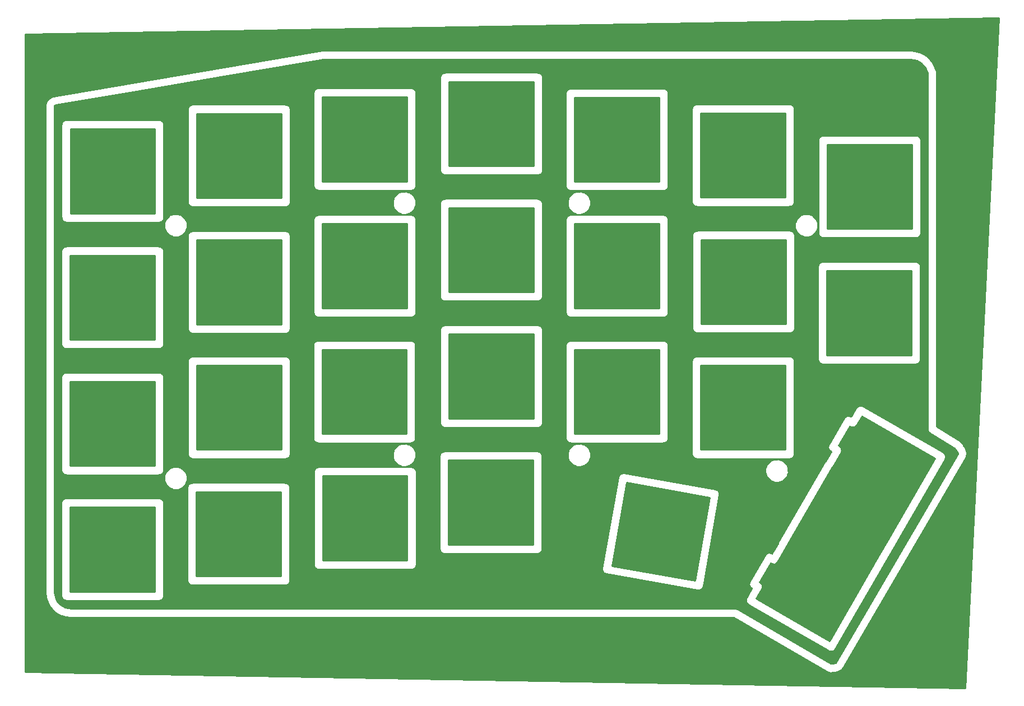
<source format=gbr>
G04 #@! TF.FileFunction,Copper,L2,Bot,Signal*
%FSLAX46Y46*%
G04 Gerber Fmt 4.6, Leading zero omitted, Abs format (unit mm)*
G04 Created by KiCad (PCBNEW 4.0.7) date 04/12/18 01:26:13*
%MOMM*%
%LPD*%
G01*
G04 APERTURE LIST*
%ADD10C,0.100000*%
%ADD11C,0.254000*%
G04 APERTURE END LIST*
D10*
D11*
G36*
X213239300Y-142110824D02*
X71247000Y-139575247D01*
X71247000Y-53981600D01*
X74320000Y-53981600D01*
X74320000Y-127632000D01*
X74325902Y-127661670D01*
X74322610Y-127691741D01*
X74369710Y-128229741D01*
X74394794Y-128315783D01*
X74408438Y-128404359D01*
X74777638Y-129418359D01*
X74839292Y-129519935D01*
X74896416Y-129624139D01*
X75588216Y-130449139D01*
X75681089Y-130523727D01*
X75770643Y-130602252D01*
X76702643Y-131140252D01*
X76815304Y-131178486D01*
X76926183Y-131221599D01*
X77992683Y-131409599D01*
X78052711Y-131408286D01*
X78111600Y-131420000D01*
X178270671Y-131420000D01*
X192385854Y-139653692D01*
X192449154Y-139675495D01*
X192506929Y-139709315D01*
X192532930Y-139718316D01*
X192600496Y-139727623D01*
X192638557Y-139740733D01*
X192674724Y-139738525D01*
X192775396Y-139755753D01*
X193445397Y-139737753D01*
X193561747Y-139711342D01*
X193679113Y-139689918D01*
X194303113Y-139442918D01*
X194402977Y-139378448D01*
X194505576Y-139318431D01*
X194629576Y-139208431D01*
X194694732Y-139122510D01*
X194766280Y-139041850D01*
X213350280Y-107269850D01*
X213353737Y-107259854D01*
X213356715Y-107256386D01*
X213389619Y-107156079D01*
X213437623Y-107017251D01*
X213437243Y-107010902D01*
X213440023Y-107002427D01*
X213480023Y-106672427D01*
X213470601Y-106548246D01*
X213464548Y-106423863D01*
X213354548Y-105983863D01*
X213306262Y-105881651D01*
X213264334Y-105776683D01*
X213004334Y-105376683D01*
X212976356Y-105347987D01*
X212957284Y-105312740D01*
X212617284Y-104902740D01*
X212512469Y-104817614D01*
X212446063Y-104755130D01*
X208890000Y-102532475D01*
X208890000Y-49002379D01*
X208894991Y-48976624D01*
X208841558Y-48714746D01*
X208421558Y-47714746D01*
X208356168Y-47617921D01*
X208313768Y-47540623D01*
X207621768Y-46715824D01*
X207528979Y-46641343D01*
X207439505Y-46562875D01*
X206507505Y-46024775D01*
X206394786Y-45986511D01*
X206283863Y-45943392D01*
X205216863Y-45755391D01*
X205156861Y-45756708D01*
X205098000Y-45745000D01*
X116211000Y-45745000D01*
X116154394Y-45756260D01*
X116096702Y-45754603D01*
X75512701Y-52622703D01*
X75353419Y-52683385D01*
X75295843Y-52702034D01*
X75277369Y-52712357D01*
X75262939Y-52717855D01*
X75256279Y-52724143D01*
X74955842Y-52892034D01*
X74911149Y-52930135D01*
X74845237Y-52966304D01*
X74696537Y-53091105D01*
X74622059Y-53183922D01*
X74543592Y-53273439D01*
X74446592Y-53441539D01*
X74408421Y-53554075D01*
X74365330Y-53664818D01*
X74330430Y-53862518D01*
X74331730Y-53922630D01*
X74320000Y-53981600D01*
X71247000Y-53981600D01*
X71247000Y-43304829D01*
X218306375Y-40769323D01*
X213239300Y-142110824D01*
X213239300Y-142110824D01*
G37*
X213239300Y-142110824D02*
X71247000Y-139575247D01*
X71247000Y-53981600D01*
X74320000Y-53981600D01*
X74320000Y-127632000D01*
X74325902Y-127661670D01*
X74322610Y-127691741D01*
X74369710Y-128229741D01*
X74394794Y-128315783D01*
X74408438Y-128404359D01*
X74777638Y-129418359D01*
X74839292Y-129519935D01*
X74896416Y-129624139D01*
X75588216Y-130449139D01*
X75681089Y-130523727D01*
X75770643Y-130602252D01*
X76702643Y-131140252D01*
X76815304Y-131178486D01*
X76926183Y-131221599D01*
X77992683Y-131409599D01*
X78052711Y-131408286D01*
X78111600Y-131420000D01*
X178270671Y-131420000D01*
X192385854Y-139653692D01*
X192449154Y-139675495D01*
X192506929Y-139709315D01*
X192532930Y-139718316D01*
X192600496Y-139727623D01*
X192638557Y-139740733D01*
X192674724Y-139738525D01*
X192775396Y-139755753D01*
X193445397Y-139737753D01*
X193561747Y-139711342D01*
X193679113Y-139689918D01*
X194303113Y-139442918D01*
X194402977Y-139378448D01*
X194505576Y-139318431D01*
X194629576Y-139208431D01*
X194694732Y-139122510D01*
X194766280Y-139041850D01*
X213350280Y-107269850D01*
X213353737Y-107259854D01*
X213356715Y-107256386D01*
X213389619Y-107156079D01*
X213437623Y-107017251D01*
X213437243Y-107010902D01*
X213440023Y-107002427D01*
X213480023Y-106672427D01*
X213470601Y-106548246D01*
X213464548Y-106423863D01*
X213354548Y-105983863D01*
X213306262Y-105881651D01*
X213264334Y-105776683D01*
X213004334Y-105376683D01*
X212976356Y-105347987D01*
X212957284Y-105312740D01*
X212617284Y-104902740D01*
X212512469Y-104817614D01*
X212446063Y-104755130D01*
X208890000Y-102532475D01*
X208890000Y-49002379D01*
X208894991Y-48976624D01*
X208841558Y-48714746D01*
X208421558Y-47714746D01*
X208356168Y-47617921D01*
X208313768Y-47540623D01*
X207621768Y-46715824D01*
X207528979Y-46641343D01*
X207439505Y-46562875D01*
X206507505Y-46024775D01*
X206394786Y-45986511D01*
X206283863Y-45943392D01*
X205216863Y-45755391D01*
X205156861Y-45756708D01*
X205098000Y-45745000D01*
X116211000Y-45745000D01*
X116154394Y-45756260D01*
X116096702Y-45754603D01*
X75512701Y-52622703D01*
X75353419Y-52683385D01*
X75295843Y-52702034D01*
X75277369Y-52712357D01*
X75262939Y-52717855D01*
X75256279Y-52724143D01*
X74955842Y-52892034D01*
X74911149Y-52930135D01*
X74845237Y-52966304D01*
X74696537Y-53091105D01*
X74622059Y-53183922D01*
X74543592Y-53273439D01*
X74446592Y-53441539D01*
X74408421Y-53554075D01*
X74365330Y-53664818D01*
X74330430Y-53862518D01*
X74331730Y-53922630D01*
X74320000Y-53981600D01*
X71247000Y-53981600D01*
X71247000Y-43304829D01*
X218306375Y-40769323D01*
X213239300Y-142110824D01*
G36*
X205927138Y-47271642D02*
X206649878Y-47688923D01*
X207200351Y-48345036D01*
X207520000Y-49106106D01*
X207520000Y-102870000D01*
X207524288Y-102891555D01*
X207524000Y-102893000D01*
X207524000Y-102894000D01*
X207528802Y-102918141D01*
X207525724Y-102942559D01*
X207530074Y-102958445D01*
X207529320Y-102982613D01*
X207531320Y-102994614D01*
X207533134Y-102999410D01*
X207533049Y-103004537D01*
X207535049Y-103015536D01*
X207561489Y-103082470D01*
X207576143Y-103156138D01*
X207586999Y-103172385D01*
X207588143Y-103178138D01*
X207591691Y-103183448D01*
X207596317Y-103200341D01*
X207602317Y-103212341D01*
X207618637Y-103233370D01*
X207627617Y-103258430D01*
X207633617Y-103268430D01*
X207673666Y-103312576D01*
X207682285Y-103331716D01*
X207705112Y-103353194D01*
X207736632Y-103400368D01*
X207738632Y-103402368D01*
X207745234Y-103406779D01*
X207747632Y-103410368D01*
X207755632Y-103418368D01*
X207762703Y-103423092D01*
X207767911Y-103429975D01*
X207776911Y-103437976D01*
X207799377Y-103451148D01*
X207813199Y-103466384D01*
X207837716Y-103477966D01*
X207876937Y-103514870D01*
X211633891Y-105863088D01*
X211877334Y-106156652D01*
X212053235Y-106427270D01*
X212104739Y-106633285D01*
X212096706Y-106699559D01*
X193656712Y-138225361D01*
X193287515Y-138371500D01*
X192923523Y-138381279D01*
X178818146Y-130153308D01*
X178750179Y-130129897D01*
X178710138Y-130103143D01*
X178689826Y-130099103D01*
X178670616Y-130088152D01*
X178664616Y-130086152D01*
X178657196Y-130085217D01*
X178656073Y-130084896D01*
X178649184Y-130081356D01*
X178642184Y-130079356D01*
X178599095Y-130075817D01*
X178561821Y-130062461D01*
X178553091Y-130062886D01*
X178538874Y-130057885D01*
X178531874Y-130056885D01*
X178489262Y-130059208D01*
X178448000Y-130051000D01*
X178442000Y-130051000D01*
X178441014Y-130051196D01*
X178435000Y-130050000D01*
X78171513Y-130050000D01*
X77282957Y-129893368D01*
X76560286Y-129476203D01*
X76023691Y-128836291D01*
X75726623Y-128020401D01*
X75690000Y-127602072D01*
X75690000Y-114115000D01*
X76678700Y-114115000D01*
X76678700Y-128085000D01*
X76679946Y-128091265D01*
X76679800Y-128092000D01*
X76679800Y-128099000D01*
X76688893Y-128144711D01*
X76687004Y-128191338D01*
X76688104Y-128198338D01*
X76695380Y-128218134D01*
X76695402Y-128239340D01*
X76696602Y-128245340D01*
X76716421Y-128293046D01*
X76721229Y-128321106D01*
X76723153Y-128336898D01*
X76724276Y-128338887D01*
X76725184Y-128344186D01*
X76727484Y-128350186D01*
X76730816Y-128355472D01*
X76730943Y-128356110D01*
X76731984Y-128362186D01*
X76734284Y-128368186D01*
X76748996Y-128391527D01*
X76751269Y-128402391D01*
X76759786Y-128414869D01*
X76768092Y-128441114D01*
X76771392Y-128447115D01*
X76776393Y-128453063D01*
X76777992Y-128458114D01*
X76781292Y-128464115D01*
X76793543Y-128478683D01*
X76799142Y-128492161D01*
X76825842Y-128518805D01*
X76854543Y-128569647D01*
X76858843Y-128574647D01*
X76862768Y-128577719D01*
X76867243Y-128585647D01*
X76871543Y-128590647D01*
X76888822Y-128604174D01*
X76890186Y-128606495D01*
X76891019Y-128607124D01*
X76901951Y-128623140D01*
X76907051Y-128628140D01*
X76934096Y-128645826D01*
X76953310Y-128668675D01*
X76963741Y-128674091D01*
X76973959Y-128685995D01*
X76979060Y-128689995D01*
X77028858Y-128715213D01*
X77059815Y-128743446D01*
X77069182Y-128746830D01*
X77076195Y-128752429D01*
X77081995Y-128755429D01*
X77085960Y-128756573D01*
X77093295Y-128762429D01*
X77099095Y-128765429D01*
X77101458Y-128766111D01*
X77103441Y-128767609D01*
X77109641Y-128770609D01*
X77145034Y-128779809D01*
X77164562Y-128792857D01*
X77189368Y-128797791D01*
X77213133Y-128810890D01*
X77219433Y-128812890D01*
X77266552Y-128818144D01*
X77311183Y-128834270D01*
X77317783Y-128835270D01*
X77324316Y-128834969D01*
X77330683Y-128837270D01*
X77337283Y-128838270D01*
X77349513Y-128837707D01*
X77355887Y-128839547D01*
X77383638Y-128836434D01*
X77426700Y-128845000D01*
X77433300Y-128845000D01*
X77434086Y-128844844D01*
X77439900Y-128846000D01*
X91409900Y-128846000D01*
X91415714Y-128844844D01*
X91416500Y-128845000D01*
X91423100Y-128845000D01*
X91466003Y-128836466D01*
X91477112Y-128838084D01*
X91478235Y-128837800D01*
X91493813Y-128839547D01*
X91500201Y-128837703D01*
X91512517Y-128838270D01*
X91519116Y-128837270D01*
X91526193Y-128834713D01*
X91533559Y-128835035D01*
X91540059Y-128834035D01*
X91583940Y-128818067D01*
X91630367Y-128812890D01*
X91636667Y-128810890D01*
X91660432Y-128797791D01*
X91685238Y-128792857D01*
X91703288Y-128780796D01*
X91736205Y-128772459D01*
X91742505Y-128769459D01*
X91746207Y-128766698D01*
X91750605Y-128765429D01*
X91753367Y-128764000D01*
X180101000Y-128764000D01*
X180101000Y-128771000D01*
X180102293Y-128777500D01*
X180101000Y-128784000D01*
X180101000Y-128790000D01*
X180103796Y-128804056D01*
X180102724Y-128812559D01*
X180108982Y-128835409D01*
X180106885Y-128873874D01*
X180107885Y-128880874D01*
X180112782Y-128894797D01*
X180112320Y-128909613D01*
X180113320Y-128915614D01*
X180117034Y-128925436D01*
X180117023Y-128935934D01*
X180125590Y-128956677D01*
X180127356Y-128978184D01*
X180129356Y-128985184D01*
X180136502Y-128999091D01*
X180137065Y-129005647D01*
X180141781Y-129014742D01*
X180143152Y-129025616D01*
X180145152Y-129031616D01*
X180151156Y-129042148D01*
X180153143Y-129052138D01*
X180174923Y-129084734D01*
X180186317Y-129126341D01*
X180189317Y-129132341D01*
X180193530Y-129137770D01*
X180195475Y-129144358D01*
X180203625Y-129154443D01*
X180207849Y-129165613D01*
X180215038Y-129173265D01*
X180219046Y-129182970D01*
X180223045Y-129188970D01*
X180241959Y-129207923D01*
X180260105Y-129242916D01*
X180264105Y-129247916D01*
X180269954Y-129252840D01*
X180273105Y-129258916D01*
X180277105Y-129263916D01*
X180287673Y-129272812D01*
X180294514Y-129284813D01*
X180327550Y-129310453D01*
X180353187Y-129343485D01*
X180359154Y-129346886D01*
X180363474Y-129352232D01*
X180369473Y-129357231D01*
X180381622Y-129363843D01*
X180390084Y-129373895D01*
X180395084Y-129377895D01*
X180440460Y-129401425D01*
X180449285Y-129408854D01*
X180480492Y-129436223D01*
X192578492Y-136421223D01*
X192583399Y-136422889D01*
X192583997Y-136423425D01*
X192599407Y-136428846D01*
X192614659Y-136440683D01*
X192626659Y-136446683D01*
X192664819Y-136457133D01*
X192683862Y-136469857D01*
X192704174Y-136473897D01*
X192723384Y-136484848D01*
X192729384Y-136486848D01*
X192768612Y-136491793D01*
X192788996Y-136501568D01*
X192809287Y-136502674D01*
X192836126Y-136512115D01*
X192842223Y-136512986D01*
X192846387Y-136513680D01*
X192868760Y-136512982D01*
X192884441Y-136517276D01*
X192890617Y-136516497D01*
X192893807Y-136517522D01*
X192914814Y-136515797D01*
X192946000Y-136522000D01*
X192953000Y-136522000D01*
X192959500Y-136520707D01*
X192966000Y-136522000D01*
X192972000Y-136522000D01*
X192986056Y-136519204D01*
X192994559Y-136520276D01*
X193014354Y-136514855D01*
X193033559Y-136517276D01*
X193040799Y-136515293D01*
X193055874Y-136516115D01*
X193062874Y-136515115D01*
X193076797Y-136510218D01*
X193091613Y-136510680D01*
X193097614Y-136509680D01*
X193108687Y-136505493D01*
X193113531Y-136505342D01*
X193129423Y-136498170D01*
X193160184Y-136495644D01*
X193167184Y-136493644D01*
X193181091Y-136486498D01*
X193187647Y-136485935D01*
X193209015Y-136474854D01*
X193234138Y-136469857D01*
X193253181Y-136457133D01*
X193291341Y-136446683D01*
X193303341Y-136440683D01*
X193308774Y-136436467D01*
X193314341Y-136433683D01*
X193325256Y-136425212D01*
X193338422Y-136421038D01*
X193343623Y-136416660D01*
X193347613Y-136415151D01*
X193366550Y-136397361D01*
X193379540Y-136386425D01*
X193424916Y-136362895D01*
X193429916Y-136358895D01*
X193438377Y-136348843D01*
X193450526Y-136342232D01*
X193456526Y-136337232D01*
X193460845Y-136331888D01*
X193466813Y-136328486D01*
X193492453Y-136295450D01*
X193525485Y-136269813D01*
X193532325Y-136257813D01*
X193542895Y-136248916D01*
X193546895Y-136243916D01*
X193550046Y-136237840D01*
X193555895Y-136232916D01*
X193559895Y-136227916D01*
X193583875Y-136181673D01*
X193618223Y-136142508D01*
X200603223Y-124044508D01*
X200604889Y-124039601D01*
X200605425Y-124039003D01*
X200627988Y-123974860D01*
X200651857Y-123939138D01*
X200653844Y-123929148D01*
X200659848Y-123918616D01*
X200661848Y-123912616D01*
X200662532Y-123907187D01*
X200666848Y-123899616D01*
X200668848Y-123893616D01*
X200671931Y-123869162D01*
X203030285Y-119784357D01*
X203031813Y-119783486D01*
X203053345Y-119755743D01*
X203070368Y-119744368D01*
X203075368Y-119739368D01*
X203087936Y-119720559D01*
X203108895Y-119702916D01*
X203112895Y-119697916D01*
X203125313Y-119673968D01*
X203143158Y-119656161D01*
X203152495Y-119633685D01*
X203184223Y-119597508D01*
X210169223Y-107499508D01*
X210177982Y-107473706D01*
X210190683Y-107457341D01*
X210193683Y-107451341D01*
X210196710Y-107440287D01*
X210197683Y-107438341D01*
X210204184Y-107414601D01*
X210217857Y-107394138D01*
X210219844Y-107384148D01*
X210225848Y-107373616D01*
X210227848Y-107367616D01*
X210233306Y-107324322D01*
X210234848Y-107321616D01*
X210235176Y-107319017D01*
X210249568Y-107289004D01*
X210250857Y-107265349D01*
X210259115Y-107241874D01*
X210259143Y-107241678D01*
X210260680Y-107237613D01*
X210261680Y-107231613D01*
X210260924Y-107207405D01*
X210268276Y-107180559D01*
X210265198Y-107156141D01*
X210270000Y-107132000D01*
X210270000Y-107125000D01*
X210268707Y-107118500D01*
X210270000Y-107112000D01*
X210270000Y-107105000D01*
X210265198Y-107080859D01*
X210268276Y-107056441D01*
X210263246Y-107038072D01*
X210264115Y-107022126D01*
X210263115Y-107015126D01*
X210257299Y-106998592D01*
X210257680Y-106986387D01*
X210256680Y-106980387D01*
X210253583Y-106972197D01*
X210253342Y-106964469D01*
X210236802Y-106927817D01*
X210236222Y-106926281D01*
X210234848Y-106915384D01*
X210233144Y-106912394D01*
X210227848Y-106870384D01*
X210225848Y-106864384D01*
X210220150Y-106854388D01*
X210217857Y-106842862D01*
X210211840Y-106833856D01*
X210208857Y-106818862D01*
X210199298Y-106804556D01*
X210197683Y-106798659D01*
X210196105Y-106795503D01*
X210193683Y-106786659D01*
X210190683Y-106780659D01*
X210184521Y-106772719D01*
X210183683Y-106769659D01*
X210180683Y-106763659D01*
X210169077Y-106748705D01*
X210162151Y-106730388D01*
X210129889Y-106696047D01*
X210114190Y-106668508D01*
X210097895Y-106637084D01*
X210093895Y-106632084D01*
X210083325Y-106623187D01*
X210076485Y-106611187D01*
X210063208Y-106600883D01*
X210060368Y-106596632D01*
X210058409Y-106594673D01*
X210052368Y-106585632D01*
X210047368Y-106580632D01*
X210029229Y-106568512D01*
X210016813Y-106552514D01*
X209997012Y-106541227D01*
X209980916Y-106522105D01*
X209975916Y-106518105D01*
X209930540Y-106494575D01*
X209921570Y-106487024D01*
X209890486Y-106459765D01*
X197791487Y-99474765D01*
X197771781Y-99468076D01*
X197755341Y-99455317D01*
X197743341Y-99449317D01*
X197706875Y-99439331D01*
X197687138Y-99426143D01*
X197666826Y-99422103D01*
X197647616Y-99411152D01*
X197641616Y-99409152D01*
X197594184Y-99403173D01*
X197588506Y-99401026D01*
X197565531Y-99390658D01*
X197560687Y-99390507D01*
X197549614Y-99386320D01*
X197543613Y-99385320D01*
X197528797Y-99385782D01*
X197514874Y-99380885D01*
X197507874Y-99379885D01*
X197492799Y-99380707D01*
X197485559Y-99378724D01*
X197466354Y-99381145D01*
X197446559Y-99375724D01*
X197438668Y-99376719D01*
X197425000Y-99374000D01*
X197418000Y-99374000D01*
X197411500Y-99375293D01*
X197405000Y-99374000D01*
X197398000Y-99374000D01*
X197384332Y-99376719D01*
X197376441Y-99375724D01*
X197356331Y-99381231D01*
X197336441Y-99378724D01*
X197320760Y-99383018D01*
X197298387Y-99382320D01*
X197294223Y-99383014D01*
X197288126Y-99383885D01*
X197261287Y-99393326D01*
X197240996Y-99394432D01*
X197220612Y-99404207D01*
X197181384Y-99409152D01*
X197175384Y-99411152D01*
X197156174Y-99422103D01*
X197135862Y-99426143D01*
X197116819Y-99438867D01*
X197078659Y-99449317D01*
X197066659Y-99455317D01*
X197061226Y-99459533D01*
X197055659Y-99462317D01*
X197047784Y-99468429D01*
X197035997Y-99472575D01*
X197034296Y-99474100D01*
X197031578Y-99474962D01*
X196990460Y-99509575D01*
X196945084Y-99533105D01*
X196940084Y-99537105D01*
X196923986Y-99556229D01*
X196904187Y-99567515D01*
X196891772Y-99583511D01*
X196873632Y-99595632D01*
X196868632Y-99600632D01*
X196862591Y-99609673D01*
X196860632Y-99611632D01*
X196857793Y-99615881D01*
X196844514Y-99626187D01*
X196837673Y-99638188D01*
X196827105Y-99647084D01*
X196823105Y-99652084D01*
X196797627Y-99701215D01*
X196751768Y-99753509D01*
X196004550Y-101047773D01*
X195947994Y-101015058D01*
X195907942Y-101001425D01*
X195892341Y-100989317D01*
X195886341Y-100986317D01*
X195862601Y-100979816D01*
X195842138Y-100966143D01*
X195815569Y-100960858D01*
X195793184Y-100949356D01*
X195786184Y-100947356D01*
X195759361Y-100945153D01*
X195737004Y-100934432D01*
X195715602Y-100933265D01*
X195693821Y-100925461D01*
X195691792Y-100925560D01*
X195689874Y-100924885D01*
X195689679Y-100924857D01*
X195685614Y-100923320D01*
X195679613Y-100922320D01*
X195655405Y-100923076D01*
X195628559Y-100915724D01*
X195604141Y-100918802D01*
X195580000Y-100914000D01*
X195573000Y-100914000D01*
X195566500Y-100915293D01*
X195560000Y-100914000D01*
X195553000Y-100914000D01*
X195528859Y-100918802D01*
X195504441Y-100915724D01*
X195486072Y-100920754D01*
X195470126Y-100919885D01*
X195463126Y-100920885D01*
X195446592Y-100926701D01*
X195434387Y-100926320D01*
X195428387Y-100927320D01*
X195420197Y-100930417D01*
X195412470Y-100930658D01*
X195375822Y-100947196D01*
X195374281Y-100947778D01*
X195363384Y-100949152D01*
X195361638Y-100950147D01*
X195325235Y-100954009D01*
X195322175Y-100955674D01*
X195318384Y-100956152D01*
X195312384Y-100958152D01*
X195302388Y-100963850D01*
X195290862Y-100966143D01*
X195270399Y-100979816D01*
X195264587Y-100981408D01*
X195255862Y-100983143D01*
X195254204Y-100984251D01*
X195246659Y-100986317D01*
X195243503Y-100987895D01*
X195234659Y-100990317D01*
X195228659Y-100993317D01*
X195204729Y-101011889D01*
X195178388Y-101021849D01*
X195176725Y-101023412D01*
X195170570Y-101025617D01*
X195165570Y-101028617D01*
X195131729Y-101059317D01*
X195090473Y-101081769D01*
X195085575Y-101085850D01*
X195085084Y-101086105D01*
X195080084Y-101090105D01*
X195071187Y-101100675D01*
X195059187Y-101107515D01*
X195047835Y-101122142D01*
X195033632Y-101131632D01*
X195028632Y-101136632D01*
X195002388Y-101175908D01*
X194970105Y-101203084D01*
X194966105Y-101208084D01*
X194942575Y-101253460D01*
X194934936Y-101262534D01*
X194907753Y-101293534D01*
X192621753Y-105253535D01*
X192615070Y-105273227D01*
X192602317Y-105289659D01*
X192596317Y-105301659D01*
X192585867Y-105339819D01*
X192573143Y-105358862D01*
X192566437Y-105392573D01*
X192549356Y-105425816D01*
X192547356Y-105432816D01*
X192546664Y-105441237D01*
X192545356Y-105445816D01*
X192543495Y-105468477D01*
X192533320Y-105495386D01*
X192532320Y-105501387D01*
X192533272Y-105531879D01*
X192525724Y-105559441D01*
X192526392Y-105564743D01*
X192520724Y-105585441D01*
X192523575Y-105608056D01*
X192521000Y-105621000D01*
X192521000Y-105627000D01*
X192522293Y-105633500D01*
X192521000Y-105640000D01*
X192521000Y-105647000D01*
X192526544Y-105674869D01*
X192523478Y-105712193D01*
X192530711Y-105734716D01*
X192529885Y-105749874D01*
X192530885Y-105756874D01*
X192548730Y-105807604D01*
X192554152Y-105850616D01*
X192554733Y-105852359D01*
X192556152Y-105863616D01*
X192558152Y-105869616D01*
X192569103Y-105888826D01*
X192573143Y-105909138D01*
X192585867Y-105928181D01*
X192596317Y-105966341D01*
X192602317Y-105978341D01*
X192606533Y-105983774D01*
X192609317Y-105989341D01*
X192615429Y-105997216D01*
X192619575Y-106009003D01*
X192621100Y-106010704D01*
X192621962Y-106013422D01*
X192656575Y-106054540D01*
X192680105Y-106099916D01*
X192684105Y-106104916D01*
X192716388Y-106132092D01*
X192742632Y-106171368D01*
X192747632Y-106176368D01*
X192761835Y-106185858D01*
X192773187Y-106200485D01*
X192785187Y-106207325D01*
X192794084Y-106217895D01*
X192799084Y-106221895D01*
X192799575Y-106222150D01*
X192804473Y-106226231D01*
X192845729Y-106248683D01*
X192879570Y-106279383D01*
X192884570Y-106282383D01*
X192890696Y-106284578D01*
X192900690Y-106293337D01*
X192957181Y-106325928D01*
X192111805Y-107790263D01*
X192099998Y-107804290D01*
X192079514Y-107820187D01*
X192077397Y-107823901D01*
X192045105Y-107851084D01*
X192041105Y-107856084D01*
X192038874Y-107860386D01*
X192032105Y-107866084D01*
X192028105Y-107871084D01*
X192017865Y-107890831D01*
X192010842Y-107897839D01*
X192010576Y-107898479D01*
X192001045Y-107908030D01*
X191997046Y-107914030D01*
X191988172Y-107935517D01*
X191969777Y-107956492D01*
X184984777Y-120054492D01*
X184983111Y-120059399D01*
X184982575Y-120059997D01*
X184960012Y-120124140D01*
X184936143Y-120159862D01*
X184932103Y-120180174D01*
X184921152Y-120199384D01*
X184919152Y-120205384D01*
X184918626Y-120209558D01*
X184914065Y-120218353D01*
X184912459Y-120237049D01*
X184056161Y-121719675D01*
X184009149Y-121692570D01*
X184004454Y-121690979D01*
X184004003Y-121690575D01*
X183970339Y-121678733D01*
X183954341Y-121666317D01*
X183948341Y-121663317D01*
X183946007Y-121662678D01*
X183936835Y-121656386D01*
X183929835Y-121653386D01*
X183914662Y-121650175D01*
X183904138Y-121643143D01*
X183838528Y-121630092D01*
X183831616Y-121626152D01*
X183829017Y-121625824D01*
X183799004Y-121611432D01*
X183777602Y-121610265D01*
X183755821Y-121602461D01*
X183753792Y-121602560D01*
X183751874Y-121601885D01*
X183751679Y-121601857D01*
X183747614Y-121600320D01*
X183741613Y-121599320D01*
X183717405Y-121600076D01*
X183690559Y-121592724D01*
X183666141Y-121595802D01*
X183642000Y-121591000D01*
X183635000Y-121591000D01*
X183628500Y-121592293D01*
X183622000Y-121591000D01*
X183615000Y-121591000D01*
X183590859Y-121595802D01*
X183566441Y-121592724D01*
X183548072Y-121597754D01*
X183532126Y-121596885D01*
X183525126Y-121597885D01*
X183508592Y-121603701D01*
X183496387Y-121603320D01*
X183490387Y-121604320D01*
X183482197Y-121607417D01*
X183474470Y-121607658D01*
X183460360Y-121614025D01*
X183458066Y-121614023D01*
X183430153Y-121625551D01*
X183425384Y-121626152D01*
X183418472Y-121630092D01*
X183352862Y-121643143D01*
X183332399Y-121656816D01*
X183326587Y-121658408D01*
X183317862Y-121660143D01*
X183316204Y-121661251D01*
X183308659Y-121663317D01*
X183305503Y-121664895D01*
X183296659Y-121667317D01*
X183284659Y-121673317D01*
X183262567Y-121690463D01*
X183240388Y-121698849D01*
X183238725Y-121700412D01*
X183232570Y-121702617D01*
X183227570Y-121705617D01*
X183220289Y-121712222D01*
X183211030Y-121716046D01*
X183205030Y-121720046D01*
X183181555Y-121743472D01*
X183162199Y-121752616D01*
X183147497Y-121768823D01*
X183145967Y-121769577D01*
X183134485Y-121782671D01*
X183095632Y-121808632D01*
X183085632Y-121818632D01*
X183060597Y-121856100D01*
X183032105Y-121880084D01*
X183028105Y-121885084D01*
X183009530Y-121920903D01*
X182982617Y-121950570D01*
X182979617Y-121955570D01*
X182977366Y-121961852D01*
X182969753Y-121970534D01*
X180683753Y-125930535D01*
X180677070Y-125950227D01*
X180664317Y-125966659D01*
X180658317Y-125978659D01*
X180647867Y-126016819D01*
X180635143Y-126035862D01*
X180628437Y-126069573D01*
X180611356Y-126102816D01*
X180609356Y-126109816D01*
X180608664Y-126118237D01*
X180607356Y-126122816D01*
X180605495Y-126145477D01*
X180595320Y-126172386D01*
X180594320Y-126178387D01*
X180595085Y-126202893D01*
X180585478Y-126232807D01*
X180587998Y-126263486D01*
X180584724Y-126275441D01*
X180585796Y-126283944D01*
X180583000Y-126298000D01*
X180583000Y-126304000D01*
X180584392Y-126311000D01*
X180583000Y-126318000D01*
X180583000Y-126324000D01*
X180588544Y-126351869D01*
X180585478Y-126389193D01*
X180592711Y-126411716D01*
X180591885Y-126426874D01*
X180592885Y-126433874D01*
X180604766Y-126467649D01*
X180607356Y-126499184D01*
X180609356Y-126506184D01*
X180615260Y-126517674D01*
X180618152Y-126540616D01*
X180620152Y-126546616D01*
X180631103Y-126565826D01*
X180635143Y-126586138D01*
X180647867Y-126605181D01*
X180658317Y-126643341D01*
X180664317Y-126655341D01*
X180668533Y-126660774D01*
X180671317Y-126666341D01*
X180677429Y-126674216D01*
X180681575Y-126686003D01*
X180683100Y-126687704D01*
X180683962Y-126690422D01*
X180718575Y-126731540D01*
X180727977Y-126749671D01*
X180729842Y-126754161D01*
X180730802Y-126755119D01*
X180742105Y-126776916D01*
X180746105Y-126781916D01*
X180778388Y-126809092D01*
X180804632Y-126848368D01*
X180809632Y-126853368D01*
X180823835Y-126862858D01*
X180835187Y-126877485D01*
X180847187Y-126884325D01*
X180856084Y-126894895D01*
X180861084Y-126898895D01*
X180862488Y-126899623D01*
X180866084Y-126903895D01*
X180871084Y-126907895D01*
X180897760Y-126921728D01*
X180919030Y-126942954D01*
X180925030Y-126946954D01*
X180945507Y-126955411D01*
X180962155Y-126970028D01*
X181009490Y-126997393D01*
X180201762Y-128396518D01*
X180200102Y-128401410D01*
X180199575Y-128401997D01*
X180177012Y-128466140D01*
X180153143Y-128501862D01*
X180151156Y-128511852D01*
X180145152Y-128522384D01*
X180143152Y-128528384D01*
X180142468Y-128533813D01*
X180138152Y-128541384D01*
X180136152Y-128547384D01*
X180131731Y-128582451D01*
X180122605Y-128604550D01*
X180121432Y-128606996D01*
X180121407Y-128607450D01*
X180117023Y-128618066D01*
X180117042Y-128636622D01*
X180110885Y-128654126D01*
X180110015Y-128660218D01*
X180109320Y-128664387D01*
X180110329Y-128696703D01*
X180105478Y-128711807D01*
X180107203Y-128732814D01*
X180101000Y-128764000D01*
X91753367Y-128764000D01*
X91756405Y-128762429D01*
X91763684Y-128756619D01*
X91767805Y-128755429D01*
X91773605Y-128752429D01*
X91774177Y-128751973D01*
X91774877Y-128751769D01*
X91782149Y-128745939D01*
X91791220Y-128742638D01*
X91821414Y-128714974D01*
X91870741Y-128689995D01*
X91875841Y-128685994D01*
X91886058Y-128674092D01*
X91896490Y-128668675D01*
X91913626Y-128648297D01*
X91937879Y-128632771D01*
X91943080Y-128627771D01*
X91954527Y-128611346D01*
X91956761Y-128609680D01*
X91960694Y-128603078D01*
X91961581Y-128602370D01*
X91972999Y-128594293D01*
X91974315Y-128592205D01*
X91982485Y-128585683D01*
X91982838Y-128585044D01*
X91983408Y-128584587D01*
X91987608Y-128579587D01*
X91989842Y-128575520D01*
X91990957Y-128574647D01*
X91995257Y-128569647D01*
X92026778Y-128513810D01*
X92056712Y-128482962D01*
X92060332Y-128473837D01*
X92068508Y-128464114D01*
X92071808Y-128458114D01*
X92073407Y-128453061D01*
X92078408Y-128447114D01*
X92081708Y-128441114D01*
X92088815Y-128418655D01*
X92095897Y-128408494D01*
X92098987Y-128394410D01*
X92115516Y-128368186D01*
X92117816Y-128362186D01*
X92118997Y-128355293D01*
X92122216Y-128350186D01*
X92124516Y-128344186D01*
X92125380Y-128339142D01*
X92126647Y-128336898D01*
X92128817Y-128319087D01*
X92134210Y-128287610D01*
X92155270Y-128234525D01*
X92156370Y-128228525D01*
X92156208Y-128217762D01*
X92160051Y-128207740D01*
X92161251Y-128200740D01*
X92160982Y-128190616D01*
X92162349Y-128186296D01*
X92160209Y-128161533D01*
X92159885Y-128149348D01*
X92169900Y-128099000D01*
X92169900Y-128092000D01*
X92169804Y-128091516D01*
X92171100Y-128085000D01*
X92171100Y-114115000D01*
X92169900Y-114108967D01*
X92169900Y-114102000D01*
X92159317Y-114048794D01*
X92162349Y-114013704D01*
X92158779Y-114002423D01*
X92159296Y-113989662D01*
X92158196Y-113982662D01*
X92157799Y-113981582D01*
X92157798Y-113980661D01*
X92156598Y-113974660D01*
X92144948Y-113946617D01*
X92135499Y-113920909D01*
X92129238Y-113884373D01*
X92126647Y-113863102D01*
X92125134Y-113860422D01*
X92124516Y-113856814D01*
X92122216Y-113850814D01*
X92119232Y-113846081D01*
X92117816Y-113837814D01*
X92115516Y-113831814D01*
X92093969Y-113797629D01*
X92081708Y-113758886D01*
X92078408Y-113752886D01*
X92073407Y-113746939D01*
X92071808Y-113741886D01*
X92068508Y-113735886D01*
X92066707Y-113733744D01*
X92065991Y-113731797D01*
X92063639Y-113729246D01*
X92061936Y-113724210D01*
X92023329Y-113680080D01*
X91995257Y-113630353D01*
X91990957Y-113625353D01*
X91988878Y-113623726D01*
X91987608Y-113621413D01*
X91983408Y-113616413D01*
X91982838Y-113615956D01*
X91982485Y-113615317D01*
X91975584Y-113609808D01*
X91972999Y-113605707D01*
X91950576Y-113589844D01*
X91948658Y-113588314D01*
X91932649Y-113564860D01*
X91927549Y-113559860D01*
X91911855Y-113549597D01*
X91896490Y-113531325D01*
X91892738Y-113529377D01*
X91889340Y-113525126D01*
X91886299Y-113523450D01*
X91885951Y-113523052D01*
X91880752Y-113519053D01*
X91857063Y-113507336D01*
X91825990Y-113490209D01*
X91825907Y-113490142D01*
X91791220Y-113458362D01*
X91782149Y-113455061D01*
X91774877Y-113449231D01*
X91774177Y-113449027D01*
X91773605Y-113448571D01*
X91767805Y-113445571D01*
X91763684Y-113444381D01*
X91756405Y-113438571D01*
X91750605Y-113435571D01*
X91731176Y-113429963D01*
X91723905Y-113424541D01*
X91717605Y-113421541D01*
X91715041Y-113420892D01*
X91703859Y-113413579D01*
X91691334Y-113411216D01*
X91685238Y-113407143D01*
X91669663Y-113404045D01*
X91655267Y-113396110D01*
X91648967Y-113394110D01*
X91599495Y-113388594D01*
X91540059Y-113366965D01*
X91533559Y-113365965D01*
X91528662Y-113366179D01*
X91519116Y-113362730D01*
X91512517Y-113361730D01*
X91497213Y-113362434D01*
X91493813Y-113361453D01*
X91484498Y-113362498D01*
X91458512Y-113355916D01*
X91440727Y-113358506D01*
X91423100Y-113355000D01*
X91416500Y-113355000D01*
X91415714Y-113355156D01*
X91409900Y-113354000D01*
X77439900Y-113354000D01*
X77434086Y-113355156D01*
X77433300Y-113355000D01*
X77426700Y-113355000D01*
X77409073Y-113358506D01*
X77391288Y-113355916D01*
X77365271Y-113362506D01*
X77355887Y-113361453D01*
X77352501Y-113362430D01*
X77337283Y-113361730D01*
X77330683Y-113362730D01*
X77321861Y-113365918D01*
X77317783Y-113365730D01*
X77311183Y-113366730D01*
X77249327Y-113389080D01*
X77197703Y-113395079D01*
X77191503Y-113397080D01*
X77178376Y-113404395D01*
X77164562Y-113407143D01*
X77158466Y-113411216D01*
X77145940Y-113413579D01*
X77134759Y-113420891D01*
X77132196Y-113421540D01*
X77125895Y-113424541D01*
X77118687Y-113429916D01*
X77099095Y-113435571D01*
X77093295Y-113438571D01*
X77085960Y-113444427D01*
X77081995Y-113445571D01*
X77076195Y-113448571D01*
X77069182Y-113454170D01*
X77059815Y-113457554D01*
X77023830Y-113490373D01*
X77023238Y-113490846D01*
X76982135Y-113513751D01*
X76963860Y-113523005D01*
X76959764Y-113526217D01*
X76958032Y-113527182D01*
X76955758Y-113530054D01*
X76953310Y-113531325D01*
X76937945Y-113549597D01*
X76922251Y-113559860D01*
X76917151Y-113564860D01*
X76902799Y-113585885D01*
X76883831Y-113600734D01*
X76876801Y-113605707D01*
X76876142Y-113606753D01*
X76871543Y-113610353D01*
X76867243Y-113615353D01*
X76863779Y-113621489D01*
X76858843Y-113625353D01*
X76854543Y-113630353D01*
X76824762Y-113683109D01*
X76800274Y-113711636D01*
X76788834Y-113723701D01*
X76787959Y-113725983D01*
X76784674Y-113729810D01*
X76783572Y-113733174D01*
X76781292Y-113735885D01*
X76777992Y-113741886D01*
X76776393Y-113746937D01*
X76771392Y-113752885D01*
X76768092Y-113758886D01*
X76755831Y-113797629D01*
X76734284Y-113831814D01*
X76731984Y-113837814D01*
X76730605Y-113845863D01*
X76727484Y-113850814D01*
X76725184Y-113856814D01*
X76724522Y-113860677D01*
X76723153Y-113863102D01*
X76720808Y-113882354D01*
X76714993Y-113916288D01*
X76693149Y-113973260D01*
X76691949Y-113980260D01*
X76692021Y-113982976D01*
X76691030Y-113985475D01*
X76689930Y-113991475D01*
X76690137Y-114005218D01*
X76687451Y-114013704D01*
X76690453Y-114048443D01*
X76679800Y-114102000D01*
X76679800Y-114109000D01*
X76679847Y-114109235D01*
X76678700Y-114115000D01*
X75690000Y-114115000D01*
X75690000Y-110061593D01*
X92214677Y-110061593D01*
X92224975Y-110377507D01*
X92224699Y-110693599D01*
X92236184Y-110721395D01*
X92237164Y-110751453D01*
X92457901Y-111284359D01*
X92470954Y-111289581D01*
X92488281Y-111331515D01*
X92975918Y-111820004D01*
X93020149Y-111838370D01*
X93025641Y-111852099D01*
X93321448Y-111963481D01*
X93613373Y-112084699D01*
X93643448Y-112084725D01*
X93671593Y-112095323D01*
X93987507Y-112085025D01*
X94303599Y-112085301D01*
X94331395Y-112073816D01*
X94361453Y-112072836D01*
X94894359Y-111852099D01*
X94899581Y-111839046D01*
X94941515Y-111821719D01*
X94970284Y-111793000D01*
X95730800Y-111793000D01*
X95730800Y-125763000D01*
X95732096Y-125769516D01*
X95732000Y-125770000D01*
X95732000Y-125777000D01*
X95742015Y-125827348D01*
X95740939Y-125867838D01*
X95740563Y-125872941D01*
X95740785Y-125873613D01*
X95740649Y-125878740D01*
X95741849Y-125885740D01*
X95745692Y-125895762D01*
X95745530Y-125906525D01*
X95746630Y-125912525D01*
X95757094Y-125938903D01*
X95757317Y-125949168D01*
X95769694Y-125977308D01*
X95777384Y-126022186D01*
X95779684Y-126028186D01*
X95783016Y-126033472D01*
X95783143Y-126034110D01*
X95784184Y-126040186D01*
X95786484Y-126046186D01*
X95801196Y-126069527D01*
X95803469Y-126080391D01*
X95814435Y-126096456D01*
X95824435Y-126126714D01*
X95827835Y-126132713D01*
X95839212Y-126145899D01*
X95845188Y-126160962D01*
X95854840Y-126170909D01*
X95863855Y-126192182D01*
X95864845Y-126193638D01*
X95864926Y-126193822D01*
X95866473Y-126196032D01*
X95867255Y-126197182D01*
X95867329Y-126197255D01*
X95869126Y-126199822D01*
X95899494Y-126228901D01*
X95899577Y-126228983D01*
X95916378Y-126259937D01*
X95918166Y-126261386D01*
X95919443Y-126263647D01*
X95923743Y-126268647D01*
X95941414Y-126282480D01*
X95954151Y-126301140D01*
X95959251Y-126306140D01*
X95998338Y-126331701D01*
X96026059Y-126363995D01*
X96031160Y-126367995D01*
X96051165Y-126378125D01*
X96057776Y-126384630D01*
X96082714Y-126394723D01*
X96112015Y-126421446D01*
X96118783Y-126423892D01*
X96124064Y-126428169D01*
X96129763Y-126431169D01*
X96132326Y-126431929D01*
X96134202Y-126433397D01*
X96138016Y-126434459D01*
X96145495Y-126440429D01*
X96151295Y-126443429D01*
X96155693Y-126444698D01*
X96159395Y-126447459D01*
X96165696Y-126450460D01*
X96198614Y-126458798D01*
X96216662Y-126470857D01*
X96240021Y-126475504D01*
X96262303Y-126487920D01*
X96268503Y-126489921D01*
X96281734Y-126491459D01*
X96284051Y-126492709D01*
X96290551Y-126494709D01*
X96324377Y-126498176D01*
X96363383Y-126512270D01*
X96369983Y-126513270D01*
X96390067Y-126512346D01*
X96408087Y-126517547D01*
X96423665Y-126515800D01*
X96424788Y-126516084D01*
X96435897Y-126514466D01*
X96478800Y-126523000D01*
X96481945Y-126523000D01*
X96492000Y-126525000D01*
X110462000Y-126525000D01*
X110472055Y-126523000D01*
X110475000Y-126523000D01*
X110513416Y-126515359D01*
X110536559Y-126518276D01*
X110564121Y-126510728D01*
X110594613Y-126511680D01*
X110600614Y-126510680D01*
X110627523Y-126500505D01*
X110650184Y-126498644D01*
X110654763Y-126497336D01*
X110663184Y-126496644D01*
X110670184Y-126494644D01*
X110684091Y-126487498D01*
X110690647Y-126486935D01*
X110712015Y-126475854D01*
X110737138Y-126470857D01*
X110756181Y-126458133D01*
X110794341Y-126447683D01*
X110806341Y-126441683D01*
X110811774Y-126437467D01*
X110817341Y-126434683D01*
X110828256Y-126426212D01*
X110841422Y-126422038D01*
X110846623Y-126417660D01*
X110850613Y-126416151D01*
X110869550Y-126398361D01*
X110882540Y-126387425D01*
X110900671Y-126378023D01*
X110905161Y-126376158D01*
X110906119Y-126375198D01*
X110927916Y-126363895D01*
X110932916Y-126359895D01*
X110960092Y-126327612D01*
X110999368Y-126301368D01*
X111004368Y-126296368D01*
X111013858Y-126282165D01*
X111028485Y-126270813D01*
X111035325Y-126258813D01*
X111045895Y-126249916D01*
X111049895Y-126244916D01*
X111050623Y-126243512D01*
X111054895Y-126239916D01*
X111058895Y-126234916D01*
X111072728Y-126208240D01*
X111093954Y-126186970D01*
X111097954Y-126180970D01*
X111101210Y-126173086D01*
X111103954Y-126168970D01*
X111107963Y-126159264D01*
X111115151Y-126151612D01*
X111133480Y-126103138D01*
X111152857Y-126074138D01*
X111155564Y-126060529D01*
X111169857Y-126039138D01*
X111172150Y-126027612D01*
X111177848Y-126017616D01*
X111179848Y-126011616D01*
X111180371Y-126007471D01*
X111184848Y-125999616D01*
X111186848Y-125993616D01*
X111191450Y-125957109D01*
X111205977Y-125921934D01*
X111205966Y-125911435D01*
X111209680Y-125901613D01*
X111210680Y-125895613D01*
X111210218Y-125880797D01*
X111215115Y-125866874D01*
X111216115Y-125859874D01*
X111213835Y-125818047D01*
X111222000Y-125777000D01*
X111222000Y-125770000D01*
X111221804Y-125769014D01*
X111223000Y-125763000D01*
X111223000Y-111793000D01*
X111221903Y-111787486D01*
X111222000Y-111787000D01*
X111222000Y-111780000D01*
X111212121Y-111730336D01*
X111213680Y-111680387D01*
X111212986Y-111676223D01*
X111212115Y-111670126D01*
X111205958Y-111652622D01*
X111205977Y-111634066D01*
X111191269Y-111598451D01*
X111186848Y-111563384D01*
X111184848Y-111557384D01*
X111180532Y-111549813D01*
X111179848Y-111544384D01*
X111177848Y-111538384D01*
X111171844Y-111527852D01*
X111169857Y-111517862D01*
X111145988Y-111482140D01*
X111123425Y-111417997D01*
X111120353Y-111414570D01*
X111120038Y-111413578D01*
X111109987Y-111401638D01*
X111103954Y-111387030D01*
X111099954Y-111381030D01*
X111097468Y-111378539D01*
X111093954Y-111370030D01*
X111089954Y-111364030D01*
X111073508Y-111347549D01*
X111062895Y-111327084D01*
X111058895Y-111322084D01*
X111052126Y-111316386D01*
X111049895Y-111312084D01*
X111046251Y-111307529D01*
X111045486Y-111306187D01*
X111037072Y-111299657D01*
X111035325Y-111298187D01*
X111028485Y-111286187D01*
X111000743Y-111264657D01*
X110989368Y-111247632D01*
X110984368Y-111242632D01*
X110965559Y-111230064D01*
X110955334Y-111217918D01*
X110948813Y-111209515D01*
X110947475Y-111208752D01*
X110942916Y-111205105D01*
X110922550Y-111194544D01*
X110918541Y-111192259D01*
X110901161Y-111174842D01*
X110876750Y-111164701D01*
X110869550Y-111158639D01*
X110850613Y-111140849D01*
X110846623Y-111139340D01*
X110841422Y-111134962D01*
X110828256Y-111130788D01*
X110817341Y-111122317D01*
X110811341Y-111119317D01*
X110808281Y-111118479D01*
X110800341Y-111112317D01*
X110794341Y-111109317D01*
X110778255Y-111104912D01*
X110762138Y-111094143D01*
X110753288Y-111092383D01*
X110751835Y-111091386D01*
X110744835Y-111088386D01*
X110740674Y-111087505D01*
X110737138Y-111085143D01*
X110727148Y-111083156D01*
X110716616Y-111077152D01*
X110710616Y-111075152D01*
X110659986Y-111068770D01*
X110600614Y-111046320D01*
X110594613Y-111045320D01*
X110582408Y-111045701D01*
X110565874Y-111039885D01*
X110558874Y-111038885D01*
X110540754Y-111039873D01*
X110536559Y-111038724D01*
X110520015Y-111040810D01*
X110483352Y-111033051D01*
X110479171Y-111033830D01*
X110475000Y-111033000D01*
X110469000Y-111033000D01*
X110468014Y-111033196D01*
X110462000Y-111032000D01*
X96492000Y-111032000D01*
X96486236Y-111033146D01*
X96485500Y-111033000D01*
X96478800Y-111033000D01*
X96459054Y-111036928D01*
X96439118Y-111034151D01*
X96415515Y-111040286D01*
X96408087Y-111039453D01*
X96403882Y-111040667D01*
X96387840Y-111039965D01*
X96381341Y-111040965D01*
X96373321Y-111043884D01*
X96369983Y-111043730D01*
X96363383Y-111044730D01*
X96303081Y-111066518D01*
X96252933Y-111072110D01*
X96246633Y-111074110D01*
X96232237Y-111082045D01*
X96216662Y-111085143D01*
X96210566Y-111089216D01*
X96198040Y-111091579D01*
X96184748Y-111100272D01*
X96180441Y-111101391D01*
X96174241Y-111104391D01*
X96168764Y-111108529D01*
X96151295Y-111113571D01*
X96145495Y-111116571D01*
X96138016Y-111122541D01*
X96134202Y-111123603D01*
X96132326Y-111125071D01*
X96129763Y-111125831D01*
X96124064Y-111128831D01*
X96118783Y-111133108D01*
X96112015Y-111135554D01*
X96082238Y-111162711D01*
X96074475Y-111169000D01*
X96020357Y-111198829D01*
X96016060Y-111201005D01*
X96015234Y-111201653D01*
X96012561Y-111203126D01*
X96011227Y-111204795D01*
X96010959Y-111205005D01*
X95993513Y-111225329D01*
X95974351Y-111237860D01*
X95969251Y-111242860D01*
X95954785Y-111264053D01*
X95936031Y-111278734D01*
X95929001Y-111283707D01*
X95928342Y-111284753D01*
X95923743Y-111288353D01*
X95919443Y-111293353D01*
X95918166Y-111295614D01*
X95916378Y-111297063D01*
X95912666Y-111303902D01*
X95905792Y-111309413D01*
X95901592Y-111314413D01*
X95874585Y-111363579D01*
X95837735Y-111406287D01*
X95834335Y-111412286D01*
X95832477Y-111417907D01*
X95827835Y-111423287D01*
X95824435Y-111429286D01*
X95810318Y-111472001D01*
X95786484Y-111509814D01*
X95784184Y-111515814D01*
X95782805Y-111523863D01*
X95779684Y-111528814D01*
X95777384Y-111534814D01*
X95775960Y-111543125D01*
X95772913Y-111548672D01*
X95769149Y-111582872D01*
X95766401Y-111598909D01*
X95756952Y-111624618D01*
X95745302Y-111652660D01*
X95744102Y-111658660D01*
X95744101Y-111659582D01*
X95743704Y-111660662D01*
X95742604Y-111667662D01*
X95742937Y-111675877D01*
X95740563Y-111683059D01*
X95743459Y-111722391D01*
X95732000Y-111780000D01*
X95732000Y-111786967D01*
X95730800Y-111793000D01*
X94970284Y-111793000D01*
X95430004Y-111334082D01*
X95448370Y-111289851D01*
X95462099Y-111284359D01*
X95573481Y-110988552D01*
X95694699Y-110696627D01*
X95694725Y-110666552D01*
X95705323Y-110638407D01*
X95695025Y-110322493D01*
X95695301Y-110006401D01*
X95683816Y-109978605D01*
X95682836Y-109948547D01*
X95462099Y-109415641D01*
X95452998Y-109412000D01*
X114823000Y-109412000D01*
X114823000Y-123382000D01*
X114824097Y-123387514D01*
X114824000Y-123388000D01*
X114824000Y-123395000D01*
X114828802Y-123419141D01*
X114825724Y-123443559D01*
X114833076Y-123470405D01*
X114832320Y-123494613D01*
X114833320Y-123500614D01*
X114834857Y-123504679D01*
X114834885Y-123504874D01*
X114858911Y-123573176D01*
X114866152Y-123630616D01*
X114868152Y-123636616D01*
X114874156Y-123647148D01*
X114876143Y-123657138D01*
X114881877Y-123665720D01*
X114885143Y-123682138D01*
X114895166Y-123697138D01*
X114896317Y-123701341D01*
X114897290Y-123703287D01*
X114900317Y-123714341D01*
X114903317Y-123720341D01*
X114909479Y-123728281D01*
X114910317Y-123731341D01*
X114913317Y-123737341D01*
X114919429Y-123745216D01*
X114923575Y-123757003D01*
X114925100Y-123758704D01*
X114925962Y-123761422D01*
X114967271Y-123810496D01*
X114985544Y-123842550D01*
X114996105Y-123862916D01*
X114999752Y-123867475D01*
X115000515Y-123868813D01*
X115008918Y-123875334D01*
X115010673Y-123876812D01*
X115017514Y-123888813D01*
X115029405Y-123898041D01*
X115033632Y-123904368D01*
X115038632Y-123909368D01*
X115049422Y-123916578D01*
X115056632Y-123927368D01*
X115061632Y-123932368D01*
X115067960Y-123936596D01*
X115077187Y-123948485D01*
X115089187Y-123955325D01*
X115098084Y-123965895D01*
X115103084Y-123969895D01*
X115111339Y-123974176D01*
X115120089Y-123984492D01*
X115167582Y-124008896D01*
X115189578Y-124027412D01*
X115200570Y-124037383D01*
X115203543Y-124039167D01*
X115204578Y-124040038D01*
X115205462Y-124040318D01*
X115205570Y-124040383D01*
X115219021Y-124045203D01*
X115228659Y-124052683D01*
X115234659Y-124055683D01*
X115254192Y-124061032D01*
X115283862Y-124080857D01*
X115300280Y-124084123D01*
X115308862Y-124089857D01*
X115329174Y-124093897D01*
X115348384Y-124104848D01*
X115354384Y-124106848D01*
X115361804Y-124107783D01*
X115362927Y-124108104D01*
X115369816Y-124111644D01*
X115376816Y-124113644D01*
X115419905Y-124117183D01*
X115457179Y-124130539D01*
X115459434Y-124130429D01*
X115465387Y-124132680D01*
X115471387Y-124133680D01*
X115521336Y-124132121D01*
X115571000Y-124142000D01*
X115578000Y-124142000D01*
X115578486Y-124141903D01*
X115584000Y-124143000D01*
X129554000Y-124143000D01*
X129560014Y-124141804D01*
X129561000Y-124142000D01*
X129568000Y-124142000D01*
X129609047Y-124133835D01*
X129650874Y-124136115D01*
X129657874Y-124135115D01*
X129672212Y-124130071D01*
X129681821Y-124130539D01*
X129719095Y-124117183D01*
X129762184Y-124113644D01*
X129769184Y-124111644D01*
X129776073Y-124108104D01*
X129777196Y-124107783D01*
X129784616Y-124106848D01*
X129790616Y-124104848D01*
X129809826Y-124093897D01*
X129830138Y-124089857D01*
X129838720Y-124084123D01*
X129855138Y-124080857D01*
X129865400Y-124074000D01*
X158390000Y-124074000D01*
X158390000Y-124080000D01*
X158391392Y-124087000D01*
X158390000Y-124094000D01*
X158390000Y-124100000D01*
X158390830Y-124104171D01*
X158390051Y-124108352D01*
X158397810Y-124145015D01*
X158395724Y-124161559D01*
X158396873Y-124165754D01*
X158395885Y-124183874D01*
X158396885Y-124190874D01*
X158402701Y-124207408D01*
X158402320Y-124219613D01*
X158403320Y-124225614D01*
X158409631Y-124242304D01*
X158410432Y-124257004D01*
X158426454Y-124290415D01*
X158432152Y-124335616D01*
X158434152Y-124341616D01*
X158440156Y-124352148D01*
X158442143Y-124362138D01*
X158444505Y-124365674D01*
X158445386Y-124369835D01*
X158448386Y-124376835D01*
X158449383Y-124378288D01*
X158451143Y-124387138D01*
X158461912Y-124403255D01*
X158466317Y-124419341D01*
X158469317Y-124425341D01*
X158475479Y-124433281D01*
X158476317Y-124436341D01*
X158479317Y-124442341D01*
X158487788Y-124453256D01*
X158491962Y-124466422D01*
X158496340Y-124471623D01*
X158497849Y-124475613D01*
X158515639Y-124494550D01*
X158521701Y-124501750D01*
X158531842Y-124526161D01*
X158549259Y-124543541D01*
X158551544Y-124547550D01*
X158562105Y-124567916D01*
X158565752Y-124572475D01*
X158566515Y-124573813D01*
X158574918Y-124580334D01*
X158587064Y-124590559D01*
X158599632Y-124609368D01*
X158604632Y-124614368D01*
X158621657Y-124625743D01*
X158643187Y-124653485D01*
X158655187Y-124660325D01*
X158664084Y-124670895D01*
X158669084Y-124674895D01*
X158673386Y-124677126D01*
X158679084Y-124683895D01*
X158684084Y-124687895D01*
X158685245Y-124688497D01*
X158686089Y-124689492D01*
X158705520Y-124699476D01*
X158721030Y-124714954D01*
X158727030Y-124718954D01*
X158751690Y-124729138D01*
X158770578Y-124745038D01*
X158771570Y-124745353D01*
X158774997Y-124748425D01*
X158855244Y-124776653D01*
X158865294Y-124781864D01*
X158914384Y-124809848D01*
X158920384Y-124811848D01*
X158924558Y-124812374D01*
X158933353Y-124816935D01*
X158972401Y-124820289D01*
X158974066Y-124820977D01*
X158977881Y-124820973D01*
X159018047Y-124836593D01*
X172776047Y-127262593D01*
X172785941Y-127262377D01*
X172789387Y-127263680D01*
X172795387Y-127264680D01*
X172827703Y-127263671D01*
X172842807Y-127268522D01*
X172863814Y-127266797D01*
X172895000Y-127273000D01*
X172902000Y-127273000D01*
X172908500Y-127271707D01*
X172915000Y-127273000D01*
X172921000Y-127273000D01*
X172962262Y-127264792D01*
X173004874Y-127267115D01*
X173011874Y-127266115D01*
X173025797Y-127261218D01*
X173040613Y-127261680D01*
X173046614Y-127260680D01*
X173056436Y-127256966D01*
X173066934Y-127256977D01*
X173087677Y-127248410D01*
X173109184Y-127246644D01*
X173116184Y-127244644D01*
X173130091Y-127237498D01*
X173136647Y-127236935D01*
X173145742Y-127232219D01*
X173156616Y-127230848D01*
X173162616Y-127228848D01*
X173173148Y-127222844D01*
X173183138Y-127220857D01*
X173220919Y-127195613D01*
X173225298Y-127193117D01*
X173264312Y-127178365D01*
X173287422Y-127171038D01*
X173290467Y-127168475D01*
X173296613Y-127166151D01*
X173304265Y-127158962D01*
X173313970Y-127154954D01*
X173319970Y-127150955D01*
X173322463Y-127148467D01*
X173330970Y-127144954D01*
X173336970Y-127140955D01*
X173344015Y-127133924D01*
X173346970Y-127131955D01*
X173355495Y-127123447D01*
X173373916Y-127113895D01*
X173378916Y-127109895D01*
X173385953Y-127101536D01*
X173394813Y-127096485D01*
X173401812Y-127087467D01*
X173415813Y-127079486D01*
X173452807Y-127031820D01*
X173483072Y-127006343D01*
X173491486Y-126999813D01*
X173492251Y-126998471D01*
X173495895Y-126993916D01*
X173498126Y-126989614D01*
X173504895Y-126983916D01*
X173508895Y-126978916D01*
X173518083Y-126961199D01*
X173536158Y-126943161D01*
X173542118Y-126928814D01*
X173545954Y-126924970D01*
X173549954Y-126918970D01*
X173557037Y-126901819D01*
X173569425Y-126888003D01*
X173573571Y-126876216D01*
X173579683Y-126868341D01*
X173582683Y-126862341D01*
X173594547Y-126819017D01*
X173623848Y-126767616D01*
X173625848Y-126761616D01*
X173626532Y-126756187D01*
X173630848Y-126748616D01*
X173632848Y-126742616D01*
X173637269Y-126707549D01*
X173651977Y-126671934D01*
X173651964Y-126659428D01*
X173657593Y-126644953D01*
X176083593Y-112886953D01*
X176083222Y-112869942D01*
X176087115Y-112858874D01*
X176088115Y-112851874D01*
X176086018Y-112813410D01*
X176092276Y-112790559D01*
X176091204Y-112782056D01*
X176094000Y-112768000D01*
X176094000Y-112762000D01*
X176092707Y-112755500D01*
X176094000Y-112749000D01*
X176094000Y-112742000D01*
X176084121Y-112692336D01*
X176085680Y-112642387D01*
X176084986Y-112638223D01*
X176084115Y-112632126D01*
X176077958Y-112614622D01*
X176077977Y-112596066D01*
X176073593Y-112585450D01*
X176073568Y-112584996D01*
X176072395Y-112582550D01*
X176063269Y-112560451D01*
X176058848Y-112525384D01*
X176056848Y-112519384D01*
X176052532Y-112511813D01*
X176051848Y-112506384D01*
X176049848Y-112500384D01*
X176043844Y-112489852D01*
X176041857Y-112479862D01*
X176017988Y-112444140D01*
X175995425Y-112379997D01*
X175992353Y-112376570D01*
X175992038Y-112375578D01*
X175981987Y-112363638D01*
X175975954Y-112349030D01*
X175971954Y-112343030D01*
X175969468Y-112340539D01*
X175965954Y-112332030D01*
X175961954Y-112326030D01*
X175952425Y-112316481D01*
X175952158Y-112315839D01*
X175945135Y-112308831D01*
X175934895Y-112289084D01*
X175930895Y-112284084D01*
X175924126Y-112278386D01*
X175921895Y-112274084D01*
X175918251Y-112269529D01*
X175917486Y-112268187D01*
X175909072Y-112261657D01*
X175885602Y-112241900D01*
X175883485Y-112238187D01*
X175863004Y-112222292D01*
X175827334Y-112179918D01*
X175820813Y-112171515D01*
X175819475Y-112170752D01*
X175814916Y-112167105D01*
X175810614Y-112164874D01*
X175804916Y-112158105D01*
X175799916Y-112154105D01*
X175780169Y-112143865D01*
X175773161Y-112136842D01*
X175772521Y-112136576D01*
X175762970Y-112127045D01*
X175756970Y-112123046D01*
X175732310Y-112112862D01*
X175713422Y-112096962D01*
X175693298Y-112090582D01*
X175672341Y-112074317D01*
X175666341Y-112071317D01*
X175625349Y-112060091D01*
X175588616Y-112039152D01*
X175582616Y-112037152D01*
X175581669Y-112037033D01*
X175576616Y-112034152D01*
X175570616Y-112032152D01*
X175562857Y-112031174D01*
X175562647Y-112031065D01*
X175560594Y-112030889D01*
X175555624Y-112030262D01*
X175542184Y-112023356D01*
X175535184Y-112021356D01*
X175499413Y-112018418D01*
X175465962Y-112005409D01*
X161708962Y-109579409D01*
X161691005Y-109579801D01*
X161679874Y-109575885D01*
X161672874Y-109574885D01*
X161631047Y-109577165D01*
X161590000Y-109569000D01*
X161583000Y-109569000D01*
X161533749Y-109578797D01*
X161501441Y-109574724D01*
X161489038Y-109578121D01*
X161463387Y-109577320D01*
X161457387Y-109578320D01*
X161453322Y-109579857D01*
X161453126Y-109579885D01*
X161435929Y-109585934D01*
X161415972Y-109586542D01*
X161402971Y-109589542D01*
X161365717Y-109606320D01*
X161327384Y-109611152D01*
X161321384Y-109613152D01*
X161300000Y-109625342D01*
X161275862Y-109630143D01*
X161259745Y-109640912D01*
X161243659Y-109645317D01*
X161237659Y-109648317D01*
X161229719Y-109654479D01*
X161226659Y-109655317D01*
X161220659Y-109658317D01*
X161212784Y-109664429D01*
X161200997Y-109668575D01*
X161199296Y-109670100D01*
X161196578Y-109670962D01*
X161167120Y-109695759D01*
X161159271Y-109699294D01*
X161146549Y-109712815D01*
X161115433Y-109730553D01*
X161095084Y-109741105D01*
X161090529Y-109744749D01*
X161089187Y-109745514D01*
X161082657Y-109753928D01*
X161081187Y-109755675D01*
X161069187Y-109762515D01*
X161059960Y-109774404D01*
X161053632Y-109778632D01*
X161048632Y-109783632D01*
X161041422Y-109794422D01*
X161030632Y-109801632D01*
X161025632Y-109806632D01*
X161021405Y-109812959D01*
X161009514Y-109822187D01*
X161002673Y-109834188D01*
X161000918Y-109835666D01*
X160992515Y-109842187D01*
X160991752Y-109843525D01*
X160988105Y-109848084D01*
X160977544Y-109868450D01*
X160959271Y-109900504D01*
X160917962Y-109949578D01*
X160917100Y-109952296D01*
X160915575Y-109953997D01*
X160911429Y-109965784D01*
X160905317Y-109973659D01*
X160902317Y-109979659D01*
X160901479Y-109982719D01*
X160895317Y-109990659D01*
X160892317Y-109996659D01*
X160889290Y-110007713D01*
X160888317Y-110009659D01*
X160887166Y-110013861D01*
X160877143Y-110028862D01*
X160872341Y-110053001D01*
X160860152Y-110074384D01*
X160858152Y-110080384D01*
X160851617Y-110132222D01*
X160826408Y-110197046D01*
X158400407Y-123955047D01*
X158400778Y-123972058D01*
X158396885Y-123983126D01*
X158395885Y-123990126D01*
X158398208Y-124032738D01*
X158390000Y-124074000D01*
X129865400Y-124074000D01*
X129895223Y-124054073D01*
X129933430Y-124040383D01*
X129938430Y-124037383D01*
X129943350Y-124032920D01*
X129950430Y-124030383D01*
X129955430Y-124027383D01*
X129981545Y-124003692D01*
X130018911Y-123984492D01*
X130027661Y-123974176D01*
X130035916Y-123969895D01*
X130040916Y-123965895D01*
X130049812Y-123955327D01*
X130061813Y-123948486D01*
X130071041Y-123936595D01*
X130077368Y-123932368D01*
X130081341Y-123928395D01*
X130087368Y-123924368D01*
X130092368Y-123919368D01*
X130118612Y-123880092D01*
X130150895Y-123852916D01*
X130154895Y-123847916D01*
X130178425Y-123802540D01*
X130213038Y-123761422D01*
X130213900Y-123758704D01*
X130215425Y-123757003D01*
X130219571Y-123745216D01*
X130225683Y-123737341D01*
X130228467Y-123731774D01*
X130232683Y-123726341D01*
X130238683Y-123714341D01*
X130241710Y-123703287D01*
X130242683Y-123701341D01*
X130249184Y-123677601D01*
X130262857Y-123657138D01*
X130268477Y-123628886D01*
X130277935Y-123610647D01*
X130281498Y-123569170D01*
X130304115Y-123504874D01*
X130304143Y-123504678D01*
X130305680Y-123500613D01*
X130306680Y-123494613D01*
X130305924Y-123470405D01*
X130313276Y-123443559D01*
X130310198Y-123419141D01*
X130315000Y-123395000D01*
X130315000Y-123388000D01*
X130314903Y-123387514D01*
X130316000Y-123382000D01*
X130316000Y-109412000D01*
X130314804Y-109405986D01*
X130315000Y-109405000D01*
X130315000Y-109399000D01*
X130314170Y-109394829D01*
X130314949Y-109390648D01*
X130307190Y-109353985D01*
X130309276Y-109337441D01*
X130308127Y-109333246D01*
X130309115Y-109315126D01*
X130308115Y-109308126D01*
X130302299Y-109291592D01*
X130302680Y-109279387D01*
X130301680Y-109273387D01*
X130280962Y-109218596D01*
X130277935Y-109183353D01*
X130268477Y-109165114D01*
X130262857Y-109136862D01*
X130260495Y-109133326D01*
X130259614Y-109129165D01*
X130256614Y-109122165D01*
X130246143Y-109106900D01*
X130238683Y-109079659D01*
X130232683Y-109067659D01*
X130228467Y-109062226D01*
X130225683Y-109056659D01*
X130217212Y-109045744D01*
X130213038Y-109032578D01*
X130208659Y-109027376D01*
X130207151Y-109023388D01*
X130189368Y-109004459D01*
X130178425Y-108991460D01*
X130154895Y-108946084D01*
X130150895Y-108941084D01*
X130140843Y-108932622D01*
X130134231Y-108920473D01*
X130129232Y-108914474D01*
X130091946Y-108884341D01*
X130061813Y-108845514D01*
X130049812Y-108838673D01*
X130040916Y-108828105D01*
X130035916Y-108824105D01*
X130031614Y-108821874D01*
X130025916Y-108815105D01*
X130020916Y-108811105D01*
X130019755Y-108810503D01*
X130018911Y-108809508D01*
X129984087Y-108791614D01*
X129955430Y-108765617D01*
X129950430Y-108762617D01*
X129938776Y-108758441D01*
X129930003Y-108750575D01*
X129923678Y-108748350D01*
X129921358Y-108746475D01*
X129902649Y-108740953D01*
X129865860Y-108728012D01*
X129830138Y-108704143D01*
X129809826Y-108700103D01*
X129790616Y-108689152D01*
X129784616Y-108687152D01*
X129780442Y-108686626D01*
X129771647Y-108682065D01*
X129723479Y-108677927D01*
X129677874Y-108661885D01*
X129670874Y-108660885D01*
X129664541Y-108661230D01*
X129657874Y-108658885D01*
X129650874Y-108657885D01*
X129609047Y-108660165D01*
X129568000Y-108652000D01*
X129561000Y-108652000D01*
X129560014Y-108652196D01*
X129554000Y-108651000D01*
X115584000Y-108651000D01*
X115578486Y-108652097D01*
X115578000Y-108652000D01*
X115571000Y-108652000D01*
X115521336Y-108661879D01*
X115471387Y-108660320D01*
X115467223Y-108661014D01*
X115461126Y-108661885D01*
X115415521Y-108677927D01*
X115367353Y-108682065D01*
X115358558Y-108686626D01*
X115354384Y-108687152D01*
X115348384Y-108689152D01*
X115329174Y-108700103D01*
X115308862Y-108704143D01*
X115276266Y-108725923D01*
X115234659Y-108737317D01*
X115228659Y-108740317D01*
X115220784Y-108746429D01*
X115208997Y-108750575D01*
X115187483Y-108769865D01*
X115153839Y-108783842D01*
X115136790Y-108800926D01*
X115120089Y-108809508D01*
X115119245Y-108810503D01*
X115118084Y-108811105D01*
X115113084Y-108815105D01*
X115107386Y-108821874D01*
X115103084Y-108824105D01*
X115098084Y-108828105D01*
X115089187Y-108838675D01*
X115077187Y-108845515D01*
X115055657Y-108873257D01*
X115038632Y-108884632D01*
X115033632Y-108889632D01*
X115030793Y-108893881D01*
X115017514Y-108904187D01*
X115009533Y-108918188D01*
X115000515Y-108925187D01*
X114984163Y-108953872D01*
X114965045Y-108973030D01*
X114961046Y-108979030D01*
X114951423Y-109002332D01*
X114949639Y-109004450D01*
X114931849Y-109023387D01*
X114930340Y-109027377D01*
X114925962Y-109032578D01*
X114921788Y-109045744D01*
X114913317Y-109056659D01*
X114910317Y-109062659D01*
X114909479Y-109065719D01*
X114903317Y-109073659D01*
X114900317Y-109079659D01*
X114895912Y-109095745D01*
X114885143Y-109111862D01*
X114883383Y-109120712D01*
X114882386Y-109122165D01*
X114879386Y-109129165D01*
X114878505Y-109133326D01*
X114876143Y-109136862D01*
X114874156Y-109146852D01*
X114868152Y-109157384D01*
X114866152Y-109163384D01*
X114859770Y-109214014D01*
X114837320Y-109273386D01*
X114836320Y-109279387D01*
X114836701Y-109291592D01*
X114830885Y-109308126D01*
X114829885Y-109315126D01*
X114830873Y-109333246D01*
X114829724Y-109337441D01*
X114831810Y-109353985D01*
X114824051Y-109390648D01*
X114824830Y-109394829D01*
X114824000Y-109399000D01*
X114824000Y-109405000D01*
X114824196Y-109405986D01*
X114823000Y-109412000D01*
X95452998Y-109412000D01*
X95449046Y-109410419D01*
X95431719Y-109368485D01*
X94944082Y-108879996D01*
X94899851Y-108861630D01*
X94894359Y-108847901D01*
X94598552Y-108736519D01*
X94306627Y-108615301D01*
X94276552Y-108615275D01*
X94248407Y-108604677D01*
X93932493Y-108614975D01*
X93616401Y-108614699D01*
X93588605Y-108626184D01*
X93558547Y-108627164D01*
X93025641Y-108847901D01*
X93020419Y-108860954D01*
X92978485Y-108878281D01*
X92489996Y-109365918D01*
X92471630Y-109410149D01*
X92457901Y-109415641D01*
X92346519Y-109711448D01*
X92225301Y-110003373D01*
X92225275Y-110033448D01*
X92214677Y-110061593D01*
X75690000Y-110061593D01*
X75690000Y-95122700D01*
X76678700Y-95122700D01*
X76678700Y-109093000D01*
X76679847Y-109098765D01*
X76679800Y-109099000D01*
X76679800Y-109106000D01*
X76690453Y-109159557D01*
X76687451Y-109194296D01*
X76690137Y-109202782D01*
X76689930Y-109216525D01*
X76691030Y-109222525D01*
X76692021Y-109225024D01*
X76691949Y-109227740D01*
X76693149Y-109234740D01*
X76714993Y-109291712D01*
X76720808Y-109325646D01*
X76723153Y-109344898D01*
X76724522Y-109347323D01*
X76725184Y-109351186D01*
X76727484Y-109357186D01*
X76730605Y-109362137D01*
X76731984Y-109370186D01*
X76734284Y-109376186D01*
X76755831Y-109410371D01*
X76768092Y-109449114D01*
X76771392Y-109455115D01*
X76776393Y-109461063D01*
X76777992Y-109466114D01*
X76781292Y-109472115D01*
X76783572Y-109474826D01*
X76784674Y-109478190D01*
X76787959Y-109482017D01*
X76788834Y-109484299D01*
X76800274Y-109496364D01*
X76824762Y-109524891D01*
X76854543Y-109577647D01*
X76858843Y-109582647D01*
X76863779Y-109586511D01*
X76867243Y-109592647D01*
X76871543Y-109597647D01*
X76876142Y-109601247D01*
X76876801Y-109602293D01*
X76883831Y-109607266D01*
X76902799Y-109622115D01*
X76917151Y-109643140D01*
X76922251Y-109648140D01*
X76937945Y-109658403D01*
X76953310Y-109676675D01*
X76955758Y-109677946D01*
X76958032Y-109680818D01*
X76959764Y-109681783D01*
X76963860Y-109684995D01*
X76982135Y-109694249D01*
X77023238Y-109717154D01*
X77023830Y-109717627D01*
X77059815Y-109750446D01*
X77069182Y-109753830D01*
X77076195Y-109759429D01*
X77081995Y-109762429D01*
X77085960Y-109763573D01*
X77093295Y-109769429D01*
X77099095Y-109772429D01*
X77118687Y-109778084D01*
X77125895Y-109783459D01*
X77132196Y-109786460D01*
X77134759Y-109787109D01*
X77145940Y-109794421D01*
X77158466Y-109796784D01*
X77164562Y-109800857D01*
X77178376Y-109803605D01*
X77191503Y-109810920D01*
X77197703Y-109812921D01*
X77249327Y-109818920D01*
X77311183Y-109841270D01*
X77317783Y-109842270D01*
X77321861Y-109842082D01*
X77330683Y-109845270D01*
X77337283Y-109846270D01*
X77352501Y-109845570D01*
X77355887Y-109846547D01*
X77365271Y-109845494D01*
X77391288Y-109852084D01*
X77409073Y-109849494D01*
X77426700Y-109853000D01*
X77433300Y-109853000D01*
X77434086Y-109852844D01*
X77439900Y-109854000D01*
X91409900Y-109854000D01*
X91415714Y-109852844D01*
X91416500Y-109853000D01*
X91423100Y-109853000D01*
X91440727Y-109849494D01*
X91458512Y-109852084D01*
X91484498Y-109845502D01*
X91493813Y-109846547D01*
X91497213Y-109845566D01*
X91512517Y-109846270D01*
X91519116Y-109845270D01*
X91528662Y-109841821D01*
X91533559Y-109842035D01*
X91540059Y-109841035D01*
X91599495Y-109819406D01*
X91648967Y-109813890D01*
X91655267Y-109811890D01*
X91669663Y-109803955D01*
X91685238Y-109800857D01*
X91691334Y-109796784D01*
X91703859Y-109794421D01*
X91715041Y-109787108D01*
X91717605Y-109786459D01*
X91723905Y-109783459D01*
X91731176Y-109778037D01*
X91750605Y-109772429D01*
X91756405Y-109769429D01*
X91763684Y-109763619D01*
X91767805Y-109762429D01*
X91773605Y-109759429D01*
X91774177Y-109758973D01*
X91774877Y-109758769D01*
X91782149Y-109752939D01*
X91791220Y-109749638D01*
X91825907Y-109717858D01*
X91825990Y-109717791D01*
X91857063Y-109700664D01*
X91880752Y-109688947D01*
X91885951Y-109684948D01*
X91886299Y-109684550D01*
X91889340Y-109682874D01*
X91892738Y-109678623D01*
X91896490Y-109676675D01*
X91911855Y-109658403D01*
X91927549Y-109648140D01*
X91932649Y-109643140D01*
X91948658Y-109619686D01*
X91950576Y-109618156D01*
X91972999Y-109602293D01*
X91975584Y-109598192D01*
X91982485Y-109592683D01*
X91982838Y-109592044D01*
X91983408Y-109591587D01*
X91987608Y-109586587D01*
X91988878Y-109584274D01*
X91990957Y-109582647D01*
X91995257Y-109577647D01*
X92023329Y-109527920D01*
X92061936Y-109483790D01*
X92063639Y-109478754D01*
X92065991Y-109476203D01*
X92066707Y-109474256D01*
X92068508Y-109472114D01*
X92071808Y-109466114D01*
X92073407Y-109461061D01*
X92078408Y-109455114D01*
X92081708Y-109449114D01*
X92093969Y-109410371D01*
X92115516Y-109376186D01*
X92117816Y-109370186D01*
X92119232Y-109361919D01*
X92122216Y-109357186D01*
X92124516Y-109351186D01*
X92125134Y-109347578D01*
X92126647Y-109344898D01*
X92129238Y-109323627D01*
X92135499Y-109287091D01*
X92144948Y-109261383D01*
X92156598Y-109233340D01*
X92157798Y-109227339D01*
X92157799Y-109226418D01*
X92158196Y-109225338D01*
X92159296Y-109218338D01*
X92158779Y-109205577D01*
X92162349Y-109194296D01*
X92159317Y-109159206D01*
X92169900Y-109106000D01*
X92169900Y-109099033D01*
X92171100Y-109093000D01*
X92171100Y-95122700D01*
X92169844Y-95116384D01*
X92169900Y-95116100D01*
X92169900Y-95109400D01*
X92159141Y-95055312D01*
X92159469Y-95035414D01*
X92161190Y-95011478D01*
X92159927Y-95007679D01*
X92160051Y-95000163D01*
X92158851Y-94993563D01*
X92158236Y-94992005D01*
X92158280Y-94990587D01*
X92157180Y-94983987D01*
X92136412Y-94929062D01*
X92130155Y-94890014D01*
X92128707Y-94877073D01*
X92127826Y-94875476D01*
X92127133Y-94871152D01*
X92124833Y-94864952D01*
X92121570Y-94859649D01*
X92120433Y-94852552D01*
X92118133Y-94846352D01*
X92092387Y-94804508D01*
X92076877Y-94757851D01*
X92073577Y-94752051D01*
X92068961Y-94746720D01*
X92066977Y-94740751D01*
X92063677Y-94734951D01*
X92026807Y-94692369D01*
X91999598Y-94643051D01*
X91995298Y-94637951D01*
X91993068Y-94636170D01*
X91991872Y-94633941D01*
X91987672Y-94628841D01*
X91980888Y-94623293D01*
X91978072Y-94618716D01*
X91953892Y-94601215D01*
X91942095Y-94591567D01*
X91922830Y-94567913D01*
X91911273Y-94552119D01*
X91908683Y-94550544D01*
X91904826Y-94545808D01*
X91899626Y-94541508D01*
X91896784Y-94539975D01*
X91894649Y-94537302D01*
X91889549Y-94533002D01*
X91840230Y-94505793D01*
X91827603Y-94494859D01*
X91808576Y-94476350D01*
X91804226Y-94474618D01*
X91797649Y-94468923D01*
X91791849Y-94465623D01*
X91785717Y-94463585D01*
X91780449Y-94459023D01*
X91774649Y-94455723D01*
X91726390Y-94439680D01*
X91682914Y-94413240D01*
X91676614Y-94410940D01*
X91670038Y-94409921D01*
X91664314Y-94406440D01*
X91658014Y-94404140D01*
X91607595Y-94396329D01*
X91560260Y-94377483D01*
X91553760Y-94376283D01*
X91541113Y-94376457D01*
X91529113Y-94371920D01*
X91522513Y-94370820D01*
X91472303Y-94372387D01*
X91423100Y-94362600D01*
X91416500Y-94362600D01*
X91415965Y-94362706D01*
X91409900Y-94361500D01*
X77439900Y-94361500D01*
X77433835Y-94362706D01*
X77433300Y-94362600D01*
X77426700Y-94362600D01*
X77377497Y-94372387D01*
X77327287Y-94370820D01*
X77320687Y-94371920D01*
X77309523Y-94376141D01*
X77297863Y-94375949D01*
X77291263Y-94377149D01*
X77243032Y-94396201D01*
X77191786Y-94404140D01*
X77185486Y-94406440D01*
X77178329Y-94410793D01*
X77169752Y-94412167D01*
X77163552Y-94414467D01*
X77121708Y-94440213D01*
X77075051Y-94455723D01*
X77069251Y-94459023D01*
X77063920Y-94463639D01*
X77057951Y-94465623D01*
X77052151Y-94468923D01*
X77046459Y-94473852D01*
X77042681Y-94475344D01*
X77025184Y-94492273D01*
X77009569Y-94505793D01*
X76960251Y-94533002D01*
X76955151Y-94537302D01*
X76951113Y-94542358D01*
X76945051Y-94545702D01*
X76939951Y-94550002D01*
X76936742Y-94554020D01*
X76935916Y-94554528D01*
X76931857Y-94560136D01*
X76907647Y-94590447D01*
X76877336Y-94614657D01*
X76871728Y-94618716D01*
X76871220Y-94619542D01*
X76867202Y-94622751D01*
X76862902Y-94627851D01*
X76859558Y-94633913D01*
X76854502Y-94637951D01*
X76850202Y-94643051D01*
X76822993Y-94692370D01*
X76809465Y-94707993D01*
X76792544Y-94725482D01*
X76791052Y-94729258D01*
X76786123Y-94734951D01*
X76782823Y-94740751D01*
X76780839Y-94746720D01*
X76776223Y-94752051D01*
X76772923Y-94757851D01*
X76757413Y-94804508D01*
X76731667Y-94846352D01*
X76729367Y-94852552D01*
X76728265Y-94859429D01*
X76724867Y-94864952D01*
X76722567Y-94871152D01*
X76721834Y-94875730D01*
X76721093Y-94877072D01*
X76719876Y-94887946D01*
X76714081Y-94924111D01*
X76694349Y-94974064D01*
X76693149Y-94980663D01*
X76693341Y-94992323D01*
X76689120Y-95003487D01*
X76688020Y-95010087D01*
X76689584Y-95060211D01*
X76679800Y-95109400D01*
X76679800Y-95116100D01*
X76679906Y-95116635D01*
X76678700Y-95122700D01*
X75690000Y-95122700D01*
X75690000Y-92681600D01*
X95790400Y-92681600D01*
X95790400Y-106652000D01*
X95791547Y-106657765D01*
X95791500Y-106658000D01*
X95791500Y-106665000D01*
X95802463Y-106720114D01*
X95801630Y-106775525D01*
X95802730Y-106781525D01*
X95803721Y-106784024D01*
X95803649Y-106786740D01*
X95804849Y-106793740D01*
X95807456Y-106800540D01*
X95807415Y-106807822D01*
X95827776Y-106857778D01*
X95832528Y-106896825D01*
X95834828Y-106903825D01*
X95834849Y-106903861D01*
X95834853Y-106903898D01*
X95836222Y-106906323D01*
X95836884Y-106910186D01*
X95839184Y-106916186D01*
X95842516Y-106921472D01*
X95843643Y-106927138D01*
X95871548Y-106968901D01*
X95872355Y-106970330D01*
X95889692Y-107025114D01*
X95892992Y-107031115D01*
X95895272Y-107033826D01*
X95896374Y-107037190D01*
X95899659Y-107041017D01*
X95900534Y-107043299D01*
X95905544Y-107048583D01*
X95908293Y-107055327D01*
X95911593Y-107060327D01*
X95938529Y-107087570D01*
X95966193Y-107136588D01*
X95966223Y-107136611D01*
X95966243Y-107136647D01*
X95970543Y-107141647D01*
X95975479Y-107145511D01*
X95978943Y-107151647D01*
X95983243Y-107156647D01*
X96014499Y-107181115D01*
X96028851Y-107202140D01*
X96033951Y-107207140D01*
X96049645Y-107217403D01*
X96065010Y-107235675D01*
X96067458Y-107236946D01*
X96069732Y-107239818D01*
X96071464Y-107240783D01*
X96075560Y-107243995D01*
X96093835Y-107253249D01*
X96134938Y-107276154D01*
X96135530Y-107276627D01*
X96171515Y-107309446D01*
X96180882Y-107312830D01*
X96187895Y-107318429D01*
X96193695Y-107321429D01*
X96197660Y-107322573D01*
X96204995Y-107328429D01*
X96210795Y-107331429D01*
X96228264Y-107336471D01*
X96233741Y-107340609D01*
X96239941Y-107343609D01*
X96244414Y-107344772D01*
X96257640Y-107353421D01*
X96270027Y-107355758D01*
X96276162Y-107359857D01*
X96290131Y-107362636D01*
X96303203Y-107369920D01*
X96309403Y-107371921D01*
X96361027Y-107377920D01*
X96422883Y-107400270D01*
X96429483Y-107401270D01*
X96433561Y-107401082D01*
X96442383Y-107404270D01*
X96448983Y-107405270D01*
X96464201Y-107404570D01*
X96467587Y-107405547D01*
X96475015Y-107404714D01*
X96498618Y-107410849D01*
X96518554Y-107408072D01*
X96538300Y-107412000D01*
X96545000Y-107412000D01*
X96545786Y-107411844D01*
X96551600Y-107413000D01*
X110522000Y-107413000D01*
X110527514Y-107411903D01*
X110528000Y-107412000D01*
X110535000Y-107412000D01*
X110559141Y-107407198D01*
X110583559Y-107410276D01*
X110610405Y-107402924D01*
X110634613Y-107403680D01*
X110640614Y-107402680D01*
X110644679Y-107401143D01*
X110644874Y-107401115D01*
X110646792Y-107400440D01*
X110648821Y-107400539D01*
X110700631Y-107381975D01*
X110741184Y-107378644D01*
X110748184Y-107376644D01*
X110770569Y-107365142D01*
X110797138Y-107359857D01*
X110805720Y-107354123D01*
X110822138Y-107350857D01*
X110837139Y-107340834D01*
X110841341Y-107339683D01*
X110847341Y-107336683D01*
X110856157Y-107329841D01*
X110871341Y-107325683D01*
X110877341Y-107322683D01*
X110885216Y-107316571D01*
X110897003Y-107312425D01*
X110898515Y-107311069D01*
X110900430Y-107310383D01*
X110900538Y-107310318D01*
X110901422Y-107310038D01*
X110902457Y-107309167D01*
X110905430Y-107307383D01*
X110916421Y-107297412D01*
X110938418Y-107278896D01*
X110985911Y-107254492D01*
X110994661Y-107244176D01*
X111002916Y-107239895D01*
X111007916Y-107235895D01*
X111016812Y-107225327D01*
X111028813Y-107218486D01*
X111038041Y-107206595D01*
X111044368Y-107202368D01*
X111049368Y-107197368D01*
X111056578Y-107186578D01*
X111067368Y-107179368D01*
X111072368Y-107174368D01*
X111076596Y-107168040D01*
X111088485Y-107158813D01*
X111095325Y-107146813D01*
X111105895Y-107137916D01*
X111109895Y-107132916D01*
X111114176Y-107124661D01*
X111124492Y-107115911D01*
X111148896Y-107068418D01*
X111167412Y-107046422D01*
X111177383Y-107035430D01*
X111179167Y-107032457D01*
X111180038Y-107031422D01*
X111180318Y-107030538D01*
X111180383Y-107030430D01*
X111181069Y-107028515D01*
X111182425Y-107027003D01*
X111186571Y-107015216D01*
X111192683Y-107007341D01*
X111195683Y-107001341D01*
X111199841Y-106986157D01*
X111206683Y-106977341D01*
X111209683Y-106971341D01*
X111210834Y-106967138D01*
X111220857Y-106952138D01*
X111224123Y-106935720D01*
X111229857Y-106927138D01*
X111235142Y-106900569D01*
X111246644Y-106878184D01*
X111248644Y-106871184D01*
X111251975Y-106830631D01*
X111270539Y-106778821D01*
X111270440Y-106776792D01*
X111271115Y-106774874D01*
X111271143Y-106774678D01*
X111272680Y-106770613D01*
X111273680Y-106764613D01*
X111272924Y-106740405D01*
X111280276Y-106713559D01*
X111277198Y-106689141D01*
X111282000Y-106665000D01*
X111282000Y-106658000D01*
X111281903Y-106657514D01*
X111283000Y-106652000D01*
X111283000Y-106561593D01*
X126754677Y-106561593D01*
X126764975Y-106877507D01*
X126764699Y-107193599D01*
X126776184Y-107221395D01*
X126777164Y-107251453D01*
X126997901Y-107784359D01*
X127010954Y-107789581D01*
X127028281Y-107831515D01*
X127515918Y-108320004D01*
X127560149Y-108338370D01*
X127565641Y-108352099D01*
X127861448Y-108463481D01*
X128153373Y-108584699D01*
X128183448Y-108584725D01*
X128211593Y-108595323D01*
X128527507Y-108585025D01*
X128843599Y-108585301D01*
X128871395Y-108573816D01*
X128901453Y-108572836D01*
X129434359Y-108352099D01*
X129439581Y-108339046D01*
X129481515Y-108321719D01*
X129970004Y-107834082D01*
X129988370Y-107789851D01*
X130002099Y-107784359D01*
X130113481Y-107488552D01*
X130234699Y-107196627D01*
X130234725Y-107166552D01*
X130245323Y-107138407D01*
X130241790Y-107030000D01*
X133835000Y-107030000D01*
X133835000Y-121000000D01*
X133836196Y-121006014D01*
X133836000Y-121007000D01*
X133836000Y-121014000D01*
X133840802Y-121038141D01*
X133837724Y-121062559D01*
X133842754Y-121080928D01*
X133841885Y-121096874D01*
X133842885Y-121103874D01*
X133848701Y-121120408D01*
X133848320Y-121132613D01*
X133849320Y-121138614D01*
X133871770Y-121197986D01*
X133878152Y-121248616D01*
X133880152Y-121254616D01*
X133885850Y-121264612D01*
X133888143Y-121276138D01*
X133894160Y-121285144D01*
X133897143Y-121300138D01*
X133906702Y-121314444D01*
X133908317Y-121320341D01*
X133909895Y-121323497D01*
X133912317Y-121332341D01*
X133915317Y-121338341D01*
X133921479Y-121346281D01*
X133922317Y-121349341D01*
X133925317Y-121355341D01*
X133936922Y-121370294D01*
X133943849Y-121388613D01*
X133976114Y-121422957D01*
X133991801Y-121450476D01*
X134008105Y-121481916D01*
X134012105Y-121486916D01*
X134022673Y-121495812D01*
X134029514Y-121507813D01*
X134042793Y-121518119D01*
X134045632Y-121522368D01*
X134047591Y-121524327D01*
X134053632Y-121533368D01*
X134058632Y-121538368D01*
X134070187Y-121546089D01*
X134076967Y-121550740D01*
X134089187Y-121566485D01*
X134108986Y-121577771D01*
X134125084Y-121596895D01*
X134130084Y-121600895D01*
X134175460Y-121624425D01*
X134201578Y-121646412D01*
X134212570Y-121656383D01*
X134215543Y-121658167D01*
X134216578Y-121659038D01*
X134217462Y-121659318D01*
X134217570Y-121659383D01*
X134219485Y-121660069D01*
X134220997Y-121661425D01*
X134232784Y-121665571D01*
X134240659Y-121671683D01*
X134246659Y-121674683D01*
X134264956Y-121679694D01*
X134288165Y-121695614D01*
X134295165Y-121698614D01*
X134312528Y-121702288D01*
X134320862Y-121707857D01*
X134341174Y-121711897D01*
X134360384Y-121722848D01*
X134366384Y-121724848D01*
X134418663Y-121731438D01*
X134469179Y-121749539D01*
X134471208Y-121749440D01*
X134473126Y-121750115D01*
X134479223Y-121750986D01*
X134483387Y-121751680D01*
X134533336Y-121750121D01*
X134583000Y-121760000D01*
X134590000Y-121760000D01*
X134590486Y-121759903D01*
X134596000Y-121761000D01*
X148566000Y-121761000D01*
X148572014Y-121759804D01*
X148573000Y-121760000D01*
X148580000Y-121760000D01*
X148618028Y-121752436D01*
X148640559Y-121755276D01*
X148647799Y-121753293D01*
X148662874Y-121754115D01*
X148669874Y-121753115D01*
X148683797Y-121748218D01*
X148698613Y-121748680D01*
X148704614Y-121747680D01*
X148730294Y-121737970D01*
X148736934Y-121737977D01*
X148756470Y-121729909D01*
X148796616Y-121724848D01*
X148802616Y-121722848D01*
X148821826Y-121711897D01*
X148842138Y-121707857D01*
X148861398Y-121694988D01*
X148877138Y-121691857D01*
X148880606Y-121689540D01*
X148898341Y-121684683D01*
X148910341Y-121678683D01*
X148932432Y-121661538D01*
X148954613Y-121653151D01*
X148956277Y-121651588D01*
X148962430Y-121649383D01*
X148967430Y-121646383D01*
X148974711Y-121639778D01*
X148983970Y-121635954D01*
X148989970Y-121631955D01*
X149027148Y-121594854D01*
X149034813Y-121590485D01*
X149037273Y-121587315D01*
X149073813Y-121566486D01*
X149083554Y-121553934D01*
X149099368Y-121543368D01*
X149109368Y-121533368D01*
X149135931Y-121493614D01*
X149162895Y-121470916D01*
X149166895Y-121465916D01*
X149178198Y-121444119D01*
X149179158Y-121443161D01*
X149181023Y-121438672D01*
X149191990Y-121417523D01*
X149219151Y-121388612D01*
X149226077Y-121370295D01*
X149237683Y-121355341D01*
X149240467Y-121349774D01*
X149244683Y-121344341D01*
X149250683Y-121332341D01*
X149255540Y-121314606D01*
X149257857Y-121311138D01*
X149260988Y-121295398D01*
X149273857Y-121276138D01*
X149277897Y-121255826D01*
X149288848Y-121236616D01*
X149290848Y-121230616D01*
X149293907Y-121206349D01*
X149299644Y-121195184D01*
X149301644Y-121188184D01*
X149303505Y-121165522D01*
X149313680Y-121138613D01*
X149314680Y-121132613D01*
X149313728Y-121102121D01*
X149321276Y-121074559D01*
X149318436Y-121052028D01*
X149326000Y-121014000D01*
X149326000Y-121010055D01*
X149328000Y-121000000D01*
X149328000Y-108931593D01*
X183034677Y-108931593D01*
X183044975Y-109247507D01*
X183044699Y-109563599D01*
X183056184Y-109591395D01*
X183057164Y-109621453D01*
X183277901Y-110154359D01*
X183290954Y-110159581D01*
X183308281Y-110201515D01*
X183795918Y-110690004D01*
X183840149Y-110708370D01*
X183845641Y-110722099D01*
X184141448Y-110833481D01*
X184433373Y-110954699D01*
X184463448Y-110954725D01*
X184491593Y-110965323D01*
X184807507Y-110955025D01*
X185123599Y-110955301D01*
X185151395Y-110943816D01*
X185181453Y-110942836D01*
X185714359Y-110722099D01*
X185719581Y-110709046D01*
X185761515Y-110691719D01*
X186250004Y-110204082D01*
X186268370Y-110159851D01*
X186282099Y-110154359D01*
X186393481Y-109858552D01*
X186514699Y-109566627D01*
X186514725Y-109536552D01*
X186525323Y-109508407D01*
X186515025Y-109192493D01*
X186515301Y-108876401D01*
X186503816Y-108848605D01*
X186502836Y-108818547D01*
X186282099Y-108285641D01*
X186269046Y-108280419D01*
X186251719Y-108238485D01*
X185764082Y-107749996D01*
X185719851Y-107731630D01*
X185714359Y-107717901D01*
X185418552Y-107606519D01*
X185126627Y-107485301D01*
X185096552Y-107485275D01*
X185068407Y-107474677D01*
X184752493Y-107484975D01*
X184436401Y-107484699D01*
X184408605Y-107496184D01*
X184378547Y-107497164D01*
X183845641Y-107717901D01*
X183840419Y-107730954D01*
X183798485Y-107748281D01*
X183309996Y-108235918D01*
X183291630Y-108280149D01*
X183277901Y-108285641D01*
X183166519Y-108581448D01*
X183045301Y-108873373D01*
X183045275Y-108903448D01*
X183034677Y-108931593D01*
X149328000Y-108931593D01*
X149328000Y-107030000D01*
X149326000Y-107019945D01*
X149326000Y-107017000D01*
X149318359Y-106978584D01*
X149321276Y-106955441D01*
X149315928Y-106935910D01*
X149317115Y-106914126D01*
X149316115Y-106907126D01*
X149298270Y-106856396D01*
X149292848Y-106813384D01*
X149292267Y-106811641D01*
X149290848Y-106800384D01*
X149288848Y-106794384D01*
X149277897Y-106775174D01*
X149273857Y-106754862D01*
X149261133Y-106735819D01*
X149250683Y-106697659D01*
X149244683Y-106685659D01*
X149240467Y-106680226D01*
X149237683Y-106674659D01*
X149231571Y-106666784D01*
X149227425Y-106654997D01*
X149225900Y-106653296D01*
X149225038Y-106650578D01*
X149190425Y-106609460D01*
X149166895Y-106564084D01*
X149164903Y-106561593D01*
X153164677Y-106561593D01*
X153174975Y-106877507D01*
X153174699Y-107193599D01*
X153186184Y-107221395D01*
X153187164Y-107251453D01*
X153407901Y-107784359D01*
X153420954Y-107789581D01*
X153438281Y-107831515D01*
X153925918Y-108320004D01*
X153970149Y-108338370D01*
X153975641Y-108352099D01*
X154271448Y-108463481D01*
X154563373Y-108584699D01*
X154593448Y-108584725D01*
X154621593Y-108595323D01*
X154937507Y-108585025D01*
X155253599Y-108585301D01*
X155281395Y-108573816D01*
X155311453Y-108572836D01*
X155844359Y-108352099D01*
X155849581Y-108339046D01*
X155891515Y-108321719D01*
X156380004Y-107834082D01*
X156398370Y-107789851D01*
X156412099Y-107784359D01*
X156523481Y-107488552D01*
X156644699Y-107196627D01*
X156644725Y-107166552D01*
X156655323Y-107138407D01*
X156645025Y-106822493D01*
X156645301Y-106506401D01*
X156633816Y-106478605D01*
X156632836Y-106448547D01*
X156412099Y-105915641D01*
X156399046Y-105910419D01*
X156381719Y-105868485D01*
X155894082Y-105379996D01*
X155849851Y-105361630D01*
X155844359Y-105347901D01*
X155548552Y-105236519D01*
X155256627Y-105115301D01*
X155226552Y-105115275D01*
X155198407Y-105104677D01*
X154882493Y-105114975D01*
X154566401Y-105114699D01*
X154538605Y-105126184D01*
X154508547Y-105127164D01*
X153975641Y-105347901D01*
X153970419Y-105360954D01*
X153928485Y-105378281D01*
X153439996Y-105865918D01*
X153421630Y-105910149D01*
X153407901Y-105915641D01*
X153296519Y-106211448D01*
X153175301Y-106503373D01*
X153175275Y-106533448D01*
X153164677Y-106561593D01*
X149164903Y-106561593D01*
X149162895Y-106559084D01*
X149130612Y-106531908D01*
X149104368Y-106492632D01*
X149099368Y-106487632D01*
X149085167Y-106478143D01*
X149073813Y-106463514D01*
X149061812Y-106456673D01*
X149052916Y-106446105D01*
X149047916Y-106442105D01*
X149047425Y-106441850D01*
X149042526Y-106437768D01*
X149001269Y-106415316D01*
X148967430Y-106384617D01*
X148962430Y-106381617D01*
X148956277Y-106379412D01*
X148954613Y-106377849D01*
X148928270Y-106367888D01*
X148904341Y-106349317D01*
X148898341Y-106346317D01*
X148889497Y-106343895D01*
X148886341Y-106342317D01*
X148878796Y-106340251D01*
X148877138Y-106339143D01*
X148868413Y-106337408D01*
X148862601Y-106335816D01*
X148842138Y-106322143D01*
X148830612Y-106319850D01*
X148820616Y-106314152D01*
X148814616Y-106312152D01*
X148810825Y-106311674D01*
X148807765Y-106310009D01*
X148762497Y-106305207D01*
X148704614Y-106283320D01*
X148698613Y-106282320D01*
X148686408Y-106282701D01*
X148669874Y-106276885D01*
X148662874Y-106275885D01*
X148646928Y-106276754D01*
X148628559Y-106271724D01*
X148604141Y-106274802D01*
X148580000Y-106270000D01*
X148573000Y-106270000D01*
X148572014Y-106270196D01*
X148566000Y-106269000D01*
X134596000Y-106269000D01*
X134590486Y-106270097D01*
X134590000Y-106270000D01*
X134583000Y-106270000D01*
X134558859Y-106274802D01*
X134534441Y-106271724D01*
X134507595Y-106279076D01*
X134483387Y-106278320D01*
X134477387Y-106279320D01*
X134473322Y-106280857D01*
X134473126Y-106280885D01*
X134471208Y-106281560D01*
X134469179Y-106281461D01*
X134417369Y-106300025D01*
X134376816Y-106303356D01*
X134369816Y-106305356D01*
X134347431Y-106316858D01*
X134320862Y-106322143D01*
X134312280Y-106327877D01*
X134295862Y-106331143D01*
X134280861Y-106341166D01*
X134276659Y-106342317D01*
X134270659Y-106345317D01*
X134261843Y-106352159D01*
X134246659Y-106356317D01*
X134240659Y-106359317D01*
X134232784Y-106365429D01*
X134220997Y-106369575D01*
X134219485Y-106370931D01*
X134217570Y-106371617D01*
X134217462Y-106371682D01*
X134216578Y-106371962D01*
X134215543Y-106372833D01*
X134212570Y-106374617D01*
X134201578Y-106384588D01*
X134179582Y-106403104D01*
X134132089Y-106427508D01*
X134123339Y-106437824D01*
X134115084Y-106442105D01*
X134110084Y-106446105D01*
X134101187Y-106456675D01*
X134089187Y-106463515D01*
X134079960Y-106475404D01*
X134073632Y-106479632D01*
X134068632Y-106484632D01*
X134061422Y-106495422D01*
X134050632Y-106502632D01*
X134045632Y-106507632D01*
X134041405Y-106513959D01*
X134029514Y-106523187D01*
X134022673Y-106535188D01*
X134020918Y-106536666D01*
X134012515Y-106543187D01*
X134011752Y-106544525D01*
X134008105Y-106549084D01*
X133997544Y-106569450D01*
X133979271Y-106601504D01*
X133937962Y-106650578D01*
X133937100Y-106653296D01*
X133935575Y-106654997D01*
X133931429Y-106666784D01*
X133925317Y-106674659D01*
X133922317Y-106680659D01*
X133921479Y-106683719D01*
X133915317Y-106691659D01*
X133912317Y-106697659D01*
X133909290Y-106708713D01*
X133908317Y-106710659D01*
X133907166Y-106714861D01*
X133897143Y-106729862D01*
X133893877Y-106746280D01*
X133888143Y-106754862D01*
X133886156Y-106764852D01*
X133880152Y-106775384D01*
X133878152Y-106781384D01*
X133870911Y-106838824D01*
X133846885Y-106907126D01*
X133846857Y-106907321D01*
X133845320Y-106911386D01*
X133844320Y-106917387D01*
X133845076Y-106941595D01*
X133837724Y-106968441D01*
X133840802Y-106992859D01*
X133836000Y-107017000D01*
X133836000Y-107024000D01*
X133836097Y-107024486D01*
X133835000Y-107030000D01*
X130241790Y-107030000D01*
X130235025Y-106822493D01*
X130235301Y-106506401D01*
X130223816Y-106478605D01*
X130222836Y-106448547D01*
X130002099Y-105915641D01*
X129989046Y-105910419D01*
X129971719Y-105868485D01*
X129484082Y-105379996D01*
X129439851Y-105361630D01*
X129434359Y-105347901D01*
X129138552Y-105236519D01*
X128846627Y-105115301D01*
X128816552Y-105115275D01*
X128788407Y-105104677D01*
X128472493Y-105114975D01*
X128156401Y-105114699D01*
X128128605Y-105126184D01*
X128098547Y-105127164D01*
X127565641Y-105347901D01*
X127560419Y-105360954D01*
X127518485Y-105378281D01*
X127029996Y-105865918D01*
X127011630Y-105910149D01*
X126997901Y-105915641D01*
X126886519Y-106211448D01*
X126765301Y-106503373D01*
X126765275Y-106533448D01*
X126754677Y-106561593D01*
X111283000Y-106561593D01*
X111283000Y-92681600D01*
X111281844Y-92675786D01*
X111282000Y-92675000D01*
X111282000Y-92668400D01*
X111278494Y-92650773D01*
X111281084Y-92632988D01*
X111274061Y-92605260D01*
X111274265Y-92600832D01*
X111275116Y-92592720D01*
X111274702Y-92591324D01*
X111275270Y-92578983D01*
X111274270Y-92572383D01*
X111271082Y-92563561D01*
X111271270Y-92559483D01*
X111270270Y-92552883D01*
X111248466Y-92492536D01*
X111242890Y-92442533D01*
X111240890Y-92436233D01*
X111232955Y-92421837D01*
X111229857Y-92406262D01*
X111225784Y-92400166D01*
X111223421Y-92387640D01*
X111216109Y-92376459D01*
X111215460Y-92373896D01*
X111212459Y-92367595D01*
X111205716Y-92358553D01*
X111199169Y-92336463D01*
X111196169Y-92330764D01*
X111191975Y-92325586D01*
X111191429Y-92323695D01*
X111188429Y-92317895D01*
X111182830Y-92310882D01*
X111179446Y-92301515D01*
X111147069Y-92266015D01*
X111116794Y-92211087D01*
X111113995Y-92205560D01*
X111113162Y-92204498D01*
X111111874Y-92202161D01*
X111110415Y-92200995D01*
X111109995Y-92200459D01*
X111107306Y-92198150D01*
X111105675Y-92195010D01*
X111087403Y-92179645D01*
X111077140Y-92163951D01*
X111072140Y-92158851D01*
X111051115Y-92144499D01*
X111026647Y-92113243D01*
X111021647Y-92108943D01*
X111015511Y-92105479D01*
X111011647Y-92100543D01*
X111006647Y-92096243D01*
X111006611Y-92096223D01*
X111006588Y-92096193D01*
X110957570Y-92068529D01*
X110930327Y-92041593D01*
X110925327Y-92038293D01*
X110918583Y-92035544D01*
X110913299Y-92030534D01*
X110911017Y-92029659D01*
X110907190Y-92026374D01*
X110903826Y-92025272D01*
X110901115Y-92022992D01*
X110895114Y-92019692D01*
X110840330Y-92002355D01*
X110837936Y-92001004D01*
X110797138Y-91973743D01*
X110786618Y-91971650D01*
X110776815Y-91965670D01*
X110770814Y-91963470D01*
X110768673Y-91963135D01*
X110766825Y-91962528D01*
X110757639Y-91961410D01*
X110723659Y-91956097D01*
X110677822Y-91937415D01*
X110670540Y-91937456D01*
X110663740Y-91934849D01*
X110656740Y-91933649D01*
X110654806Y-91933700D01*
X110595521Y-91933639D01*
X110535000Y-91921600D01*
X110528033Y-91921600D01*
X110522000Y-91920400D01*
X96551600Y-91920400D01*
X96545284Y-91921656D01*
X96545000Y-91921600D01*
X96538300Y-91921600D01*
X96484212Y-91932359D01*
X96464314Y-91932031D01*
X96440378Y-91930310D01*
X96436579Y-91931573D01*
X96429063Y-91931449D01*
X96422463Y-91932649D01*
X96416600Y-91934965D01*
X96409563Y-91934849D01*
X96402963Y-91936049D01*
X96357505Y-91954006D01*
X96309229Y-91961037D01*
X96303029Y-91963237D01*
X96292990Y-91969218D01*
X96281452Y-91971067D01*
X96275252Y-91973367D01*
X96233408Y-91999113D01*
X96186751Y-92014623D01*
X96180951Y-92017923D01*
X96175620Y-92022539D01*
X96169651Y-92024523D01*
X96163851Y-92027823D01*
X96158159Y-92032752D01*
X96154381Y-92034244D01*
X96136884Y-92051173D01*
X96121269Y-92064693D01*
X96071951Y-92091902D01*
X96066851Y-92096202D01*
X96062813Y-92101258D01*
X96056751Y-92104602D01*
X96051651Y-92108902D01*
X96048442Y-92112920D01*
X96047616Y-92113428D01*
X96043557Y-92119036D01*
X96019347Y-92149347D01*
X95978902Y-92181651D01*
X95974602Y-92186751D01*
X95971258Y-92192813D01*
X95966202Y-92196851D01*
X95961902Y-92201951D01*
X95934693Y-92251270D01*
X95921165Y-92266893D01*
X95904244Y-92284382D01*
X95902752Y-92288158D01*
X95897823Y-92293851D01*
X95894523Y-92299651D01*
X95893270Y-92303419D01*
X95890483Y-92306590D01*
X95887183Y-92312290D01*
X95885678Y-92316706D01*
X95884852Y-92317740D01*
X95882214Y-92326871D01*
X95869950Y-92362858D01*
X95842140Y-92408586D01*
X95839840Y-92414886D01*
X95838821Y-92421462D01*
X95835340Y-92427186D01*
X95833040Y-92433486D01*
X95825101Y-92484733D01*
X95806049Y-92532964D01*
X95804849Y-92539563D01*
X95805041Y-92551223D01*
X95800820Y-92562387D01*
X95799720Y-92568987D01*
X95801287Y-92619197D01*
X95791500Y-92668400D01*
X95791500Y-92675000D01*
X95791606Y-92675535D01*
X95790400Y-92681600D01*
X75690000Y-92681600D01*
X75690000Y-76070500D01*
X76678700Y-76070500D01*
X76678700Y-90040500D01*
X76679906Y-90046565D01*
X76679800Y-90047100D01*
X76679800Y-90053700D01*
X76689587Y-90102903D01*
X76688020Y-90153113D01*
X76689120Y-90159713D01*
X76693341Y-90170877D01*
X76693149Y-90182537D01*
X76694349Y-90189136D01*
X76713401Y-90237367D01*
X76721340Y-90288614D01*
X76723640Y-90294914D01*
X76727121Y-90300638D01*
X76728140Y-90307214D01*
X76730440Y-90313514D01*
X76758250Y-90359242D01*
X76770514Y-90395229D01*
X76773152Y-90404360D01*
X76773978Y-90405394D01*
X76775483Y-90409810D01*
X76778783Y-90415510D01*
X76781570Y-90418681D01*
X76782823Y-90422449D01*
X76786123Y-90428249D01*
X76791052Y-90433942D01*
X76792544Y-90437718D01*
X76809465Y-90455207D01*
X76822993Y-90470830D01*
X76850202Y-90520149D01*
X76854502Y-90525249D01*
X76859558Y-90529287D01*
X76862902Y-90535349D01*
X76867202Y-90540449D01*
X76907647Y-90572753D01*
X76931857Y-90603064D01*
X76935916Y-90608672D01*
X76936742Y-90609180D01*
X76939951Y-90613198D01*
X76945051Y-90617498D01*
X76951113Y-90620842D01*
X76955151Y-90625898D01*
X76960251Y-90630198D01*
X77009569Y-90657407D01*
X77025184Y-90670927D01*
X77042681Y-90687856D01*
X77046459Y-90689348D01*
X77052151Y-90694277D01*
X77057951Y-90697577D01*
X77063920Y-90699561D01*
X77069251Y-90704177D01*
X77075051Y-90707477D01*
X77121708Y-90722987D01*
X77163552Y-90748733D01*
X77169752Y-90751033D01*
X77178329Y-90752407D01*
X77185486Y-90756760D01*
X77191786Y-90759060D01*
X77243032Y-90766999D01*
X77291263Y-90786051D01*
X77297863Y-90787251D01*
X77309523Y-90787059D01*
X77320687Y-90791280D01*
X77327287Y-90792380D01*
X77377497Y-90790813D01*
X77426700Y-90800600D01*
X77433300Y-90800600D01*
X77433835Y-90800494D01*
X77439900Y-90801700D01*
X91409900Y-90801700D01*
X91415965Y-90800494D01*
X91416500Y-90800600D01*
X91423100Y-90800600D01*
X91472303Y-90790813D01*
X91522513Y-90792380D01*
X91529113Y-90791280D01*
X91541113Y-90786743D01*
X91553760Y-90786917D01*
X91560260Y-90785717D01*
X91607595Y-90766871D01*
X91658014Y-90759060D01*
X91664314Y-90756760D01*
X91670038Y-90753279D01*
X91676614Y-90752260D01*
X91682914Y-90749960D01*
X91726390Y-90723520D01*
X91774649Y-90707477D01*
X91780449Y-90704177D01*
X91785717Y-90699615D01*
X91791849Y-90697577D01*
X91797649Y-90694277D01*
X91804226Y-90688582D01*
X91808576Y-90686850D01*
X91827603Y-90668341D01*
X91840230Y-90657407D01*
X91889549Y-90630198D01*
X91894649Y-90625898D01*
X91896784Y-90623225D01*
X91899626Y-90621692D01*
X91904826Y-90617392D01*
X91908683Y-90612656D01*
X91911273Y-90611081D01*
X91922830Y-90595287D01*
X91942095Y-90571633D01*
X91961516Y-90555750D01*
X91980481Y-90541873D01*
X91982457Y-90538624D01*
X91987672Y-90534359D01*
X91991872Y-90529259D01*
X91993068Y-90527030D01*
X91995298Y-90525249D01*
X91999598Y-90520149D01*
X92026807Y-90470831D01*
X92063677Y-90428249D01*
X92066977Y-90422449D01*
X92068230Y-90418681D01*
X92071017Y-90415510D01*
X92074317Y-90409810D01*
X92091550Y-90359242D01*
X92119360Y-90313514D01*
X92121660Y-90307214D01*
X92122713Y-90300418D01*
X92122906Y-90300100D01*
X114723000Y-90300100D01*
X114723000Y-104270000D01*
X114725000Y-104280055D01*
X114725000Y-104283000D01*
X114732641Y-104321416D01*
X114729724Y-104344559D01*
X114737272Y-104372121D01*
X114736320Y-104402613D01*
X114737320Y-104408614D01*
X114747495Y-104435523D01*
X114749356Y-104458184D01*
X114750664Y-104462763D01*
X114751356Y-104471184D01*
X114753356Y-104478184D01*
X114760502Y-104492091D01*
X114761065Y-104498647D01*
X114772146Y-104520015D01*
X114777143Y-104545138D01*
X114789867Y-104564181D01*
X114800317Y-104602341D01*
X114806317Y-104614341D01*
X114810533Y-104619774D01*
X114813317Y-104625341D01*
X114821788Y-104636256D01*
X114825962Y-104649422D01*
X114830340Y-104654623D01*
X114831849Y-104658613D01*
X114849639Y-104677550D01*
X114860575Y-104690540D01*
X114869977Y-104708671D01*
X114871842Y-104713161D01*
X114872802Y-104714119D01*
X114884105Y-104735916D01*
X114888105Y-104740916D01*
X114920388Y-104768092D01*
X114946632Y-104807368D01*
X114951632Y-104812368D01*
X114965835Y-104821858D01*
X114977187Y-104836485D01*
X114989187Y-104843325D01*
X114998084Y-104853895D01*
X115003084Y-104857895D01*
X115004488Y-104858623D01*
X115008084Y-104862895D01*
X115013084Y-104866895D01*
X115039760Y-104880728D01*
X115061030Y-104901954D01*
X115067030Y-104905954D01*
X115074914Y-104909210D01*
X115079030Y-104911954D01*
X115088736Y-104915963D01*
X115096388Y-104923151D01*
X115144862Y-104941480D01*
X115173862Y-104960857D01*
X115187471Y-104963564D01*
X115208862Y-104977857D01*
X115220388Y-104980150D01*
X115230384Y-104985848D01*
X115236384Y-104987848D01*
X115240529Y-104988371D01*
X115248384Y-104992848D01*
X115254384Y-104994848D01*
X115290891Y-104999450D01*
X115326066Y-105013977D01*
X115336565Y-105013966D01*
X115346387Y-105017680D01*
X115352387Y-105018680D01*
X115367203Y-105018218D01*
X115381126Y-105023115D01*
X115388126Y-105024115D01*
X115429953Y-105021835D01*
X115471000Y-105030000D01*
X115478000Y-105030000D01*
X115478986Y-105029804D01*
X115485000Y-105031000D01*
X129455000Y-105031000D01*
X129460514Y-105029903D01*
X129461000Y-105030000D01*
X129468000Y-105030000D01*
X129517665Y-105020121D01*
X129567613Y-105021680D01*
X129571782Y-105020985D01*
X129577874Y-105020115D01*
X129595378Y-105013958D01*
X129613934Y-105013977D01*
X129649549Y-104999269D01*
X129684616Y-104994848D01*
X129690616Y-104992848D01*
X129698187Y-104988532D01*
X129703616Y-104987848D01*
X129709616Y-104985848D01*
X129720148Y-104979844D01*
X129730138Y-104977857D01*
X129765860Y-104953988D01*
X129830003Y-104931425D01*
X129833430Y-104928353D01*
X129834422Y-104928038D01*
X129846362Y-104917987D01*
X129860970Y-104911954D01*
X129866970Y-104907955D01*
X129869463Y-104905467D01*
X129877970Y-104901954D01*
X129883970Y-104897955D01*
X129900453Y-104881507D01*
X129920916Y-104870895D01*
X129925916Y-104866895D01*
X129931614Y-104860126D01*
X129935916Y-104857895D01*
X129940475Y-104854248D01*
X129941813Y-104853485D01*
X129948334Y-104845082D01*
X129949812Y-104843327D01*
X129961813Y-104836486D01*
X129983345Y-104808743D01*
X130000368Y-104797368D01*
X130005368Y-104792368D01*
X130017936Y-104773559D01*
X130030072Y-104763343D01*
X130038486Y-104756813D01*
X130039251Y-104755471D01*
X130042895Y-104750916D01*
X130053447Y-104730567D01*
X130055743Y-104726540D01*
X130073158Y-104709161D01*
X130083299Y-104684750D01*
X130089368Y-104677541D01*
X130107151Y-104658612D01*
X130108659Y-104654624D01*
X130113038Y-104649422D01*
X130117212Y-104636256D01*
X130125683Y-104625341D01*
X130128683Y-104619341D01*
X130129521Y-104616281D01*
X130135683Y-104608341D01*
X130138683Y-104602341D01*
X130143088Y-104586255D01*
X130153857Y-104570138D01*
X130155617Y-104561288D01*
X130156614Y-104559835D01*
X130159614Y-104552835D01*
X130160495Y-104548674D01*
X130162857Y-104545138D01*
X130164844Y-104535148D01*
X130170848Y-104524616D01*
X130172848Y-104518616D01*
X130179231Y-104467984D01*
X130201680Y-104408613D01*
X130202680Y-104402613D01*
X130202299Y-104390408D01*
X130208115Y-104373874D01*
X130209115Y-104366874D01*
X130208127Y-104348754D01*
X130209276Y-104344559D01*
X130207190Y-104328015D01*
X130214949Y-104291352D01*
X130214170Y-104287171D01*
X130215000Y-104283000D01*
X130215000Y-104277000D01*
X130214804Y-104276014D01*
X130216000Y-104270000D01*
X130216000Y-90300100D01*
X130214844Y-90294286D01*
X130215000Y-90293500D01*
X130215000Y-90286900D01*
X130211494Y-90269273D01*
X130214084Y-90251488D01*
X130207061Y-90223760D01*
X130207265Y-90219332D01*
X130208116Y-90211220D01*
X130207702Y-90209824D01*
X130208270Y-90197483D01*
X130207270Y-90190883D01*
X130204082Y-90182061D01*
X130204270Y-90177983D01*
X130203270Y-90171383D01*
X130181466Y-90111036D01*
X130175890Y-90061033D01*
X130173890Y-90054733D01*
X130165955Y-90040337D01*
X130162857Y-90024762D01*
X130158784Y-90018666D01*
X130156421Y-90006140D01*
X130149109Y-89994959D01*
X130148460Y-89992396D01*
X130145459Y-89986095D01*
X130138716Y-89977053D01*
X130132169Y-89954963D01*
X130129169Y-89949264D01*
X130124975Y-89944086D01*
X130124429Y-89942195D01*
X130121429Y-89936395D01*
X130115830Y-89929382D01*
X130112446Y-89920015D01*
X130080069Y-89884515D01*
X130049794Y-89829587D01*
X130046995Y-89824060D01*
X130046162Y-89822998D01*
X130044874Y-89820661D01*
X130043415Y-89819495D01*
X130042995Y-89818959D01*
X130040306Y-89816650D01*
X130038675Y-89813510D01*
X130020403Y-89798145D01*
X130010140Y-89782451D01*
X130005140Y-89777351D01*
X129984115Y-89762999D01*
X129969266Y-89744031D01*
X129964293Y-89737001D01*
X129963247Y-89736342D01*
X129959647Y-89731743D01*
X129954647Y-89727443D01*
X129948511Y-89723979D01*
X129944647Y-89719043D01*
X129939647Y-89714743D01*
X129886891Y-89684962D01*
X129858364Y-89660474D01*
X129846299Y-89649034D01*
X129844017Y-89648159D01*
X129840190Y-89644874D01*
X129836826Y-89643772D01*
X129834115Y-89641492D01*
X129828114Y-89638192D01*
X129823063Y-89636593D01*
X129817115Y-89631592D01*
X129811114Y-89628292D01*
X129772371Y-89616031D01*
X129738186Y-89594484D01*
X129732186Y-89592184D01*
X129724137Y-89590805D01*
X129719186Y-89587684D01*
X129713186Y-89585384D01*
X129709323Y-89584722D01*
X129706898Y-89583353D01*
X129687646Y-89581008D01*
X129653712Y-89575193D01*
X129596740Y-89553349D01*
X129589740Y-89552149D01*
X129587024Y-89552221D01*
X129584525Y-89551230D01*
X129578525Y-89550130D01*
X129564782Y-89550337D01*
X129556296Y-89547651D01*
X129521557Y-89550653D01*
X129468000Y-89540000D01*
X129461000Y-89540000D01*
X129460765Y-89540047D01*
X129455000Y-89538900D01*
X115485000Y-89538900D01*
X115478735Y-89540146D01*
X115478000Y-89540000D01*
X115471000Y-89540000D01*
X115425289Y-89549093D01*
X115378662Y-89547204D01*
X115371662Y-89548304D01*
X115351866Y-89555580D01*
X115330661Y-89555602D01*
X115324660Y-89556802D01*
X115300852Y-89566693D01*
X115291419Y-89567002D01*
X115266081Y-89578484D01*
X115225814Y-89585384D01*
X115219814Y-89587684D01*
X115214528Y-89591016D01*
X115213890Y-89591143D01*
X115207814Y-89592184D01*
X115201814Y-89594484D01*
X115178473Y-89609196D01*
X115167609Y-89611469D01*
X115155131Y-89619986D01*
X115128886Y-89628292D01*
X115122886Y-89631592D01*
X115101649Y-89649450D01*
X115077839Y-89659342D01*
X115075188Y-89661999D01*
X115063673Y-89666692D01*
X115058673Y-89669993D01*
X115054044Y-89674570D01*
X115047975Y-89677320D01*
X115041975Y-89681620D01*
X115015559Y-89709827D01*
X114984353Y-89727443D01*
X114979353Y-89731743D01*
X114965520Y-89749414D01*
X114946860Y-89762151D01*
X114941860Y-89767251D01*
X114916149Y-89806568D01*
X114884006Y-89834159D01*
X114880005Y-89839259D01*
X114872515Y-89854050D01*
X114868613Y-89857908D01*
X114861865Y-89873942D01*
X114859279Y-89876703D01*
X114854519Y-89889353D01*
X114826554Y-89920015D01*
X114823170Y-89929382D01*
X114817571Y-89936395D01*
X114814571Y-89942195D01*
X114814025Y-89944086D01*
X114809831Y-89949264D01*
X114806831Y-89954964D01*
X114804816Y-89961762D01*
X114800541Y-89967495D01*
X114797541Y-89973795D01*
X114789204Y-90006712D01*
X114777143Y-90024762D01*
X114772209Y-90049568D01*
X114759110Y-90073333D01*
X114757110Y-90079633D01*
X114755671Y-90092536D01*
X114754438Y-90094845D01*
X114752438Y-90101445D01*
X114749243Y-90133986D01*
X114735730Y-90171384D01*
X114734730Y-90177983D01*
X114735537Y-90195518D01*
X114730883Y-90211220D01*
X114732794Y-90229423D01*
X114731916Y-90232888D01*
X114733534Y-90243997D01*
X114725000Y-90286900D01*
X114725000Y-90290045D01*
X114723000Y-90300100D01*
X92122906Y-90300100D01*
X92126060Y-90294914D01*
X92128360Y-90288614D01*
X92137068Y-90232403D01*
X92157180Y-90179213D01*
X92158280Y-90172613D01*
X92158236Y-90171195D01*
X92158851Y-90169637D01*
X92160051Y-90163037D01*
X92159975Y-90158456D01*
X92160532Y-90156823D01*
X92159747Y-90144626D01*
X92159140Y-90107796D01*
X92169900Y-90053700D01*
X92169900Y-90047100D01*
X92169844Y-90046816D01*
X92171100Y-90040500D01*
X92171100Y-76070500D01*
X92169844Y-76064184D01*
X92169900Y-76063900D01*
X92169900Y-76057300D01*
X92159140Y-76003204D01*
X92159747Y-75966374D01*
X92160532Y-75954177D01*
X92159975Y-75952544D01*
X92160051Y-75947963D01*
X92158851Y-75941363D01*
X92158236Y-75939805D01*
X92158280Y-75938387D01*
X92157180Y-75931787D01*
X92137068Y-75878597D01*
X92128360Y-75822386D01*
X92126060Y-75816086D01*
X92122713Y-75810582D01*
X92121660Y-75803786D01*
X92119360Y-75797486D01*
X92091550Y-75751758D01*
X92074317Y-75701190D01*
X92071017Y-75695490D01*
X92068230Y-75692319D01*
X92066977Y-75688551D01*
X92063677Y-75682751D01*
X92026807Y-75640169D01*
X91999598Y-75590851D01*
X91995298Y-75585751D01*
X91993068Y-75583970D01*
X91991872Y-75581741D01*
X91987672Y-75576641D01*
X91982457Y-75572376D01*
X91980481Y-75569127D01*
X91961516Y-75555250D01*
X91942095Y-75539367D01*
X91922830Y-75515713D01*
X91911273Y-75499919D01*
X91908683Y-75498344D01*
X91904826Y-75493608D01*
X91899626Y-75489308D01*
X91896784Y-75487775D01*
X91894649Y-75485102D01*
X91889549Y-75480802D01*
X91840230Y-75453593D01*
X91827603Y-75442659D01*
X91808576Y-75424150D01*
X91804226Y-75422418D01*
X91797649Y-75416723D01*
X91791849Y-75413423D01*
X91785717Y-75411385D01*
X91780449Y-75406823D01*
X91774649Y-75403523D01*
X91726390Y-75387480D01*
X91682914Y-75361040D01*
X91676614Y-75358740D01*
X91665439Y-75357009D01*
X91655233Y-75350997D01*
X91648933Y-75348797D01*
X91603164Y-75342365D01*
X91560260Y-75325283D01*
X91553760Y-75324083D01*
X91545731Y-75324194D01*
X91539036Y-75321549D01*
X91532437Y-75320349D01*
X91524826Y-75320475D01*
X91521022Y-75319210D01*
X91497056Y-75320933D01*
X91477196Y-75321260D01*
X91423100Y-75310500D01*
X91416500Y-75310500D01*
X91416216Y-75310556D01*
X91409900Y-75309300D01*
X77439900Y-75309300D01*
X77433584Y-75310556D01*
X77433300Y-75310500D01*
X77426700Y-75310500D01*
X77372604Y-75321260D01*
X77352614Y-75320931D01*
X77328678Y-75319210D01*
X77324879Y-75320473D01*
X77317363Y-75320349D01*
X77310763Y-75321549D01*
X77304900Y-75323865D01*
X77297863Y-75323749D01*
X77291263Y-75324949D01*
X77247471Y-75342248D01*
X77200867Y-75348797D01*
X77194567Y-75350997D01*
X77182921Y-75357857D01*
X77169752Y-75359967D01*
X77163552Y-75362267D01*
X77121708Y-75388013D01*
X77075051Y-75403523D01*
X77069251Y-75406823D01*
X77063920Y-75411439D01*
X77057951Y-75413423D01*
X77052151Y-75416723D01*
X77046459Y-75421652D01*
X77042681Y-75423144D01*
X77025184Y-75440073D01*
X77009569Y-75453593D01*
X76960251Y-75480802D01*
X76955151Y-75485102D01*
X76951113Y-75490158D01*
X76945051Y-75493502D01*
X76939951Y-75497802D01*
X76936742Y-75501820D01*
X76935916Y-75502328D01*
X76931857Y-75507936D01*
X76907647Y-75538247D01*
X76867202Y-75570551D01*
X76862902Y-75575651D01*
X76859558Y-75581713D01*
X76854502Y-75585751D01*
X76850202Y-75590851D01*
X76822993Y-75640170D01*
X76809465Y-75655793D01*
X76792544Y-75673282D01*
X76791052Y-75677058D01*
X76786123Y-75682751D01*
X76782823Y-75688551D01*
X76781570Y-75692319D01*
X76778783Y-75695490D01*
X76775483Y-75701190D01*
X76773978Y-75705606D01*
X76773152Y-75706640D01*
X76770514Y-75715771D01*
X76758250Y-75751758D01*
X76730440Y-75797486D01*
X76728140Y-75803786D01*
X76727121Y-75810362D01*
X76723640Y-75816086D01*
X76721340Y-75822386D01*
X76713401Y-75873633D01*
X76694349Y-75921864D01*
X76693149Y-75928463D01*
X76693341Y-75940123D01*
X76689120Y-75951287D01*
X76688020Y-75957887D01*
X76689587Y-76008097D01*
X76679800Y-76057300D01*
X76679800Y-76063900D01*
X76679906Y-76064435D01*
X76678700Y-76070500D01*
X75690000Y-76070500D01*
X75690000Y-71861593D01*
X92214677Y-71861593D01*
X92224975Y-72177507D01*
X92224699Y-72493599D01*
X92236184Y-72521395D01*
X92237164Y-72551453D01*
X92457901Y-73084359D01*
X92470954Y-73089581D01*
X92488281Y-73131515D01*
X92975918Y-73620004D01*
X93020149Y-73638370D01*
X93025641Y-73652099D01*
X93321448Y-73763481D01*
X93613373Y-73884699D01*
X93643448Y-73884725D01*
X93671593Y-73895323D01*
X93987507Y-73885025D01*
X94303599Y-73885301D01*
X94331395Y-73873816D01*
X94361453Y-73872836D01*
X94661626Y-73748500D01*
X95790400Y-73748500D01*
X95790400Y-87718500D01*
X95791606Y-87724565D01*
X95791500Y-87725100D01*
X95791500Y-87731800D01*
X95801284Y-87780989D01*
X95799720Y-87831113D01*
X95800820Y-87837713D01*
X95805041Y-87848877D01*
X95804849Y-87860537D01*
X95806049Y-87867136D01*
X95825781Y-87917089D01*
X95831576Y-87953254D01*
X95832793Y-87964128D01*
X95833534Y-87965470D01*
X95834267Y-87970048D01*
X95836567Y-87976248D01*
X95839965Y-87981771D01*
X95841067Y-87988648D01*
X95843367Y-87994848D01*
X95869113Y-88036692D01*
X95884623Y-88083349D01*
X95887923Y-88089149D01*
X95892539Y-88094480D01*
X95894523Y-88100449D01*
X95897823Y-88106249D01*
X95902752Y-88111942D01*
X95904244Y-88115718D01*
X95921165Y-88133207D01*
X95934693Y-88148830D01*
X95961902Y-88198149D01*
X95966202Y-88203249D01*
X95971258Y-88207287D01*
X95974602Y-88213349D01*
X95978902Y-88218449D01*
X95982920Y-88221658D01*
X95983428Y-88222484D01*
X95989036Y-88226543D01*
X96019347Y-88250753D01*
X96043557Y-88281064D01*
X96047616Y-88286672D01*
X96048442Y-88287180D01*
X96051651Y-88291198D01*
X96056751Y-88295498D01*
X96062813Y-88298842D01*
X96066851Y-88303898D01*
X96071951Y-88308198D01*
X96121269Y-88335407D01*
X96136884Y-88348927D01*
X96154381Y-88365856D01*
X96158159Y-88367348D01*
X96163851Y-88372277D01*
X96169651Y-88375577D01*
X96175620Y-88377561D01*
X96180951Y-88382177D01*
X96186751Y-88385477D01*
X96233408Y-88400987D01*
X96275252Y-88426733D01*
X96281452Y-88429033D01*
X96288329Y-88430135D01*
X96293852Y-88433533D01*
X96300052Y-88435833D01*
X96304631Y-88436567D01*
X96305973Y-88437307D01*
X96316845Y-88438524D01*
X96353010Y-88444318D01*
X96402963Y-88464051D01*
X96409563Y-88465251D01*
X96421223Y-88465059D01*
X96432387Y-88469280D01*
X96438987Y-88470380D01*
X96489111Y-88468816D01*
X96538300Y-88478600D01*
X96545000Y-88478600D01*
X96545535Y-88478494D01*
X96551600Y-88479700D01*
X110522000Y-88479700D01*
X110527765Y-88478553D01*
X110528000Y-88478600D01*
X110535000Y-88478600D01*
X110590114Y-88467637D01*
X110645525Y-88468470D01*
X110651525Y-88467370D01*
X110654024Y-88466379D01*
X110656740Y-88466451D01*
X110663740Y-88465251D01*
X110670540Y-88462644D01*
X110677822Y-88462685D01*
X110727778Y-88442324D01*
X110766825Y-88437572D01*
X110773825Y-88435272D01*
X110773861Y-88435251D01*
X110773898Y-88435247D01*
X110776323Y-88433878D01*
X110780186Y-88433216D01*
X110786186Y-88430916D01*
X110791472Y-88427584D01*
X110797138Y-88426457D01*
X110838901Y-88398552D01*
X110840330Y-88397745D01*
X110895114Y-88380408D01*
X110901115Y-88377108D01*
X110903826Y-88374828D01*
X110907190Y-88373726D01*
X110911017Y-88370441D01*
X110913299Y-88369566D01*
X110918583Y-88364556D01*
X110925327Y-88361807D01*
X110930327Y-88358507D01*
X110957570Y-88331571D01*
X111006588Y-88303907D01*
X111006611Y-88303877D01*
X111006647Y-88303857D01*
X111011647Y-88299557D01*
X111015511Y-88294621D01*
X111021647Y-88291157D01*
X111026647Y-88286857D01*
X111051115Y-88255601D01*
X111072140Y-88241249D01*
X111077140Y-88236149D01*
X111087403Y-88220455D01*
X111105675Y-88205090D01*
X111106946Y-88202642D01*
X111109818Y-88200368D01*
X111110783Y-88198636D01*
X111113995Y-88194540D01*
X111123249Y-88176265D01*
X111146154Y-88135162D01*
X111146627Y-88134570D01*
X111179446Y-88098585D01*
X111182830Y-88089218D01*
X111188429Y-88082205D01*
X111191429Y-88076405D01*
X111192573Y-88072440D01*
X111198429Y-88065105D01*
X111201429Y-88059305D01*
X111206471Y-88041836D01*
X111210609Y-88036359D01*
X111213609Y-88030159D01*
X111214772Y-88025686D01*
X111223421Y-88012460D01*
X111225758Y-88000073D01*
X111229857Y-87993938D01*
X111232636Y-87979969D01*
X111233677Y-87978100D01*
X133895000Y-87978100D01*
X133895000Y-101948000D01*
X133896196Y-101954014D01*
X133896000Y-101955000D01*
X133896000Y-101961000D01*
X133904208Y-102002262D01*
X133901885Y-102044874D01*
X133902885Y-102051874D01*
X133907782Y-102065797D01*
X133907320Y-102080613D01*
X133908320Y-102086614D01*
X133912034Y-102096436D01*
X133912023Y-102106934D01*
X133920590Y-102127677D01*
X133922356Y-102149184D01*
X133924356Y-102156184D01*
X133931502Y-102170091D01*
X133932065Y-102176647D01*
X133936781Y-102185742D01*
X133938152Y-102196616D01*
X133940152Y-102202616D01*
X133946156Y-102213148D01*
X133948143Y-102223138D01*
X133973387Y-102260919D01*
X133975883Y-102265298D01*
X133990635Y-102304312D01*
X133997962Y-102327422D01*
X134000525Y-102330467D01*
X134002849Y-102336613D01*
X134010038Y-102344265D01*
X134014046Y-102353970D01*
X134018045Y-102359970D01*
X134020533Y-102362463D01*
X134024046Y-102370970D01*
X134028045Y-102376970D01*
X134037576Y-102386521D01*
X134037842Y-102387161D01*
X134044865Y-102394169D01*
X134055105Y-102413916D01*
X134059105Y-102418916D01*
X134065874Y-102424614D01*
X134068105Y-102428916D01*
X134071752Y-102433475D01*
X134072515Y-102434813D01*
X134080918Y-102441334D01*
X134125303Y-102478697D01*
X134162657Y-102523072D01*
X134169187Y-102531486D01*
X134170529Y-102532251D01*
X134175084Y-102535895D01*
X134179386Y-102538126D01*
X134185084Y-102544895D01*
X134190084Y-102548895D01*
X134209831Y-102559135D01*
X134216839Y-102566158D01*
X134217481Y-102566425D01*
X134227030Y-102575954D01*
X134233030Y-102579954D01*
X134241539Y-102583468D01*
X134244030Y-102585954D01*
X134250030Y-102589954D01*
X134259736Y-102593963D01*
X134267388Y-102601151D01*
X134273532Y-102603474D01*
X134276578Y-102606038D01*
X134299695Y-102613367D01*
X134338699Y-102628115D01*
X134343084Y-102630614D01*
X134380862Y-102655857D01*
X134390852Y-102657844D01*
X134401384Y-102663848D01*
X134407384Y-102665848D01*
X134418258Y-102667219D01*
X134427353Y-102671935D01*
X134433909Y-102672498D01*
X134447816Y-102679644D01*
X134454816Y-102681644D01*
X134476323Y-102683410D01*
X134497066Y-102691977D01*
X134507565Y-102691966D01*
X134517387Y-102695680D01*
X134523387Y-102696680D01*
X134538203Y-102696218D01*
X134552126Y-102701115D01*
X134559126Y-102702115D01*
X134601738Y-102699792D01*
X134643000Y-102708000D01*
X134649000Y-102708000D01*
X134649986Y-102707804D01*
X134656000Y-102709000D01*
X148626000Y-102709000D01*
X148631514Y-102707903D01*
X148632000Y-102708000D01*
X148639000Y-102708000D01*
X148688665Y-102698121D01*
X148738613Y-102699680D01*
X148742782Y-102698985D01*
X148748874Y-102698115D01*
X148766378Y-102691958D01*
X148784934Y-102691977D01*
X148820549Y-102677269D01*
X148855616Y-102672848D01*
X148861616Y-102670848D01*
X148869187Y-102666532D01*
X148874616Y-102665848D01*
X148880616Y-102663848D01*
X148891148Y-102657844D01*
X148901138Y-102655857D01*
X148936860Y-102631988D01*
X149001003Y-102609425D01*
X149004430Y-102606353D01*
X149005422Y-102606038D01*
X149017362Y-102595987D01*
X149031970Y-102589954D01*
X149037970Y-102585955D01*
X149040463Y-102583467D01*
X149048970Y-102579954D01*
X149054970Y-102575955D01*
X149064521Y-102566424D01*
X149065161Y-102566158D01*
X149072169Y-102559135D01*
X149091916Y-102548895D01*
X149096916Y-102544895D01*
X149102614Y-102538126D01*
X149106916Y-102535895D01*
X149111475Y-102532248D01*
X149112813Y-102531485D01*
X149119334Y-102523082D01*
X149156697Y-102478697D01*
X149201072Y-102441343D01*
X149209486Y-102434813D01*
X149210251Y-102433471D01*
X149213895Y-102428916D01*
X149216126Y-102424614D01*
X149222895Y-102418916D01*
X149226895Y-102413916D01*
X149237135Y-102394169D01*
X149244158Y-102387161D01*
X149244425Y-102386519D01*
X149253954Y-102376970D01*
X149257954Y-102370970D01*
X149261468Y-102362461D01*
X149263954Y-102359970D01*
X149267954Y-102353970D01*
X149271963Y-102344264D01*
X149279151Y-102336612D01*
X149281474Y-102330468D01*
X149284038Y-102327422D01*
X149291367Y-102304305D01*
X149306115Y-102265301D01*
X149308614Y-102260916D01*
X149333857Y-102223138D01*
X149335844Y-102213148D01*
X149341848Y-102202616D01*
X149343848Y-102196616D01*
X149345219Y-102185742D01*
X149349935Y-102176647D01*
X149350498Y-102170091D01*
X149357644Y-102156184D01*
X149359644Y-102149184D01*
X149361410Y-102127677D01*
X149369977Y-102106934D01*
X149369966Y-102096435D01*
X149373680Y-102086613D01*
X149374680Y-102080613D01*
X149374218Y-102065797D01*
X149379115Y-102051874D01*
X149380115Y-102044874D01*
X149377792Y-102002262D01*
X149386000Y-101961000D01*
X149386000Y-101955000D01*
X149385804Y-101954014D01*
X149387000Y-101948000D01*
X149387000Y-90300100D01*
X152887000Y-90300100D01*
X152887000Y-104270000D01*
X152888196Y-104276014D01*
X152888000Y-104277000D01*
X152888000Y-104283000D01*
X152888830Y-104287171D01*
X152888051Y-104291352D01*
X152895810Y-104328015D01*
X152893724Y-104344559D01*
X152894873Y-104348754D01*
X152893885Y-104366874D01*
X152894885Y-104373874D01*
X152900701Y-104390408D01*
X152900320Y-104402613D01*
X152901320Y-104408614D01*
X152922038Y-104463406D01*
X152925065Y-104498647D01*
X152934523Y-104516886D01*
X152940143Y-104545138D01*
X152942505Y-104548674D01*
X152943386Y-104552835D01*
X152946386Y-104559835D01*
X152956857Y-104575100D01*
X152964317Y-104602341D01*
X152970317Y-104614341D01*
X152974533Y-104619774D01*
X152977317Y-104625341D01*
X152985788Y-104636256D01*
X152989962Y-104649422D01*
X152994340Y-104654623D01*
X152995849Y-104658613D01*
X153013639Y-104677550D01*
X153024575Y-104690540D01*
X153048105Y-104735916D01*
X153052105Y-104740916D01*
X153084388Y-104768092D01*
X153110632Y-104807368D01*
X153115632Y-104812368D01*
X153129835Y-104821858D01*
X153141187Y-104836485D01*
X153153187Y-104843325D01*
X153162084Y-104853895D01*
X153167084Y-104857895D01*
X153168488Y-104858623D01*
X153172084Y-104862895D01*
X153182084Y-104870895D01*
X153183245Y-104871497D01*
X153184089Y-104872492D01*
X153238385Y-104900391D01*
X153272997Y-104931425D01*
X153316956Y-104946888D01*
X153337862Y-104960857D01*
X153351471Y-104963564D01*
X153372862Y-104977857D01*
X153393174Y-104981897D01*
X153412384Y-104992848D01*
X153418384Y-104994848D01*
X153422558Y-104995374D01*
X153431353Y-104999935D01*
X153479521Y-105004073D01*
X153525126Y-105020115D01*
X153532126Y-105021115D01*
X153538459Y-105020770D01*
X153545126Y-105023115D01*
X153552126Y-105024115D01*
X153593953Y-105021835D01*
X153635000Y-105030000D01*
X153642000Y-105030000D01*
X153642986Y-105029804D01*
X153649000Y-105031000D01*
X167619000Y-105031000D01*
X167624514Y-105029903D01*
X167625000Y-105030000D01*
X167632000Y-105030000D01*
X167681665Y-105020121D01*
X167731613Y-105021680D01*
X167735782Y-105020985D01*
X167741874Y-105020115D01*
X167787479Y-105004073D01*
X167788669Y-105003970D01*
X167794934Y-105003977D01*
X167796599Y-105003289D01*
X167835647Y-104999935D01*
X167844442Y-104995374D01*
X167848616Y-104994848D01*
X167854616Y-104992848D01*
X167873826Y-104981897D01*
X167894138Y-104977857D01*
X167929860Y-104953988D01*
X167994003Y-104931425D01*
X167997430Y-104928353D01*
X167998422Y-104928038D01*
X168017310Y-104912138D01*
X168041970Y-104901954D01*
X168047970Y-104897955D01*
X168063482Y-104882475D01*
X168082911Y-104872492D01*
X168083755Y-104871497D01*
X168084916Y-104870895D01*
X168089916Y-104866895D01*
X168095614Y-104860126D01*
X168099916Y-104857895D01*
X168104916Y-104853895D01*
X168113812Y-104843327D01*
X168125813Y-104836486D01*
X168147345Y-104808743D01*
X168164368Y-104797368D01*
X168169368Y-104792368D01*
X168181936Y-104773559D01*
X168194072Y-104763343D01*
X168202486Y-104756813D01*
X168203251Y-104755471D01*
X168206895Y-104750916D01*
X168217447Y-104730567D01*
X168219743Y-104726540D01*
X168237158Y-104709161D01*
X168247299Y-104684750D01*
X168253368Y-104677541D01*
X168271151Y-104658612D01*
X168272659Y-104654624D01*
X168277038Y-104649422D01*
X168281212Y-104636256D01*
X168289683Y-104625341D01*
X168292683Y-104619341D01*
X168293521Y-104616281D01*
X168299683Y-104608341D01*
X168302683Y-104602341D01*
X168307088Y-104586255D01*
X168317857Y-104570138D01*
X168319617Y-104561288D01*
X168320614Y-104559835D01*
X168323614Y-104552835D01*
X168324495Y-104548674D01*
X168326857Y-104545138D01*
X168328844Y-104535148D01*
X168334848Y-104524616D01*
X168336848Y-104518616D01*
X168343231Y-104467984D01*
X168365680Y-104408613D01*
X168366680Y-104402613D01*
X168366299Y-104390408D01*
X168372115Y-104373874D01*
X168373115Y-104366874D01*
X168372127Y-104348754D01*
X168373276Y-104344559D01*
X168371190Y-104328015D01*
X168378949Y-104291352D01*
X168378170Y-104287171D01*
X168379000Y-104283000D01*
X168379000Y-104277000D01*
X168378804Y-104276014D01*
X168380000Y-104270000D01*
X168380000Y-92681600D01*
X171939000Y-92681600D01*
X171939000Y-106652000D01*
X171941000Y-106662055D01*
X171941000Y-106665000D01*
X171952375Y-106722187D01*
X171949885Y-106767874D01*
X171950885Y-106774874D01*
X171951560Y-106776792D01*
X171951461Y-106778821D01*
X171969004Y-106827781D01*
X171974152Y-106868616D01*
X171974733Y-106870359D01*
X171976152Y-106881616D01*
X171978152Y-106887616D01*
X171989103Y-106906826D01*
X171993143Y-106927138D01*
X171998712Y-106935472D01*
X172002386Y-106952835D01*
X172005386Y-106959835D01*
X172021306Y-106983044D01*
X172026317Y-107001341D01*
X172029317Y-107007341D01*
X172035429Y-107015216D01*
X172039575Y-107027003D01*
X172040931Y-107028515D01*
X172041617Y-107030430D01*
X172041682Y-107030538D01*
X172041962Y-107031422D01*
X172042833Y-107032457D01*
X172044617Y-107035430D01*
X172054588Y-107046421D01*
X172076575Y-107072540D01*
X172100105Y-107117916D01*
X172104105Y-107122916D01*
X172135220Y-107149108D01*
X172154936Y-107177851D01*
X172162632Y-107189368D01*
X172167632Y-107194368D01*
X172181835Y-107203858D01*
X172193187Y-107218485D01*
X172205187Y-107225325D01*
X172214084Y-107235895D01*
X172219084Y-107239895D01*
X172219575Y-107240150D01*
X172224473Y-107244231D01*
X172265729Y-107266683D01*
X172299570Y-107297383D01*
X172304570Y-107300383D01*
X172310725Y-107302588D01*
X172312388Y-107304151D01*
X172338729Y-107314111D01*
X172362659Y-107332683D01*
X172368659Y-107335683D01*
X172377503Y-107338105D01*
X172380659Y-107339683D01*
X172388204Y-107341749D01*
X172389862Y-107342857D01*
X172398587Y-107344592D01*
X172404399Y-107346184D01*
X172424862Y-107359857D01*
X172436388Y-107362150D01*
X172446384Y-107367848D01*
X172452384Y-107369848D01*
X172456175Y-107370326D01*
X172459235Y-107371991D01*
X172504503Y-107376793D01*
X172562387Y-107398680D01*
X172568387Y-107399680D01*
X172580592Y-107399299D01*
X172597126Y-107405115D01*
X172604126Y-107406115D01*
X172620072Y-107405246D01*
X172638441Y-107410276D01*
X172662859Y-107407198D01*
X172687000Y-107412000D01*
X172694000Y-107412000D01*
X172694986Y-107411804D01*
X172701000Y-107413000D01*
X186671000Y-107413000D01*
X186676514Y-107411903D01*
X186677000Y-107412000D01*
X186684000Y-107412000D01*
X186708141Y-107407198D01*
X186732559Y-107410276D01*
X186759405Y-107402924D01*
X186783613Y-107403680D01*
X186789614Y-107402680D01*
X186793679Y-107401143D01*
X186793874Y-107401115D01*
X186862176Y-107377089D01*
X186919616Y-107369848D01*
X186925616Y-107367848D01*
X186936148Y-107361844D01*
X186946138Y-107359857D01*
X186954720Y-107354123D01*
X186971138Y-107350857D01*
X186986139Y-107340834D01*
X186990341Y-107339683D01*
X186992287Y-107338710D01*
X187003341Y-107335683D01*
X187009341Y-107332683D01*
X187017281Y-107326521D01*
X187020341Y-107325683D01*
X187026341Y-107322683D01*
X187034216Y-107316571D01*
X187046003Y-107312425D01*
X187047704Y-107310900D01*
X187050422Y-107310038D01*
X187099496Y-107268729D01*
X187131550Y-107250456D01*
X187151916Y-107239895D01*
X187156475Y-107236248D01*
X187157813Y-107235485D01*
X187164334Y-107227082D01*
X187165812Y-107225327D01*
X187177813Y-107218486D01*
X187187041Y-107206595D01*
X187193368Y-107202368D01*
X187198368Y-107197368D01*
X187205578Y-107186578D01*
X187216368Y-107179368D01*
X187221368Y-107174368D01*
X187225596Y-107168040D01*
X187237485Y-107158813D01*
X187244325Y-107146813D01*
X187254895Y-107137916D01*
X187258895Y-107132916D01*
X187263176Y-107124661D01*
X187273492Y-107115911D01*
X187297896Y-107068418D01*
X187316412Y-107046422D01*
X187326383Y-107035430D01*
X187328167Y-107032457D01*
X187329038Y-107031422D01*
X187329318Y-107030538D01*
X187329383Y-107030430D01*
X187330069Y-107028515D01*
X187331425Y-107027003D01*
X187335571Y-107015216D01*
X187341683Y-107007341D01*
X187344683Y-107001341D01*
X187348841Y-106986157D01*
X187355683Y-106977341D01*
X187358683Y-106971341D01*
X187359834Y-106967138D01*
X187369857Y-106952138D01*
X187373123Y-106935720D01*
X187378857Y-106927138D01*
X187384142Y-106900569D01*
X187395644Y-106878184D01*
X187397644Y-106871184D01*
X187400975Y-106830631D01*
X187419539Y-106778821D01*
X187419440Y-106776792D01*
X187420115Y-106774874D01*
X187420143Y-106774678D01*
X187421680Y-106770613D01*
X187422680Y-106764613D01*
X187421924Y-106740405D01*
X187429276Y-106713559D01*
X187426198Y-106689141D01*
X187431000Y-106665000D01*
X187431000Y-106658000D01*
X187430903Y-106657514D01*
X187432000Y-106652000D01*
X187432000Y-92681600D01*
X187430844Y-92675786D01*
X187431000Y-92675000D01*
X187431000Y-92668400D01*
X187427494Y-92650773D01*
X187430084Y-92632988D01*
X187423061Y-92605260D01*
X187423265Y-92600832D01*
X187424116Y-92592720D01*
X187423702Y-92591324D01*
X187424270Y-92578983D01*
X187423270Y-92572383D01*
X187420082Y-92563561D01*
X187420270Y-92559483D01*
X187419270Y-92552883D01*
X187397466Y-92492536D01*
X187391890Y-92442533D01*
X187389890Y-92436233D01*
X187381955Y-92421837D01*
X187378857Y-92406262D01*
X187374784Y-92400166D01*
X187372421Y-92387640D01*
X187365109Y-92376459D01*
X187364460Y-92373896D01*
X187361459Y-92367595D01*
X187354716Y-92358553D01*
X187348169Y-92336463D01*
X187345169Y-92330764D01*
X187340975Y-92325586D01*
X187340429Y-92323695D01*
X187337429Y-92317895D01*
X187331830Y-92310882D01*
X187328446Y-92301515D01*
X187296069Y-92266015D01*
X187265794Y-92211087D01*
X187262995Y-92205560D01*
X187262162Y-92204498D01*
X187260874Y-92202161D01*
X187259415Y-92200995D01*
X187258995Y-92200459D01*
X187256306Y-92198150D01*
X187254675Y-92195010D01*
X187236403Y-92179645D01*
X187226140Y-92163951D01*
X187221140Y-92158851D01*
X187200115Y-92144499D01*
X187185266Y-92125531D01*
X187180293Y-92118501D01*
X187179247Y-92117842D01*
X187175647Y-92113243D01*
X187170647Y-92108943D01*
X187164511Y-92105479D01*
X187160647Y-92100543D01*
X187155647Y-92096243D01*
X187102891Y-92066462D01*
X187074364Y-92041974D01*
X187062299Y-92030534D01*
X187060017Y-92029659D01*
X187056190Y-92026374D01*
X187052826Y-92025272D01*
X187050115Y-92022992D01*
X187044114Y-92019692D01*
X187039063Y-92018093D01*
X187033115Y-92013092D01*
X187027114Y-92009792D01*
X186988371Y-91997531D01*
X186954186Y-91975984D01*
X186948186Y-91973684D01*
X186935344Y-91971484D01*
X186925815Y-91965670D01*
X186919814Y-91963470D01*
X186865059Y-91954909D01*
X186812740Y-91934849D01*
X186805740Y-91933649D01*
X186803806Y-91933700D01*
X186786615Y-91933682D01*
X186772296Y-91929151D01*
X186737206Y-91932183D01*
X186684000Y-91921600D01*
X186677033Y-91921600D01*
X186671000Y-91920400D01*
X172701000Y-91920400D01*
X172694484Y-91921696D01*
X172694000Y-91921600D01*
X172687000Y-91921600D01*
X172636652Y-91931615D01*
X172624467Y-91931291D01*
X172599704Y-91929151D01*
X172595384Y-91930518D01*
X172585260Y-91930249D01*
X172578260Y-91931449D01*
X172563562Y-91937084D01*
X172546661Y-91937102D01*
X172540660Y-91938302D01*
X172516852Y-91948193D01*
X172507419Y-91948502D01*
X172486611Y-91957931D01*
X172451186Y-91963470D01*
X172445186Y-91965670D01*
X172435384Y-91971650D01*
X172433518Y-91972021D01*
X172423814Y-91973684D01*
X172417814Y-91975984D01*
X172394473Y-91990696D01*
X172383609Y-91992969D01*
X172371131Y-92001486D01*
X172344886Y-92009792D01*
X172338886Y-92013092D01*
X172317649Y-92030950D01*
X172293839Y-92040842D01*
X172291188Y-92043499D01*
X172279673Y-92048192D01*
X172274673Y-92051493D01*
X172270044Y-92056070D01*
X172263975Y-92058820D01*
X172257975Y-92063120D01*
X172231559Y-92091327D01*
X172200353Y-92108943D01*
X172195353Y-92113243D01*
X172181520Y-92130914D01*
X172162860Y-92143651D01*
X172157860Y-92148751D01*
X172132149Y-92188068D01*
X172100006Y-92215659D01*
X172096005Y-92220759D01*
X172088515Y-92235550D01*
X172084613Y-92239408D01*
X172077865Y-92255442D01*
X172075279Y-92258203D01*
X172070519Y-92270853D01*
X172042554Y-92301515D01*
X172039170Y-92310882D01*
X172033571Y-92317895D01*
X172030571Y-92323695D01*
X172030025Y-92325586D01*
X172025831Y-92330764D01*
X172022831Y-92336464D01*
X172020816Y-92343262D01*
X172016541Y-92348995D01*
X172013541Y-92355295D01*
X172005204Y-92388212D01*
X171993143Y-92406262D01*
X171988209Y-92431068D01*
X171975110Y-92454833D01*
X171973110Y-92461133D01*
X171971671Y-92474036D01*
X171970438Y-92476345D01*
X171968438Y-92482945D01*
X171965243Y-92515486D01*
X171951730Y-92552884D01*
X171950730Y-92559483D01*
X171951537Y-92577018D01*
X171946883Y-92592720D01*
X171948794Y-92610923D01*
X171947916Y-92614388D01*
X171949534Y-92625497D01*
X171941000Y-92668400D01*
X171941000Y-92671545D01*
X171939000Y-92681600D01*
X168380000Y-92681600D01*
X168380000Y-90300100D01*
X168378844Y-90294286D01*
X168379000Y-90293500D01*
X168379000Y-90286900D01*
X168375494Y-90269273D01*
X168378084Y-90251488D01*
X168371061Y-90223760D01*
X168371265Y-90219332D01*
X168372116Y-90211220D01*
X168371702Y-90209824D01*
X168372270Y-90197483D01*
X168371270Y-90190883D01*
X168368082Y-90182061D01*
X168368270Y-90177983D01*
X168367270Y-90171383D01*
X168345466Y-90111036D01*
X168339890Y-90061033D01*
X168337890Y-90054733D01*
X168329955Y-90040337D01*
X168326857Y-90024762D01*
X168322784Y-90018666D01*
X168320421Y-90006140D01*
X168313109Y-89994959D01*
X168312460Y-89992396D01*
X168309459Y-89986095D01*
X168302716Y-89977053D01*
X168296169Y-89954963D01*
X168293169Y-89949264D01*
X168288975Y-89944086D01*
X168288429Y-89942195D01*
X168285429Y-89936395D01*
X168279830Y-89929382D01*
X168276446Y-89920015D01*
X168244069Y-89884515D01*
X168213794Y-89829587D01*
X168210995Y-89824060D01*
X168210162Y-89822998D01*
X168208874Y-89820661D01*
X168207415Y-89819495D01*
X168206995Y-89818959D01*
X168204306Y-89816650D01*
X168202675Y-89813510D01*
X168184403Y-89798145D01*
X168174140Y-89782451D01*
X168169140Y-89777351D01*
X168148115Y-89762999D01*
X168123647Y-89731743D01*
X168118647Y-89727443D01*
X168112511Y-89723979D01*
X168108647Y-89719043D01*
X168103647Y-89714743D01*
X168103611Y-89714723D01*
X168103588Y-89714693D01*
X168054570Y-89687029D01*
X168027327Y-89660093D01*
X168022327Y-89656793D01*
X168015583Y-89654044D01*
X168010299Y-89649034D01*
X168008017Y-89648159D01*
X168004190Y-89644874D01*
X168000826Y-89643772D01*
X167998115Y-89641492D01*
X167992114Y-89638192D01*
X167937330Y-89620855D01*
X167935901Y-89620048D01*
X167894138Y-89592143D01*
X167888472Y-89591016D01*
X167883186Y-89587684D01*
X167877186Y-89585384D01*
X167873323Y-89584722D01*
X167870898Y-89583353D01*
X167870861Y-89583349D01*
X167870825Y-89583328D01*
X167863825Y-89581028D01*
X167824778Y-89576276D01*
X167774822Y-89555915D01*
X167767540Y-89555956D01*
X167760740Y-89553349D01*
X167753740Y-89552149D01*
X167751024Y-89552221D01*
X167748525Y-89551230D01*
X167742525Y-89550130D01*
X167687114Y-89550963D01*
X167632000Y-89540000D01*
X167625000Y-89540000D01*
X167624765Y-89540047D01*
X167619000Y-89538900D01*
X153649000Y-89538900D01*
X153642735Y-89540146D01*
X153642000Y-89540000D01*
X153635000Y-89540000D01*
X153589289Y-89549093D01*
X153542662Y-89547204D01*
X153535662Y-89548304D01*
X153524396Y-89552445D01*
X153513260Y-89552149D01*
X153506260Y-89553349D01*
X153499460Y-89555956D01*
X153492179Y-89555915D01*
X153442223Y-89576276D01*
X153403175Y-89581028D01*
X153396175Y-89583328D01*
X153396139Y-89583349D01*
X153396102Y-89583353D01*
X153393677Y-89584722D01*
X153389814Y-89585384D01*
X153383814Y-89587684D01*
X153378528Y-89591016D01*
X153372862Y-89592143D01*
X153349559Y-89607713D01*
X153331609Y-89611469D01*
X153302048Y-89631647D01*
X153256701Y-89649034D01*
X153251419Y-89654043D01*
X153244673Y-89656792D01*
X153239673Y-89660093D01*
X153236734Y-89662999D01*
X153227673Y-89666692D01*
X153222673Y-89669993D01*
X153196150Y-89696216D01*
X153163412Y-89714693D01*
X153163389Y-89714723D01*
X153163353Y-89714743D01*
X153158353Y-89719043D01*
X153154489Y-89723979D01*
X153148353Y-89727443D01*
X153143353Y-89731743D01*
X153129520Y-89749414D01*
X153110860Y-89762151D01*
X153105860Y-89767251D01*
X153080149Y-89806568D01*
X153048006Y-89834159D01*
X153044005Y-89839259D01*
X153036515Y-89854050D01*
X153032613Y-89857908D01*
X153023025Y-89880690D01*
X153018786Y-89889059D01*
X152990554Y-89920015D01*
X152987170Y-89929382D01*
X152981571Y-89936395D01*
X152978571Y-89942195D01*
X152978025Y-89944086D01*
X152973831Y-89949264D01*
X152970831Y-89954964D01*
X152968816Y-89961762D01*
X152964541Y-89967495D01*
X152961541Y-89973795D01*
X152958881Y-89984299D01*
X152957541Y-89986095D01*
X152954541Y-89992395D01*
X152950128Y-90009819D01*
X152940143Y-90024762D01*
X152933723Y-90057037D01*
X152923258Y-90077703D01*
X152920500Y-90113900D01*
X152899730Y-90171384D01*
X152898730Y-90177983D01*
X152898918Y-90182062D01*
X152895730Y-90190884D01*
X152894730Y-90197483D01*
X152895298Y-90209821D01*
X152894883Y-90211220D01*
X152895736Y-90219348D01*
X152895939Y-90223760D01*
X152888916Y-90251488D01*
X152891506Y-90269273D01*
X152888000Y-90286900D01*
X152888000Y-90293500D01*
X152888156Y-90294286D01*
X152887000Y-90300100D01*
X149387000Y-90300100D01*
X149387000Y-87978100D01*
X149385844Y-87972286D01*
X149386000Y-87971500D01*
X149386000Y-87964900D01*
X149377193Y-87920624D01*
X149379270Y-87875483D01*
X149378270Y-87868883D01*
X149375969Y-87862516D01*
X149376270Y-87855983D01*
X149375270Y-87849383D01*
X149367154Y-87826920D01*
X149366608Y-87803045D01*
X149356365Y-87779832D01*
X149353890Y-87757633D01*
X149351890Y-87751333D01*
X149347341Y-87743080D01*
X149346890Y-87739033D01*
X149344890Y-87732733D01*
X149336955Y-87718337D01*
X149333857Y-87702762D01*
X149308677Y-87665077D01*
X149305242Y-87655570D01*
X149295397Y-87620202D01*
X149289947Y-87613240D01*
X149284446Y-87598015D01*
X149268353Y-87580370D01*
X149258711Y-87558518D01*
X149255051Y-87553303D01*
X149251901Y-87546003D01*
X149247901Y-87540203D01*
X149237498Y-87530101D01*
X149230995Y-87517260D01*
X149226995Y-87512159D01*
X149220121Y-87506259D01*
X149217995Y-87502060D01*
X149217162Y-87500998D01*
X149215874Y-87498661D01*
X149214415Y-87497495D01*
X149213995Y-87496959D01*
X149211306Y-87494650D01*
X149209675Y-87491510D01*
X149165722Y-87454549D01*
X149140266Y-87422031D01*
X149135293Y-87415001D01*
X149134247Y-87414342D01*
X149130647Y-87409743D01*
X149125647Y-87405443D01*
X149119511Y-87401979D01*
X149115647Y-87397043D01*
X149110647Y-87392743D01*
X149075755Y-87373046D01*
X149056152Y-87354011D01*
X149039985Y-87347591D01*
X149029364Y-87338474D01*
X149017299Y-87327034D01*
X149015017Y-87326159D01*
X149011190Y-87322874D01*
X149007826Y-87321772D01*
X149005115Y-87319492D01*
X148999114Y-87316192D01*
X148994063Y-87314593D01*
X148988115Y-87309592D01*
X148982114Y-87306292D01*
X148943371Y-87294031D01*
X148909186Y-87272484D01*
X148903186Y-87270184D01*
X148890344Y-87267984D01*
X148880815Y-87262170D01*
X148874814Y-87259970D01*
X148820059Y-87251409D01*
X148767740Y-87231349D01*
X148760740Y-87230149D01*
X148758806Y-87230200D01*
X148741615Y-87230182D01*
X148727296Y-87225651D01*
X148692206Y-87228683D01*
X148639000Y-87218100D01*
X148632033Y-87218100D01*
X148626000Y-87216900D01*
X134656000Y-87216900D01*
X134649484Y-87218196D01*
X134649000Y-87218100D01*
X134643000Y-87218100D01*
X134592534Y-87228138D01*
X134579467Y-87227791D01*
X134554704Y-87225651D01*
X134550384Y-87227018D01*
X134540260Y-87226749D01*
X134533260Y-87227949D01*
X134518562Y-87233584D01*
X134501661Y-87233602D01*
X134495660Y-87234802D01*
X134467928Y-87246323D01*
X134437619Y-87249614D01*
X134430619Y-87251814D01*
X134415796Y-87259928D01*
X134404102Y-87261353D01*
X134392662Y-87267811D01*
X134378814Y-87270184D01*
X134372814Y-87272484D01*
X134338629Y-87294031D01*
X134299886Y-87306292D01*
X134293886Y-87309592D01*
X134287939Y-87314593D01*
X134282886Y-87316192D01*
X134276886Y-87319492D01*
X134274176Y-87321771D01*
X134270810Y-87322874D01*
X134258754Y-87333223D01*
X134248839Y-87337342D01*
X134236377Y-87349831D01*
X134225849Y-87354011D01*
X134206247Y-87373045D01*
X134171353Y-87392743D01*
X134166353Y-87397043D01*
X134162489Y-87401979D01*
X134156353Y-87405443D01*
X134151353Y-87409743D01*
X134147753Y-87414342D01*
X134146707Y-87415001D01*
X134141734Y-87422030D01*
X134116278Y-87454550D01*
X134072325Y-87491510D01*
X134070694Y-87494652D01*
X134068006Y-87496959D01*
X134067589Y-87497491D01*
X134066126Y-87498660D01*
X134064837Y-87500998D01*
X134064005Y-87502059D01*
X134061877Y-87506261D01*
X134055006Y-87512159D01*
X134051005Y-87517259D01*
X134044501Y-87530102D01*
X134034099Y-87540203D01*
X134030099Y-87546003D01*
X134026949Y-87553302D01*
X134023289Y-87558518D01*
X134013647Y-87580370D01*
X133997554Y-87598015D01*
X133992054Y-87613238D01*
X133986603Y-87620201D01*
X133976757Y-87655574D01*
X133973323Y-87665077D01*
X133948143Y-87702762D01*
X133945045Y-87718337D01*
X133937110Y-87732733D01*
X133935110Y-87739033D01*
X133934659Y-87743080D01*
X133930110Y-87751333D01*
X133928110Y-87757633D01*
X133925635Y-87779832D01*
X133915392Y-87803045D01*
X133914846Y-87826921D01*
X133906730Y-87849384D01*
X133905730Y-87855983D01*
X133906031Y-87862517D01*
X133903730Y-87868884D01*
X133902730Y-87875483D01*
X133904807Y-87920624D01*
X133896000Y-87964900D01*
X133896000Y-87971500D01*
X133896156Y-87972286D01*
X133895000Y-87978100D01*
X111233677Y-87978100D01*
X111239920Y-87966897D01*
X111241921Y-87960697D01*
X111247920Y-87909073D01*
X111270270Y-87847217D01*
X111271270Y-87840617D01*
X111271082Y-87836539D01*
X111274270Y-87827717D01*
X111275270Y-87821117D01*
X111274570Y-87805899D01*
X111275547Y-87802513D01*
X111274714Y-87795085D01*
X111280849Y-87771482D01*
X111278072Y-87751546D01*
X111282000Y-87731800D01*
X111282000Y-87725100D01*
X111281844Y-87724314D01*
X111283000Y-87718500D01*
X111283000Y-73748500D01*
X111281854Y-73742736D01*
X111282000Y-73742000D01*
X111282000Y-73735300D01*
X111278494Y-73717673D01*
X111281084Y-73699888D01*
X111274502Y-73673902D01*
X111275547Y-73664587D01*
X111274333Y-73660382D01*
X111275035Y-73644340D01*
X111274035Y-73637841D01*
X111270849Y-73629087D01*
X111271035Y-73624840D01*
X111270035Y-73618341D01*
X111248406Y-73558905D01*
X111242890Y-73509433D01*
X111240890Y-73503133D01*
X111232955Y-73488737D01*
X111229857Y-73473162D01*
X111225784Y-73467066D01*
X111223421Y-73454540D01*
X111216109Y-73443359D01*
X111215460Y-73440796D01*
X111212459Y-73434495D01*
X111207037Y-73427224D01*
X111201429Y-73407795D01*
X111198429Y-73401995D01*
X111192619Y-73394716D01*
X111191429Y-73390595D01*
X111188429Y-73384795D01*
X111187973Y-73384223D01*
X111187769Y-73383523D01*
X111181939Y-73376251D01*
X111178638Y-73367180D01*
X111146858Y-73332493D01*
X111146790Y-73332409D01*
X111116171Y-73276857D01*
X111113995Y-73272560D01*
X111113347Y-73271734D01*
X111111874Y-73269061D01*
X111110205Y-73267727D01*
X111109995Y-73267459D01*
X111089671Y-73250013D01*
X111077140Y-73230851D01*
X111072140Y-73225751D01*
X111048686Y-73209742D01*
X111021683Y-73175915D01*
X111021044Y-73175562D01*
X111020587Y-73174992D01*
X111015587Y-73170792D01*
X111013274Y-73169522D01*
X111011647Y-73167443D01*
X111006647Y-73163143D01*
X111002680Y-73160904D01*
X110999826Y-73157354D01*
X110958980Y-73134994D01*
X110938182Y-73113855D01*
X110933182Y-73110455D01*
X110922039Y-73105733D01*
X110908713Y-73094235D01*
X110902714Y-73090835D01*
X110884931Y-73084958D01*
X110837209Y-73067418D01*
X110797138Y-73040643D01*
X110791472Y-73039516D01*
X110786186Y-73036184D01*
X110780186Y-73033884D01*
X110776578Y-73033266D01*
X110773898Y-73031753D01*
X110769380Y-73031203D01*
X110765382Y-73029014D01*
X110758381Y-73026814D01*
X110728029Y-73023518D01*
X110687093Y-73006171D01*
X110672572Y-73006053D01*
X110662340Y-73001802D01*
X110656340Y-73000602D01*
X110655418Y-73000601D01*
X110654338Y-73000204D01*
X110647338Y-72999104D01*
X110611510Y-73000555D01*
X110595521Y-73000539D01*
X110535000Y-72988500D01*
X110528033Y-72988500D01*
X110522000Y-72987300D01*
X96551600Y-72987300D01*
X96545284Y-72988556D01*
X96545000Y-72988500D01*
X96538300Y-72988500D01*
X96484212Y-72999259D01*
X96432160Y-72998400D01*
X96431598Y-72998367D01*
X96431532Y-72998390D01*
X96429063Y-72998349D01*
X96422463Y-72999549D01*
X96420905Y-73000164D01*
X96419487Y-73000120D01*
X96412887Y-73001220D01*
X96357962Y-73021988D01*
X96318914Y-73028245D01*
X96305973Y-73029693D01*
X96304376Y-73030574D01*
X96300052Y-73031267D01*
X96293852Y-73033567D01*
X96292360Y-73034485D01*
X96290629Y-73034737D01*
X96284429Y-73036937D01*
X96279235Y-73040032D01*
X96276162Y-73040643D01*
X96259310Y-73051903D01*
X96234319Y-73066793D01*
X96206675Y-73076382D01*
X96187740Y-73081852D01*
X96185312Y-73083791D01*
X96179082Y-73085952D01*
X96173282Y-73089352D01*
X96168520Y-73093584D01*
X96161982Y-73095852D01*
X96156182Y-73099252D01*
X96117376Y-73133741D01*
X96071951Y-73158802D01*
X96066851Y-73163102D01*
X96065070Y-73165332D01*
X96062841Y-73166528D01*
X96057741Y-73170728D01*
X96055713Y-73173208D01*
X96054820Y-73173740D01*
X96050086Y-73180088D01*
X96022475Y-73213849D01*
X95978902Y-73248651D01*
X95974602Y-73253751D01*
X95971356Y-73259634D01*
X95966202Y-73263751D01*
X95961902Y-73268851D01*
X95958581Y-73274871D01*
X95956406Y-73276804D01*
X95948354Y-73293409D01*
X95934693Y-73318170D01*
X95923759Y-73330797D01*
X95905250Y-73349824D01*
X95903518Y-73354174D01*
X95897823Y-73360751D01*
X95894523Y-73366551D01*
X95892485Y-73372683D01*
X95887923Y-73377951D01*
X95884623Y-73383751D01*
X95868580Y-73432010D01*
X95842140Y-73475486D01*
X95839840Y-73481786D01*
X95838821Y-73488362D01*
X95835340Y-73494086D01*
X95833040Y-73500386D01*
X95825229Y-73550805D01*
X95806383Y-73598140D01*
X95805183Y-73604640D01*
X95805347Y-73616561D01*
X95801103Y-73627702D01*
X95800003Y-73634202D01*
X95801467Y-73685192D01*
X95791500Y-73735300D01*
X95791500Y-73742000D01*
X95791596Y-73742485D01*
X95790400Y-73748500D01*
X94661626Y-73748500D01*
X94894359Y-73652099D01*
X94899581Y-73639046D01*
X94941515Y-73621719D01*
X95430004Y-73134082D01*
X95448370Y-73089851D01*
X95462099Y-73084359D01*
X95573481Y-72788552D01*
X95694699Y-72496627D01*
X95694725Y-72466552D01*
X95705323Y-72438407D01*
X95695025Y-72122493D01*
X95695301Y-71806401D01*
X95683816Y-71778605D01*
X95682836Y-71748547D01*
X95500149Y-71307500D01*
X114783000Y-71307500D01*
X114783000Y-85277500D01*
X114784146Y-85283264D01*
X114784000Y-85284000D01*
X114784000Y-85290700D01*
X114792971Y-85335798D01*
X114792743Y-85340995D01*
X114790453Y-85361413D01*
X114791667Y-85365617D01*
X114790965Y-85381659D01*
X114791965Y-85388159D01*
X114809124Y-85435311D01*
X114816110Y-85497967D01*
X114817173Y-85501314D01*
X114818291Y-85504949D01*
X114822732Y-85513179D01*
X114823110Y-85516567D01*
X114825110Y-85522867D01*
X114833045Y-85537263D01*
X114836143Y-85552838D01*
X114852975Y-85578029D01*
X114864571Y-85618205D01*
X114867571Y-85624005D01*
X114873541Y-85631483D01*
X114874603Y-85635299D01*
X114901828Y-85670077D01*
X114921289Y-85714182D01*
X114925288Y-85719881D01*
X114933751Y-85727966D01*
X114939005Y-85738341D01*
X114943006Y-85743441D01*
X114949967Y-85749416D01*
X114952005Y-85753441D01*
X114952652Y-85754266D01*
X114954126Y-85756940D01*
X114955799Y-85758278D01*
X114956006Y-85758541D01*
X115001955Y-85797983D01*
X115039353Y-85845757D01*
X115044353Y-85850057D01*
X115050349Y-85853442D01*
X115054353Y-85858557D01*
X115059353Y-85862857D01*
X115097489Y-85884385D01*
X115118549Y-85904504D01*
X115131519Y-85909532D01*
X115157286Y-85931765D01*
X115163286Y-85935165D01*
X115168905Y-85937022D01*
X115174286Y-85941665D01*
X115180286Y-85945065D01*
X115227790Y-85960765D01*
X115270186Y-85986630D01*
X115276186Y-85988830D01*
X115278930Y-85989259D01*
X115279814Y-85989816D01*
X115285814Y-85992116D01*
X115289422Y-85992734D01*
X115292102Y-85994247D01*
X115313373Y-85996838D01*
X115349909Y-86003099D01*
X115375617Y-86012548D01*
X115403660Y-86024198D01*
X115409661Y-86025398D01*
X115410582Y-86025399D01*
X115411662Y-86025796D01*
X115418662Y-86026896D01*
X115426877Y-86026563D01*
X115434059Y-86028937D01*
X115473391Y-86026041D01*
X115531000Y-86037500D01*
X115537967Y-86037500D01*
X115544000Y-86038700D01*
X129514000Y-86038700D01*
X129520516Y-86037404D01*
X129521000Y-86037500D01*
X129527000Y-86037500D01*
X129577466Y-86027462D01*
X129618838Y-86028561D01*
X129623941Y-86028937D01*
X129624613Y-86028715D01*
X129629740Y-86028851D01*
X129636740Y-86027651D01*
X129646762Y-86023808D01*
X129657525Y-86023970D01*
X129663525Y-86022870D01*
X129700580Y-86008170D01*
X129740825Y-86003272D01*
X129747825Y-86000972D01*
X129758046Y-85995204D01*
X129765898Y-85994247D01*
X129773073Y-85990197D01*
X129781814Y-85988830D01*
X129787815Y-85986630D01*
X129830212Y-85960764D01*
X129877714Y-85945065D01*
X129883713Y-85941665D01*
X129889093Y-85937023D01*
X129894714Y-85935165D01*
X129900713Y-85931765D01*
X129907128Y-85926230D01*
X129911962Y-85924312D01*
X129932912Y-85903982D01*
X129936567Y-85900829D01*
X129966025Y-85887480D01*
X129972026Y-85883180D01*
X129982547Y-85871946D01*
X129998647Y-85862857D01*
X130003647Y-85858557D01*
X130005659Y-85855987D01*
X130010937Y-85853122D01*
X130015123Y-85847954D01*
X130015979Y-85847432D01*
X130019905Y-85842050D01*
X130054586Y-85799236D01*
X130101995Y-85758541D01*
X130102205Y-85758273D01*
X130103874Y-85756939D01*
X130105347Y-85754266D01*
X130105995Y-85753440D01*
X130108032Y-85749418D01*
X130114995Y-85743441D01*
X130118995Y-85738340D01*
X130132330Y-85712008D01*
X130138865Y-85705029D01*
X130145901Y-85698197D01*
X130147683Y-85695614D01*
X130154722Y-85688097D01*
X130161628Y-85669746D01*
X130171638Y-85658820D01*
X130174338Y-85651400D01*
X130179169Y-85645436D01*
X130182169Y-85639737D01*
X130196817Y-85590314D01*
X130221857Y-85552838D01*
X130224955Y-85537263D01*
X130232890Y-85522867D01*
X130234890Y-85516567D01*
X130235341Y-85512520D01*
X130239890Y-85504267D01*
X130241890Y-85497967D01*
X130244707Y-85472707D01*
X130255801Y-85446998D01*
X130256099Y-85426719D01*
X130263035Y-85407659D01*
X130264035Y-85401160D01*
X130263742Y-85394460D01*
X130266035Y-85388159D01*
X130267035Y-85381660D01*
X130265029Y-85335798D01*
X130274000Y-85290700D01*
X130274000Y-85284000D01*
X130273854Y-85283264D01*
X130275000Y-85277500D01*
X130275000Y-71307500D01*
X130273844Y-71301686D01*
X130274000Y-71300900D01*
X130274000Y-71294200D01*
X130265197Y-71249943D01*
X130267270Y-71204883D01*
X130266270Y-71198283D01*
X130263969Y-71191916D01*
X130264270Y-71185383D01*
X130263270Y-71178783D01*
X130256111Y-71158969D01*
X130255801Y-71137902D01*
X130244025Y-71110614D01*
X130240921Y-71083903D01*
X130238920Y-71077703D01*
X130234424Y-71069636D01*
X130233921Y-71065303D01*
X130231920Y-71059103D01*
X130224636Y-71046031D01*
X130221857Y-71032062D01*
X130197870Y-70996163D01*
X130184429Y-70949595D01*
X130181429Y-70943795D01*
X130175830Y-70936782D01*
X130172446Y-70927415D01*
X130161883Y-70915834D01*
X130154722Y-70896803D01*
X130147683Y-70889286D01*
X130145901Y-70886703D01*
X130138865Y-70879871D01*
X130132219Y-70872775D01*
X130118995Y-70846660D01*
X130114995Y-70841559D01*
X130108121Y-70835659D01*
X130105995Y-70831460D01*
X130102783Y-70827364D01*
X130101818Y-70825632D01*
X130098946Y-70823358D01*
X130097675Y-70820910D01*
X130054039Y-70784216D01*
X130031371Y-70755819D01*
X130023293Y-70744401D01*
X130021205Y-70743085D01*
X130014683Y-70734915D01*
X130006928Y-70730634D01*
X130003647Y-70726443D01*
X129998647Y-70722143D01*
X129982746Y-70713166D01*
X129972026Y-70701720D01*
X129966025Y-70697420D01*
X129940011Y-70685632D01*
X129921161Y-70666742D01*
X129911246Y-70662623D01*
X129899190Y-70652274D01*
X129895826Y-70651172D01*
X129893115Y-70648892D01*
X129887114Y-70645592D01*
X129882063Y-70643993D01*
X129876115Y-70638992D01*
X129870114Y-70635692D01*
X129831371Y-70623431D01*
X129797186Y-70601884D01*
X129791186Y-70599584D01*
X129777893Y-70597306D01*
X129777296Y-70597188D01*
X129765898Y-70590753D01*
X129758272Y-70589824D01*
X129747825Y-70583928D01*
X129740825Y-70581628D01*
X129706119Y-70577404D01*
X129674340Y-70564202D01*
X129668340Y-70563002D01*
X129647134Y-70562980D01*
X129627338Y-70555704D01*
X129620338Y-70554604D01*
X129572880Y-70556526D01*
X129527000Y-70547400D01*
X129521000Y-70547400D01*
X129520265Y-70547546D01*
X129514000Y-70546300D01*
X115544000Y-70546300D01*
X115538235Y-70547447D01*
X115538000Y-70547400D01*
X115531000Y-70547400D01*
X115477443Y-70558053D01*
X115442704Y-70555051D01*
X115434218Y-70557737D01*
X115420475Y-70557530D01*
X115414475Y-70558630D01*
X115411976Y-70559621D01*
X115409260Y-70559549D01*
X115402260Y-70560749D01*
X115345288Y-70582593D01*
X115311354Y-70588408D01*
X115292102Y-70590753D01*
X115289677Y-70592122D01*
X115285814Y-70592784D01*
X115279814Y-70595084D01*
X115274863Y-70598205D01*
X115266814Y-70599584D01*
X115260814Y-70601884D01*
X115226629Y-70623431D01*
X115187886Y-70635692D01*
X115181886Y-70638992D01*
X115175939Y-70643993D01*
X115170886Y-70645592D01*
X115164886Y-70648892D01*
X115162176Y-70651171D01*
X115158810Y-70652274D01*
X115154983Y-70655559D01*
X115152701Y-70656434D01*
X115140634Y-70667876D01*
X115130015Y-70676992D01*
X115113849Y-70683411D01*
X115094247Y-70702445D01*
X115059353Y-70722143D01*
X115054353Y-70726443D01*
X115050489Y-70731379D01*
X115044353Y-70734843D01*
X115039353Y-70739143D01*
X115035753Y-70743742D01*
X115034707Y-70744401D01*
X115029734Y-70751430D01*
X115004278Y-70783950D01*
X114960325Y-70820910D01*
X114959054Y-70823358D01*
X114956182Y-70825632D01*
X114955215Y-70827367D01*
X114952005Y-70831459D01*
X114949877Y-70835661D01*
X114943006Y-70841559D01*
X114939005Y-70846659D01*
X114932501Y-70859502D01*
X114922099Y-70869603D01*
X114918099Y-70875403D01*
X114900179Y-70916930D01*
X114874603Y-70949601D01*
X114873541Y-70953417D01*
X114867571Y-70960895D01*
X114864571Y-70966695D01*
X114852975Y-71006871D01*
X114836143Y-71032062D01*
X114833364Y-71046031D01*
X114826080Y-71059103D01*
X114824080Y-71065303D01*
X114823577Y-71069633D01*
X114819080Y-71077703D01*
X114817477Y-71082672D01*
X114817438Y-71082745D01*
X114817197Y-71083540D01*
X114817080Y-71083903D01*
X114817076Y-71083941D01*
X114815438Y-71089345D01*
X114812393Y-71120355D01*
X114812200Y-71120802D01*
X114812174Y-71122587D01*
X114809935Y-71145385D01*
X114809504Y-71149091D01*
X114791730Y-71198284D01*
X114790730Y-71204883D01*
X114791430Y-71220101D01*
X114790453Y-71223487D01*
X114792374Y-71240613D01*
X114792803Y-71249943D01*
X114784000Y-71294200D01*
X114784000Y-71300900D01*
X114784156Y-71301686D01*
X114783000Y-71307500D01*
X95500149Y-71307500D01*
X95462099Y-71215641D01*
X95449046Y-71210419D01*
X95431719Y-71168485D01*
X94944082Y-70679996D01*
X94899851Y-70661630D01*
X94894359Y-70647901D01*
X94598552Y-70536519D01*
X94306627Y-70415301D01*
X94276552Y-70415275D01*
X94248407Y-70404677D01*
X93932493Y-70414975D01*
X93616401Y-70414699D01*
X93588605Y-70426184D01*
X93558547Y-70427164D01*
X93025641Y-70647901D01*
X93020419Y-70660954D01*
X92978485Y-70678281D01*
X92489996Y-71165918D01*
X92471630Y-71210149D01*
X92457901Y-71215641D01*
X92346519Y-71511448D01*
X92225301Y-71803373D01*
X92225275Y-71833448D01*
X92214677Y-71861593D01*
X75690000Y-71861593D01*
X75690000Y-56958800D01*
X76698100Y-56958800D01*
X76698100Y-70928800D01*
X76699306Y-70934865D01*
X76699200Y-70935400D01*
X76699200Y-70942000D01*
X76708987Y-70991203D01*
X76707420Y-71041413D01*
X76708520Y-71048013D01*
X76712741Y-71059177D01*
X76712549Y-71070837D01*
X76713749Y-71077436D01*
X76732801Y-71125667D01*
X76740740Y-71176914D01*
X76743040Y-71183214D01*
X76747393Y-71190371D01*
X76748767Y-71198948D01*
X76751067Y-71205148D01*
X76776813Y-71246992D01*
X76792323Y-71293649D01*
X76795623Y-71299449D01*
X76800239Y-71304780D01*
X76802223Y-71310749D01*
X76805523Y-71316549D01*
X76810452Y-71322242D01*
X76811944Y-71326018D01*
X76828865Y-71343507D01*
X76842393Y-71359130D01*
X76869602Y-71408449D01*
X76873902Y-71413549D01*
X76878958Y-71417587D01*
X76882302Y-71423649D01*
X76886602Y-71428749D01*
X76890620Y-71431958D01*
X76891128Y-71432784D01*
X76896736Y-71436843D01*
X76927047Y-71461053D01*
X76951257Y-71491364D01*
X76955316Y-71496972D01*
X76956142Y-71497480D01*
X76959351Y-71501498D01*
X76964451Y-71505798D01*
X76970513Y-71509142D01*
X76974551Y-71514198D01*
X76979651Y-71518498D01*
X77028969Y-71545707D01*
X77044584Y-71559227D01*
X77062081Y-71576156D01*
X77065859Y-71577648D01*
X77071551Y-71582577D01*
X77077351Y-71585877D01*
X77083320Y-71587861D01*
X77088651Y-71592477D01*
X77094451Y-71595777D01*
X77141108Y-71611287D01*
X77182952Y-71637033D01*
X77189152Y-71639333D01*
X77197729Y-71640707D01*
X77204886Y-71645060D01*
X77211186Y-71647360D01*
X77262432Y-71655299D01*
X77310663Y-71674351D01*
X77317263Y-71675551D01*
X77328923Y-71675359D01*
X77340087Y-71679580D01*
X77346687Y-71680680D01*
X77396897Y-71679113D01*
X77446100Y-71688900D01*
X77452700Y-71688900D01*
X77453235Y-71688794D01*
X77459300Y-71690000D01*
X91429300Y-71690000D01*
X91435365Y-71688794D01*
X91435900Y-71688900D01*
X91442500Y-71688900D01*
X91491703Y-71679113D01*
X91541913Y-71680680D01*
X91548513Y-71679580D01*
X91560513Y-71675043D01*
X91573160Y-71675217D01*
X91579660Y-71674017D01*
X91626995Y-71655171D01*
X91677414Y-71647360D01*
X91683714Y-71645060D01*
X91689438Y-71641579D01*
X91696014Y-71640560D01*
X91702314Y-71638260D01*
X91745790Y-71611820D01*
X91794049Y-71595777D01*
X91799849Y-71592477D01*
X91805117Y-71587915D01*
X91811249Y-71585877D01*
X91817049Y-71582577D01*
X91823626Y-71576882D01*
X91827976Y-71575150D01*
X91847003Y-71556641D01*
X91859630Y-71545707D01*
X91908949Y-71518498D01*
X91914049Y-71514198D01*
X91918087Y-71509142D01*
X91924149Y-71505798D01*
X91929249Y-71501498D01*
X91961553Y-71461053D01*
X91991864Y-71436843D01*
X91997472Y-71432784D01*
X91997980Y-71431958D01*
X92001998Y-71428749D01*
X92006298Y-71423649D01*
X92009642Y-71417587D01*
X92014698Y-71413549D01*
X92018998Y-71408449D01*
X92046207Y-71359131D01*
X92059727Y-71343516D01*
X92076656Y-71326019D01*
X92078148Y-71322241D01*
X92083077Y-71316549D01*
X92086377Y-71310749D01*
X92088361Y-71304780D01*
X92092977Y-71299449D01*
X92096277Y-71293649D01*
X92111787Y-71246992D01*
X92137533Y-71205148D01*
X92139833Y-71198948D01*
X92141943Y-71185779D01*
X92148803Y-71174133D01*
X92151003Y-71167833D01*
X92157552Y-71121229D01*
X92174851Y-71077437D01*
X92176051Y-71070837D01*
X92175935Y-71063800D01*
X92178251Y-71057937D01*
X92179451Y-71051337D01*
X92179327Y-71043821D01*
X92180590Y-71040022D01*
X92178869Y-71016086D01*
X92178540Y-70996096D01*
X92189300Y-70942000D01*
X92189300Y-70935400D01*
X92189244Y-70935116D01*
X92190500Y-70928800D01*
X92190500Y-56958800D01*
X92189244Y-56952484D01*
X92189300Y-56952200D01*
X92189300Y-56945600D01*
X92178540Y-56891504D01*
X92179147Y-56854674D01*
X92179932Y-56842477D01*
X92179375Y-56840844D01*
X92179451Y-56836263D01*
X92178251Y-56829663D01*
X92175935Y-56823800D01*
X92176051Y-56816763D01*
X92174851Y-56810163D01*
X92157552Y-56766371D01*
X92151003Y-56719767D01*
X92148803Y-56713467D01*
X92142791Y-56703261D01*
X92141060Y-56692086D01*
X92138760Y-56685786D01*
X92110950Y-56640058D01*
X92098686Y-56604072D01*
X92096048Y-56594940D01*
X92095222Y-56593906D01*
X92093717Y-56589490D01*
X92090417Y-56583790D01*
X92087630Y-56580619D01*
X92086377Y-56576851D01*
X92083077Y-56571051D01*
X92078148Y-56565359D01*
X92076656Y-56561581D01*
X92059727Y-56544084D01*
X92046207Y-56528469D01*
X92018998Y-56479151D01*
X92014698Y-56474051D01*
X92009642Y-56470013D01*
X92006298Y-56463951D01*
X92001998Y-56458851D01*
X91961553Y-56426547D01*
X91929249Y-56386102D01*
X91924149Y-56381802D01*
X91918087Y-56378458D01*
X91914049Y-56373402D01*
X91908949Y-56369102D01*
X91859630Y-56341893D01*
X91847003Y-56330959D01*
X91827976Y-56312450D01*
X91823626Y-56310718D01*
X91817049Y-56305023D01*
X91811249Y-56301723D01*
X91805117Y-56299685D01*
X91799849Y-56295123D01*
X91794049Y-56291823D01*
X91745790Y-56275780D01*
X91702314Y-56249340D01*
X91696014Y-56247040D01*
X91684839Y-56245309D01*
X91674633Y-56239297D01*
X91668333Y-56237097D01*
X91622564Y-56230665D01*
X91579660Y-56213583D01*
X91573160Y-56212383D01*
X91565131Y-56212494D01*
X91558436Y-56209849D01*
X91551837Y-56208649D01*
X91544226Y-56208775D01*
X91540422Y-56207510D01*
X91516456Y-56209233D01*
X91496596Y-56209560D01*
X91442500Y-56198800D01*
X91435900Y-56198800D01*
X91435616Y-56198856D01*
X91429300Y-56197600D01*
X77459300Y-56197600D01*
X77452984Y-56198856D01*
X77452700Y-56198800D01*
X77446100Y-56198800D01*
X77392004Y-56209560D01*
X77372014Y-56209231D01*
X77348078Y-56207510D01*
X77344279Y-56208773D01*
X77336763Y-56208649D01*
X77330163Y-56209849D01*
X77324300Y-56212165D01*
X77317263Y-56212049D01*
X77310663Y-56213249D01*
X77266871Y-56230548D01*
X77220267Y-56237097D01*
X77213967Y-56239297D01*
X77202321Y-56246157D01*
X77189152Y-56248267D01*
X77182952Y-56250567D01*
X77141108Y-56276313D01*
X77094451Y-56291823D01*
X77088651Y-56295123D01*
X77083320Y-56299739D01*
X77077351Y-56301723D01*
X77071551Y-56305023D01*
X77065859Y-56309952D01*
X77062081Y-56311444D01*
X77044584Y-56328373D01*
X77028969Y-56341893D01*
X76979651Y-56369102D01*
X76974551Y-56373402D01*
X76970513Y-56378458D01*
X76964451Y-56381802D01*
X76959351Y-56386102D01*
X76956142Y-56390120D01*
X76955316Y-56390628D01*
X76951257Y-56396236D01*
X76927047Y-56426547D01*
X76886602Y-56458851D01*
X76882302Y-56463951D01*
X76878958Y-56470013D01*
X76873902Y-56474051D01*
X76869602Y-56479151D01*
X76842393Y-56528470D01*
X76828865Y-56544093D01*
X76811944Y-56561582D01*
X76810452Y-56565358D01*
X76805523Y-56571051D01*
X76802223Y-56576851D01*
X76800970Y-56580619D01*
X76798183Y-56583790D01*
X76794883Y-56589490D01*
X76793378Y-56593906D01*
X76792552Y-56594940D01*
X76789914Y-56604071D01*
X76777650Y-56640058D01*
X76749840Y-56685786D01*
X76747540Y-56692086D01*
X76746521Y-56698662D01*
X76743040Y-56704386D01*
X76740740Y-56710686D01*
X76732801Y-56761933D01*
X76713749Y-56810164D01*
X76712549Y-56816763D01*
X76712741Y-56828423D01*
X76708520Y-56839587D01*
X76707420Y-56846187D01*
X76708987Y-56896397D01*
X76699200Y-56945600D01*
X76699200Y-56952200D01*
X76699306Y-56952735D01*
X76698100Y-56958800D01*
X75690000Y-56958800D01*
X75690000Y-54636800D01*
X95790400Y-54636800D01*
X95790400Y-68606800D01*
X95791606Y-68612865D01*
X95791500Y-68613400D01*
X95791500Y-68620100D01*
X95801284Y-68669289D01*
X95799720Y-68719413D01*
X95800820Y-68726013D01*
X95805041Y-68737177D01*
X95804849Y-68748837D01*
X95806049Y-68755436D01*
X95825781Y-68805389D01*
X95831576Y-68841554D01*
X95832793Y-68852428D01*
X95833534Y-68853770D01*
X95834267Y-68858348D01*
X95836567Y-68864548D01*
X95839965Y-68870071D01*
X95841067Y-68876948D01*
X95843367Y-68883148D01*
X95869113Y-68924992D01*
X95884623Y-68971649D01*
X95887923Y-68977449D01*
X95892539Y-68982780D01*
X95894523Y-68988749D01*
X95897823Y-68994549D01*
X95902752Y-69000242D01*
X95904244Y-69004018D01*
X95921165Y-69021507D01*
X95934693Y-69037130D01*
X95961902Y-69086449D01*
X95966202Y-69091549D01*
X95971258Y-69095587D01*
X95974602Y-69101649D01*
X95978902Y-69106749D01*
X95982920Y-69109958D01*
X95983428Y-69110784D01*
X95989036Y-69114843D01*
X96019347Y-69139053D01*
X96043557Y-69169364D01*
X96047616Y-69174972D01*
X96048442Y-69175480D01*
X96051651Y-69179498D01*
X96056751Y-69183798D01*
X96062813Y-69187142D01*
X96066851Y-69192198D01*
X96071951Y-69196498D01*
X96121269Y-69223707D01*
X96136884Y-69237227D01*
X96154381Y-69254156D01*
X96158159Y-69255648D01*
X96163851Y-69260577D01*
X96169651Y-69263877D01*
X96175620Y-69265861D01*
X96180951Y-69270477D01*
X96186751Y-69273777D01*
X96233408Y-69289287D01*
X96275252Y-69315033D01*
X96281452Y-69317333D01*
X96288329Y-69318435D01*
X96293852Y-69321833D01*
X96300052Y-69324133D01*
X96304631Y-69324867D01*
X96305973Y-69325607D01*
X96316845Y-69326824D01*
X96353010Y-69332618D01*
X96402963Y-69352351D01*
X96409563Y-69353551D01*
X96421223Y-69353359D01*
X96432387Y-69357580D01*
X96438987Y-69358680D01*
X96489111Y-69357116D01*
X96538300Y-69366900D01*
X96545000Y-69366900D01*
X96545535Y-69366794D01*
X96551600Y-69368000D01*
X110522000Y-69368000D01*
X110527765Y-69366853D01*
X110528000Y-69366900D01*
X110535000Y-69366900D01*
X110590114Y-69355937D01*
X110645525Y-69356770D01*
X110651525Y-69355670D01*
X110654024Y-69354679D01*
X110656740Y-69354751D01*
X110663740Y-69353551D01*
X110670540Y-69350944D01*
X110677822Y-69350985D01*
X110727778Y-69330624D01*
X110766825Y-69325872D01*
X110773825Y-69323572D01*
X110773861Y-69323551D01*
X110773898Y-69323547D01*
X110776323Y-69322178D01*
X110780186Y-69321516D01*
X110786186Y-69319216D01*
X110791472Y-69315884D01*
X110797138Y-69314757D01*
X110838901Y-69286852D01*
X110840330Y-69286045D01*
X110895114Y-69268708D01*
X110901115Y-69265408D01*
X110903826Y-69263128D01*
X110907190Y-69262026D01*
X110911017Y-69258741D01*
X110913299Y-69257866D01*
X110918583Y-69252856D01*
X110925327Y-69250107D01*
X110930327Y-69246807D01*
X110957570Y-69219871D01*
X111006588Y-69192207D01*
X111006611Y-69192177D01*
X111006647Y-69192157D01*
X111011647Y-69187857D01*
X111015511Y-69182921D01*
X111021647Y-69179457D01*
X111026647Y-69175157D01*
X111051115Y-69143901D01*
X111072140Y-69129549D01*
X111077140Y-69124449D01*
X111087403Y-69108755D01*
X111105675Y-69093390D01*
X111106946Y-69090942D01*
X111109818Y-69088668D01*
X111110783Y-69086936D01*
X111113995Y-69082840D01*
X111123249Y-69064565D01*
X111146154Y-69023462D01*
X111146627Y-69022870D01*
X111179446Y-68986885D01*
X111182830Y-68977518D01*
X111188429Y-68970505D01*
X111191429Y-68964705D01*
X111192573Y-68960740D01*
X111198429Y-68953405D01*
X111201429Y-68947605D01*
X111206471Y-68930136D01*
X111210609Y-68924659D01*
X111213609Y-68918459D01*
X111214772Y-68913986D01*
X111223421Y-68900760D01*
X111225758Y-68888373D01*
X111229857Y-68882238D01*
X111232636Y-68868269D01*
X111239920Y-68855197D01*
X111241921Y-68848997D01*
X111247920Y-68797373D01*
X111270270Y-68735517D01*
X111271270Y-68728917D01*
X111271082Y-68724839D01*
X111274270Y-68716017D01*
X111275270Y-68709417D01*
X111274570Y-68694199D01*
X111275547Y-68690813D01*
X111274714Y-68683385D01*
X111280849Y-68659782D01*
X111278072Y-68639846D01*
X111282000Y-68620100D01*
X111282000Y-68613400D01*
X111281844Y-68612614D01*
X111283000Y-68606800D01*
X111283000Y-68461593D01*
X126754677Y-68461593D01*
X126764975Y-68777507D01*
X126764699Y-69093599D01*
X126776184Y-69121395D01*
X126777164Y-69151453D01*
X126997901Y-69684359D01*
X127010954Y-69689581D01*
X127028281Y-69731515D01*
X127515918Y-70220004D01*
X127560149Y-70238370D01*
X127565641Y-70252099D01*
X127861448Y-70363481D01*
X128153373Y-70484699D01*
X128183448Y-70484725D01*
X128211593Y-70495323D01*
X128527507Y-70485025D01*
X128843599Y-70485301D01*
X128871395Y-70473816D01*
X128901453Y-70472836D01*
X129434359Y-70252099D01*
X129439581Y-70239046D01*
X129481515Y-70221719D01*
X129970004Y-69734082D01*
X129988370Y-69689851D01*
X130002099Y-69684359D01*
X130113481Y-69388552D01*
X130234699Y-69096627D01*
X130234725Y-69066552D01*
X130245323Y-69038407D01*
X130239717Y-68866400D01*
X133875000Y-68866400D01*
X133875000Y-82836400D01*
X133877000Y-82846455D01*
X133877000Y-82849600D01*
X133885566Y-82892663D01*
X133882453Y-82920413D01*
X133887654Y-82938433D01*
X133886730Y-82958517D01*
X133887730Y-82965116D01*
X133901243Y-83002514D01*
X133904438Y-83035055D01*
X133906438Y-83041655D01*
X133907671Y-83043964D01*
X133909110Y-83056867D01*
X133911110Y-83063167D01*
X133924209Y-83086932D01*
X133929143Y-83111738D01*
X133942191Y-83131266D01*
X133951391Y-83166659D01*
X133954391Y-83172860D01*
X133955889Y-83174843D01*
X133956571Y-83177205D01*
X133959571Y-83183005D01*
X133965427Y-83190340D01*
X133966571Y-83194305D01*
X133969571Y-83200105D01*
X133975170Y-83207118D01*
X133978554Y-83216485D01*
X134006519Y-83247147D01*
X134011279Y-83259797D01*
X134013865Y-83262558D01*
X134020613Y-83278592D01*
X134024515Y-83282450D01*
X134032005Y-83297241D01*
X134036006Y-83302341D01*
X134068149Y-83329932D01*
X134093860Y-83369249D01*
X134098860Y-83374349D01*
X134114876Y-83385281D01*
X134115505Y-83386114D01*
X134117826Y-83387477D01*
X134131353Y-83404757D01*
X134136353Y-83409057D01*
X134167559Y-83426673D01*
X134193975Y-83454880D01*
X134199975Y-83459180D01*
X134206044Y-83461930D01*
X134210673Y-83466507D01*
X134215673Y-83469808D01*
X134227188Y-83474501D01*
X134229839Y-83477158D01*
X134253649Y-83487050D01*
X134274886Y-83504908D01*
X134280886Y-83508208D01*
X134307131Y-83516514D01*
X134319609Y-83525031D01*
X134330473Y-83527304D01*
X134353814Y-83542016D01*
X134359814Y-83544316D01*
X134365890Y-83545357D01*
X134366528Y-83545484D01*
X134371814Y-83548816D01*
X134377814Y-83551116D01*
X134418081Y-83558016D01*
X134443419Y-83569498D01*
X134452852Y-83569807D01*
X134476660Y-83579698D01*
X134482661Y-83580898D01*
X134503866Y-83580920D01*
X134523662Y-83588196D01*
X134530662Y-83589296D01*
X134577289Y-83587407D01*
X134623000Y-83596500D01*
X134630000Y-83596500D01*
X134630735Y-83596354D01*
X134637000Y-83597600D01*
X148607000Y-83597600D01*
X148612765Y-83596453D01*
X148613000Y-83596500D01*
X148620000Y-83596500D01*
X148675114Y-83585537D01*
X148730525Y-83586370D01*
X148736525Y-83585270D01*
X148739024Y-83584279D01*
X148741740Y-83584351D01*
X148748740Y-83583151D01*
X148755540Y-83580544D01*
X148762822Y-83580585D01*
X148812778Y-83560224D01*
X148851825Y-83555472D01*
X148858825Y-83553172D01*
X148858861Y-83553151D01*
X148858898Y-83553147D01*
X148861323Y-83551778D01*
X148865186Y-83551116D01*
X148871186Y-83548816D01*
X148876472Y-83545484D01*
X148882138Y-83544357D01*
X148923901Y-83516452D01*
X148925330Y-83515645D01*
X148980114Y-83498308D01*
X148986115Y-83495008D01*
X148988826Y-83492728D01*
X148992190Y-83491626D01*
X148996017Y-83488341D01*
X148998299Y-83487466D01*
X149003583Y-83482456D01*
X149010327Y-83479707D01*
X149015327Y-83476407D01*
X149042570Y-83449471D01*
X149091588Y-83421807D01*
X149091611Y-83421777D01*
X149091647Y-83421757D01*
X149096647Y-83417457D01*
X149100511Y-83412521D01*
X149106647Y-83409057D01*
X149111647Y-83404757D01*
X149136115Y-83373501D01*
X149157140Y-83359149D01*
X149162140Y-83354049D01*
X149172403Y-83338355D01*
X149190675Y-83322990D01*
X149191946Y-83320542D01*
X149194818Y-83318268D01*
X149195783Y-83316536D01*
X149198995Y-83312440D01*
X149208249Y-83294165D01*
X149231154Y-83253062D01*
X149231627Y-83252470D01*
X149264446Y-83216485D01*
X149267830Y-83207118D01*
X149273429Y-83200105D01*
X149276429Y-83194305D01*
X149277573Y-83190340D01*
X149283429Y-83183005D01*
X149286429Y-83177205D01*
X149292084Y-83157613D01*
X149297459Y-83150405D01*
X149300460Y-83144104D01*
X149301109Y-83141541D01*
X149308421Y-83130360D01*
X149310784Y-83117834D01*
X149314857Y-83111738D01*
X149317605Y-83097924D01*
X149324920Y-83084797D01*
X149326921Y-83078597D01*
X149332920Y-83026973D01*
X149355270Y-82965117D01*
X149356270Y-82958517D01*
X149356082Y-82954439D01*
X149359270Y-82945617D01*
X149360270Y-82939017D01*
X149359570Y-82923799D01*
X149360547Y-82920413D01*
X149359494Y-82911029D01*
X149366084Y-82885012D01*
X149363494Y-82867227D01*
X149367000Y-82849600D01*
X149367000Y-82843000D01*
X149366844Y-82842214D01*
X149368000Y-82836400D01*
X149368000Y-71307500D01*
X152887000Y-71307500D01*
X152887000Y-85277500D01*
X152888146Y-85283264D01*
X152888000Y-85284000D01*
X152888000Y-85290700D01*
X152891506Y-85308327D01*
X152888916Y-85326112D01*
X152895498Y-85352098D01*
X152894453Y-85361413D01*
X152895667Y-85365617D01*
X152894965Y-85381659D01*
X152895965Y-85388159D01*
X152899151Y-85396913D01*
X152898965Y-85401159D01*
X152899965Y-85407659D01*
X152920537Y-85464192D01*
X152923258Y-85499897D01*
X152933723Y-85520563D01*
X152940143Y-85552838D01*
X152950128Y-85567781D01*
X152954541Y-85585205D01*
X152957541Y-85591505D01*
X152958881Y-85593301D01*
X152961541Y-85603805D01*
X152964541Y-85610105D01*
X152967302Y-85613807D01*
X152968571Y-85618205D01*
X152971571Y-85624005D01*
X152977541Y-85631483D01*
X152978603Y-85635299D01*
X152980072Y-85637176D01*
X152980831Y-85639736D01*
X152983831Y-85645436D01*
X152988662Y-85651400D01*
X152991362Y-85658820D01*
X153017507Y-85687356D01*
X153027369Y-85711723D01*
X153033874Y-85718334D01*
X153044005Y-85738341D01*
X153048006Y-85743441D01*
X153080298Y-85771160D01*
X153105860Y-85810249D01*
X153110860Y-85815349D01*
X153129520Y-85828086D01*
X153143353Y-85845757D01*
X153148353Y-85850057D01*
X153150616Y-85851334D01*
X153152063Y-85853121D01*
X153155601Y-85855041D01*
X153158353Y-85858557D01*
X153163353Y-85862857D01*
X153167321Y-85865097D01*
X153170175Y-85868646D01*
X153195285Y-85882392D01*
X153214818Y-85902245D01*
X153219817Y-85905644D01*
X153229430Y-85909718D01*
X153231818Y-85912145D01*
X153236817Y-85915544D01*
X153252377Y-85922138D01*
X153264797Y-85933591D01*
X153306586Y-85948951D01*
X153331609Y-85966031D01*
X153349559Y-85969787D01*
X153372862Y-85985357D01*
X153378528Y-85986484D01*
X153383814Y-85989816D01*
X153389814Y-85992116D01*
X153393422Y-85992734D01*
X153396102Y-85994247D01*
X153400621Y-85994798D01*
X153404619Y-85996986D01*
X153411619Y-85999186D01*
X153441971Y-86002482D01*
X153482907Y-86019829D01*
X153499801Y-86019966D01*
X153515662Y-86025796D01*
X153522662Y-86026896D01*
X153524135Y-86026836D01*
X153526260Y-86027651D01*
X153533260Y-86028851D01*
X153584652Y-86027485D01*
X153635000Y-86037500D01*
X153642000Y-86037500D01*
X153642484Y-86037404D01*
X153649000Y-86038700D01*
X167619000Y-86038700D01*
X167625033Y-86037500D01*
X167632000Y-86037500D01*
X167692521Y-86025461D01*
X167708510Y-86025445D01*
X167744338Y-86026896D01*
X167751338Y-86025796D01*
X167752418Y-86025399D01*
X167753340Y-86025398D01*
X167759340Y-86024198D01*
X167769572Y-86019947D01*
X167784093Y-86019829D01*
X167825029Y-86002482D01*
X167855381Y-85999186D01*
X167862382Y-85996986D01*
X167866380Y-85994797D01*
X167870898Y-85994247D01*
X167873578Y-85992734D01*
X167877186Y-85992116D01*
X167883186Y-85989816D01*
X167888472Y-85986484D01*
X167894138Y-85985357D01*
X167934209Y-85958582D01*
X167981931Y-85941042D01*
X167999714Y-85935165D01*
X168005713Y-85931765D01*
X168019039Y-85920267D01*
X168030182Y-85915545D01*
X168035182Y-85912145D01*
X168055980Y-85891006D01*
X168096826Y-85868646D01*
X168099680Y-85865096D01*
X168103647Y-85862857D01*
X168108647Y-85858557D01*
X168111398Y-85855043D01*
X168114937Y-85853122D01*
X168116386Y-85851334D01*
X168118647Y-85850057D01*
X168123647Y-85845757D01*
X168147947Y-85814715D01*
X168169140Y-85800249D01*
X168174140Y-85795149D01*
X168186671Y-85775987D01*
X168206995Y-85758541D01*
X168207205Y-85758273D01*
X168208874Y-85756939D01*
X168210347Y-85754266D01*
X168210995Y-85753440D01*
X168213171Y-85749143D01*
X168242999Y-85695027D01*
X168247072Y-85689999D01*
X168275638Y-85658820D01*
X168278338Y-85651400D01*
X168283169Y-85645436D01*
X168286169Y-85639737D01*
X168286929Y-85637174D01*
X168288397Y-85635298D01*
X168289459Y-85631484D01*
X168295429Y-85624005D01*
X168298429Y-85618205D01*
X168304037Y-85598776D01*
X168309459Y-85591505D01*
X168312460Y-85585204D01*
X168313109Y-85582641D01*
X168320421Y-85571460D01*
X168322784Y-85558934D01*
X168326857Y-85552838D01*
X168329955Y-85537263D01*
X168337890Y-85522867D01*
X168339890Y-85516567D01*
X168345406Y-85467095D01*
X168367035Y-85407659D01*
X168368035Y-85401160D01*
X168367849Y-85396913D01*
X168371035Y-85388159D01*
X168372035Y-85381660D01*
X168371333Y-85365618D01*
X168372547Y-85361413D01*
X168371502Y-85352098D01*
X168378084Y-85326112D01*
X168375494Y-85308327D01*
X168379000Y-85290700D01*
X168379000Y-85284000D01*
X168378854Y-85283264D01*
X168380000Y-85277500D01*
X168380000Y-73689000D01*
X171999000Y-73689000D01*
X171999000Y-87659000D01*
X172000156Y-87664814D01*
X172000000Y-87665600D01*
X172000000Y-87672200D01*
X172008807Y-87716476D01*
X172007736Y-87739752D01*
X172006883Y-87747880D01*
X172007298Y-87749279D01*
X172006730Y-87761617D01*
X172007730Y-87768216D01*
X172025050Y-87816152D01*
X172028382Y-87846031D01*
X172031438Y-87877155D01*
X172032093Y-87879318D01*
X172032110Y-87879467D01*
X172032723Y-87881397D01*
X172033438Y-87883755D01*
X172033520Y-87883909D01*
X172034110Y-87885767D01*
X172038659Y-87894020D01*
X172039110Y-87898067D01*
X172041110Y-87904367D01*
X172049045Y-87918763D01*
X172052143Y-87934338D01*
X172056216Y-87940434D01*
X172058579Y-87952959D01*
X172075193Y-87978365D01*
X172082831Y-88004136D01*
X172085831Y-88009836D01*
X172090025Y-88015014D01*
X172090571Y-88016905D01*
X172093571Y-88022705D01*
X172134807Y-88074360D01*
X172149096Y-88100285D01*
X172159362Y-88119505D01*
X172159960Y-88119996D01*
X172165206Y-88129513D01*
X172168005Y-88135041D01*
X172168837Y-88136102D01*
X172170126Y-88138440D01*
X172171589Y-88139609D01*
X172172006Y-88140141D01*
X172174694Y-88142448D01*
X172176325Y-88145590D01*
X172194597Y-88160955D01*
X172204860Y-88176649D01*
X172209860Y-88181749D01*
X172230885Y-88196100D01*
X172245734Y-88215070D01*
X172250707Y-88222099D01*
X172251753Y-88222758D01*
X172255353Y-88227357D01*
X172260353Y-88231657D01*
X172266489Y-88235121D01*
X172270353Y-88240057D01*
X172275353Y-88244357D01*
X172328110Y-88274139D01*
X172356634Y-88298624D01*
X172368701Y-88310066D01*
X172370983Y-88310941D01*
X172374810Y-88314226D01*
X172378176Y-88315329D01*
X172380886Y-88317608D01*
X172386886Y-88320908D01*
X172391939Y-88322507D01*
X172397886Y-88327508D01*
X172403886Y-88330808D01*
X172442629Y-88343069D01*
X172476814Y-88364616D01*
X172482814Y-88366916D01*
X172495657Y-88369117D01*
X172505186Y-88374930D01*
X172511186Y-88377130D01*
X172565941Y-88385691D01*
X172618260Y-88405751D01*
X172625260Y-88406951D01*
X172627194Y-88406900D01*
X172644385Y-88406918D01*
X172658704Y-88411449D01*
X172693794Y-88408417D01*
X172747000Y-88419000D01*
X172753967Y-88419000D01*
X172760000Y-88420200D01*
X186730000Y-88420200D01*
X186736516Y-88418904D01*
X186737000Y-88419000D01*
X186743000Y-88419000D01*
X186793466Y-88408962D01*
X186806533Y-88409309D01*
X186831296Y-88411449D01*
X186835616Y-88410082D01*
X186845740Y-88410351D01*
X186852740Y-88409151D01*
X186867438Y-88403516D01*
X186884340Y-88403498D01*
X186890340Y-88402298D01*
X186918072Y-88390777D01*
X186948381Y-88387486D01*
X186955382Y-88385286D01*
X186970205Y-88377171D01*
X186981898Y-88375747D01*
X186993338Y-88369289D01*
X187007186Y-88366916D01*
X187013186Y-88364616D01*
X187047371Y-88343069D01*
X187086114Y-88330808D01*
X187092115Y-88327508D01*
X187098063Y-88322507D01*
X187103114Y-88320908D01*
X187109115Y-88317608D01*
X187111826Y-88315328D01*
X187115190Y-88314226D01*
X187127246Y-88303877D01*
X187137161Y-88299758D01*
X187156011Y-88280868D01*
X187182025Y-88269080D01*
X187188026Y-88264780D01*
X187198746Y-88253334D01*
X187214647Y-88244357D01*
X187219647Y-88240057D01*
X187222928Y-88235866D01*
X187230683Y-88231585D01*
X187237205Y-88223415D01*
X187239293Y-88222099D01*
X187247371Y-88210681D01*
X187270039Y-88182284D01*
X187313675Y-88145590D01*
X187315306Y-88142450D01*
X187317995Y-88140141D01*
X187318415Y-88139605D01*
X187319874Y-88138439D01*
X187321162Y-88136102D01*
X187321995Y-88135040D01*
X187324121Y-88130841D01*
X187330995Y-88124941D01*
X187334995Y-88119840D01*
X187347651Y-88094848D01*
X187358711Y-88084282D01*
X187362711Y-88078582D01*
X187362987Y-88077956D01*
X187370722Y-88069697D01*
X187377883Y-88050666D01*
X187388446Y-88039085D01*
X187391830Y-88029718D01*
X187397429Y-88022705D01*
X187400429Y-88016905D01*
X187413921Y-87970161D01*
X187437857Y-87934338D01*
X187440955Y-87918763D01*
X187448890Y-87904367D01*
X187450890Y-87898067D01*
X187451341Y-87894020D01*
X187455890Y-87885767D01*
X187457890Y-87879467D01*
X187460365Y-87857268D01*
X187470608Y-87834055D01*
X187471154Y-87810180D01*
X187479270Y-87787717D01*
X187480270Y-87781117D01*
X187479969Y-87774584D01*
X187482270Y-87768217D01*
X187483270Y-87761617D01*
X187481193Y-87716476D01*
X187490000Y-87672200D01*
X187490000Y-87665600D01*
X187489844Y-87664814D01*
X187491000Y-87659000D01*
X187491000Y-78392500D01*
X190992000Y-78392500D01*
X190992000Y-92362500D01*
X190993156Y-92368314D01*
X190993000Y-92369100D01*
X190993000Y-92375700D01*
X191001807Y-92419976D01*
X190999730Y-92465117D01*
X191000730Y-92471716D01*
X191003031Y-92478083D01*
X191002730Y-92484617D01*
X191003730Y-92491216D01*
X191011846Y-92513679D01*
X191012392Y-92537555D01*
X191022635Y-92560768D01*
X191025110Y-92582967D01*
X191027110Y-92589267D01*
X191031659Y-92597520D01*
X191032110Y-92601567D01*
X191034110Y-92607867D01*
X191042045Y-92622263D01*
X191045143Y-92637838D01*
X191069079Y-92673661D01*
X191082571Y-92720405D01*
X191085571Y-92726205D01*
X191091170Y-92733218D01*
X191094554Y-92742585D01*
X191105118Y-92754168D01*
X191112279Y-92773197D01*
X191120012Y-92781454D01*
X191120289Y-92782082D01*
X191124288Y-92787781D01*
X191135348Y-92798347D01*
X191148005Y-92823341D01*
X191152006Y-92828441D01*
X191158877Y-92834339D01*
X191161005Y-92838541D01*
X191161837Y-92839602D01*
X191163126Y-92841940D01*
X191164589Y-92843109D01*
X191165006Y-92843641D01*
X191167694Y-92845948D01*
X191169325Y-92849090D01*
X191212960Y-92885783D01*
X191235630Y-92914181D01*
X191243707Y-92925599D01*
X191245795Y-92926915D01*
X191252317Y-92935085D01*
X191260072Y-92939366D01*
X191263353Y-92943557D01*
X191268353Y-92947857D01*
X191284256Y-92956835D01*
X191294975Y-92968280D01*
X191300975Y-92972580D01*
X191326989Y-92984368D01*
X191345839Y-93003258D01*
X191355754Y-93007377D01*
X191367810Y-93017726D01*
X191371176Y-93018829D01*
X191373886Y-93021108D01*
X191379886Y-93024408D01*
X191384939Y-93026007D01*
X191390886Y-93031008D01*
X191396886Y-93034308D01*
X191435629Y-93046569D01*
X191469814Y-93068116D01*
X191475814Y-93070416D01*
X191489662Y-93072789D01*
X191501102Y-93079247D01*
X191512796Y-93080672D01*
X191527619Y-93088786D01*
X191534619Y-93090986D01*
X191564928Y-93094277D01*
X191592660Y-93105798D01*
X191598661Y-93106998D01*
X191615562Y-93107016D01*
X191630260Y-93112651D01*
X191637260Y-93113851D01*
X191647384Y-93113582D01*
X191651704Y-93114949D01*
X191676467Y-93112809D01*
X191689534Y-93112462D01*
X191740000Y-93122500D01*
X191746000Y-93122500D01*
X191746484Y-93122404D01*
X191753000Y-93123700D01*
X205723000Y-93123700D01*
X205729033Y-93122500D01*
X205736000Y-93122500D01*
X205789206Y-93111917D01*
X205824296Y-93114949D01*
X205838615Y-93110418D01*
X205855806Y-93110400D01*
X205857740Y-93110451D01*
X205864740Y-93109251D01*
X205917059Y-93089191D01*
X205971814Y-93080630D01*
X205977815Y-93078430D01*
X205987344Y-93072616D01*
X206000186Y-93070416D01*
X206006186Y-93068116D01*
X206040371Y-93046569D01*
X206079114Y-93034308D01*
X206085115Y-93031008D01*
X206091063Y-93026007D01*
X206096114Y-93024408D01*
X206102115Y-93021108D01*
X206104826Y-93018828D01*
X206108190Y-93017726D01*
X206112017Y-93014441D01*
X206114299Y-93013566D01*
X206126364Y-93002126D01*
X206136985Y-92993009D01*
X206153152Y-92986589D01*
X206172755Y-92967554D01*
X206207647Y-92947857D01*
X206212647Y-92943557D01*
X206216511Y-92938621D01*
X206222647Y-92935157D01*
X206227647Y-92930857D01*
X206231247Y-92926258D01*
X206232293Y-92925599D01*
X206237266Y-92918569D01*
X206262722Y-92886051D01*
X206306675Y-92849090D01*
X206308306Y-92845950D01*
X206310995Y-92843641D01*
X206311415Y-92843105D01*
X206312874Y-92841939D01*
X206314162Y-92839602D01*
X206314995Y-92838540D01*
X206317121Y-92834341D01*
X206323995Y-92828441D01*
X206327995Y-92823340D01*
X206334498Y-92810499D01*
X206344901Y-92800397D01*
X206348901Y-92794597D01*
X206366823Y-92753068D01*
X206392397Y-92720398D01*
X206392894Y-92718614D01*
X206397169Y-92713336D01*
X206400169Y-92707637D01*
X206412883Y-92664738D01*
X206430857Y-92637838D01*
X206433955Y-92622263D01*
X206441890Y-92607867D01*
X206443890Y-92601567D01*
X206444341Y-92597520D01*
X206448890Y-92589267D01*
X206449480Y-92587409D01*
X206449562Y-92587255D01*
X206450277Y-92584897D01*
X206450890Y-92582967D01*
X206450907Y-92582818D01*
X206451562Y-92580655D01*
X206454607Y-92549648D01*
X206454801Y-92549198D01*
X206454823Y-92547694D01*
X206457950Y-92519653D01*
X206475270Y-92471717D01*
X206476270Y-92465117D01*
X206475702Y-92452776D01*
X206476116Y-92451380D01*
X206475265Y-92443268D01*
X206474193Y-92419976D01*
X206483000Y-92375700D01*
X206483000Y-92369100D01*
X206482844Y-92368314D01*
X206484000Y-92362500D01*
X206484000Y-78392500D01*
X206482844Y-78386686D01*
X206483000Y-78385900D01*
X206483000Y-78379300D01*
X206474193Y-78335024D01*
X206475265Y-78311732D01*
X206476116Y-78303620D01*
X206475702Y-78302224D01*
X206476270Y-78289883D01*
X206475270Y-78283283D01*
X206457950Y-78235347D01*
X206454823Y-78207306D01*
X206454801Y-78205802D01*
X206454607Y-78205352D01*
X206451562Y-78174345D01*
X206450907Y-78172182D01*
X206450890Y-78172033D01*
X206450261Y-78170051D01*
X206449562Y-78167745D01*
X206449480Y-78167591D01*
X206448890Y-78165733D01*
X206444341Y-78157480D01*
X206443890Y-78153433D01*
X206441890Y-78147133D01*
X206433955Y-78132737D01*
X206430857Y-78117162D01*
X206412883Y-78090262D01*
X206400169Y-78047363D01*
X206397169Y-78041664D01*
X206392894Y-78036386D01*
X206392397Y-78034602D01*
X206366823Y-78001932D01*
X206348901Y-77960403D01*
X206344901Y-77954603D01*
X206334498Y-77944501D01*
X206327995Y-77931660D01*
X206323995Y-77926559D01*
X206317121Y-77920659D01*
X206314995Y-77916460D01*
X206314162Y-77915398D01*
X206312874Y-77913061D01*
X206311415Y-77911895D01*
X206310995Y-77911359D01*
X206308306Y-77909050D01*
X206306675Y-77905910D01*
X206262722Y-77868949D01*
X206237266Y-77836431D01*
X206232293Y-77829401D01*
X206231247Y-77828742D01*
X206227647Y-77824143D01*
X206222647Y-77819843D01*
X206216511Y-77816379D01*
X206212647Y-77811443D01*
X206207647Y-77807143D01*
X206172755Y-77787446D01*
X206153152Y-77768411D01*
X206136985Y-77761991D01*
X206126364Y-77752874D01*
X206114299Y-77741434D01*
X206112017Y-77740559D01*
X206108190Y-77737274D01*
X206104826Y-77736172D01*
X206102115Y-77733892D01*
X206096114Y-77730592D01*
X206091063Y-77728993D01*
X206085115Y-77723992D01*
X206079114Y-77720692D01*
X206040371Y-77708431D01*
X206006186Y-77686884D01*
X206000186Y-77684584D01*
X205992137Y-77683205D01*
X205987186Y-77680084D01*
X205981186Y-77677784D01*
X205977323Y-77677122D01*
X205974898Y-77675753D01*
X205955646Y-77673408D01*
X205921712Y-77667593D01*
X205864740Y-77645749D01*
X205857740Y-77644549D01*
X205855024Y-77644621D01*
X205852525Y-77643630D01*
X205846525Y-77642530D01*
X205832782Y-77642737D01*
X205824296Y-77640051D01*
X205789557Y-77643053D01*
X205736000Y-77632400D01*
X205729000Y-77632400D01*
X205728765Y-77632447D01*
X205723000Y-77631300D01*
X191753000Y-77631300D01*
X191746735Y-77632546D01*
X191746000Y-77632400D01*
X191740000Y-77632400D01*
X191694120Y-77641526D01*
X191646662Y-77639604D01*
X191639662Y-77640704D01*
X191619866Y-77647980D01*
X191598661Y-77648002D01*
X191592660Y-77649202D01*
X191560881Y-77662404D01*
X191526175Y-77666628D01*
X191519175Y-77668928D01*
X191508728Y-77674824D01*
X191501102Y-77675753D01*
X191489704Y-77682188D01*
X191489107Y-77682306D01*
X191475814Y-77684584D01*
X191469814Y-77686884D01*
X191435629Y-77708431D01*
X191396886Y-77720692D01*
X191390886Y-77723992D01*
X191384939Y-77728993D01*
X191379886Y-77730592D01*
X191373886Y-77733892D01*
X191371176Y-77736171D01*
X191367810Y-77737274D01*
X191355754Y-77747623D01*
X191345839Y-77751742D01*
X191326989Y-77770632D01*
X191300975Y-77782420D01*
X191294975Y-77786720D01*
X191284256Y-77798165D01*
X191268353Y-77807143D01*
X191263353Y-77811443D01*
X191260072Y-77815634D01*
X191252317Y-77819915D01*
X191245795Y-77828085D01*
X191243707Y-77829401D01*
X191235630Y-77840819D01*
X191212960Y-77869217D01*
X191169325Y-77905910D01*
X191167694Y-77909052D01*
X191165006Y-77911359D01*
X191164589Y-77911891D01*
X191163126Y-77913060D01*
X191161837Y-77915398D01*
X191161005Y-77916459D01*
X191158877Y-77920661D01*
X191152006Y-77926559D01*
X191148005Y-77931659D01*
X191135348Y-77956653D01*
X191124288Y-77967219D01*
X191120289Y-77972918D01*
X191120012Y-77973546D01*
X191112279Y-77981803D01*
X191105118Y-78000832D01*
X191094554Y-78012415D01*
X191091170Y-78021782D01*
X191085571Y-78028795D01*
X191082571Y-78034595D01*
X191069079Y-78081339D01*
X191045143Y-78117162D01*
X191042045Y-78132737D01*
X191034110Y-78147133D01*
X191032110Y-78153433D01*
X191031659Y-78157480D01*
X191027110Y-78165733D01*
X191025110Y-78172033D01*
X191022635Y-78194232D01*
X191012392Y-78217445D01*
X191011846Y-78241321D01*
X191003730Y-78263784D01*
X191002730Y-78270383D01*
X191003031Y-78276917D01*
X191000730Y-78283284D01*
X190999730Y-78289883D01*
X191001807Y-78335024D01*
X190993000Y-78379300D01*
X190993000Y-78385900D01*
X190993156Y-78386686D01*
X190992000Y-78392500D01*
X187491000Y-78392500D01*
X187491000Y-73689000D01*
X187489844Y-73683186D01*
X187490000Y-73682400D01*
X187490000Y-73675800D01*
X187481193Y-73631524D01*
X187483270Y-73586383D01*
X187482270Y-73579783D01*
X187479969Y-73573416D01*
X187480270Y-73566883D01*
X187479270Y-73560283D01*
X187471154Y-73537820D01*
X187470608Y-73513945D01*
X187460365Y-73490732D01*
X187457890Y-73468533D01*
X187455890Y-73462233D01*
X187451341Y-73453980D01*
X187450890Y-73449933D01*
X187448890Y-73443633D01*
X187440955Y-73429237D01*
X187437857Y-73413662D01*
X187413921Y-73377839D01*
X187400429Y-73331095D01*
X187397429Y-73325295D01*
X187391830Y-73318282D01*
X187388446Y-73308915D01*
X187377883Y-73297334D01*
X187370722Y-73278303D01*
X187362987Y-73270044D01*
X187362711Y-73269418D01*
X187358711Y-73263718D01*
X187347651Y-73253152D01*
X187334995Y-73228160D01*
X187330995Y-73223059D01*
X187324121Y-73217159D01*
X187321995Y-73212960D01*
X187321162Y-73211898D01*
X187319874Y-73209561D01*
X187318415Y-73208395D01*
X187317995Y-73207859D01*
X187315306Y-73205550D01*
X187313675Y-73202410D01*
X187270039Y-73165716D01*
X187247371Y-73137319D01*
X187239293Y-73125901D01*
X187237205Y-73124585D01*
X187230683Y-73116415D01*
X187222928Y-73112134D01*
X187219647Y-73107943D01*
X187214647Y-73103643D01*
X187198746Y-73094666D01*
X187188026Y-73083220D01*
X187182025Y-73078920D01*
X187156011Y-73067132D01*
X187137161Y-73048242D01*
X187127246Y-73044123D01*
X187115190Y-73033774D01*
X187111826Y-73032672D01*
X187109115Y-73030392D01*
X187103114Y-73027092D01*
X187098063Y-73025493D01*
X187092115Y-73020492D01*
X187086114Y-73017192D01*
X187047371Y-73004931D01*
X187013186Y-72983384D01*
X187007186Y-72981084D01*
X186993893Y-72978806D01*
X186993296Y-72978688D01*
X186981898Y-72972253D01*
X186974272Y-72971324D01*
X186963825Y-72965428D01*
X186956825Y-72963128D01*
X186922119Y-72958904D01*
X186890340Y-72945702D01*
X186884340Y-72944502D01*
X186863134Y-72944480D01*
X186843338Y-72937204D01*
X186836338Y-72936104D01*
X186788880Y-72938026D01*
X186743000Y-72928900D01*
X186737000Y-72928900D01*
X186736265Y-72929046D01*
X186730000Y-72927800D01*
X172760000Y-72927800D01*
X172754235Y-72928947D01*
X172754000Y-72928900D01*
X172747000Y-72928900D01*
X172693443Y-72939553D01*
X172658704Y-72936551D01*
X172650218Y-72939237D01*
X172636475Y-72939030D01*
X172630475Y-72940130D01*
X172627976Y-72941121D01*
X172625260Y-72941049D01*
X172618260Y-72942249D01*
X172561288Y-72964093D01*
X172527354Y-72969908D01*
X172508102Y-72972253D01*
X172505677Y-72973622D01*
X172501814Y-72974284D01*
X172495814Y-72976584D01*
X172490863Y-72979705D01*
X172482814Y-72981084D01*
X172476814Y-72983384D01*
X172442629Y-73004931D01*
X172403886Y-73017192D01*
X172397886Y-73020492D01*
X172391939Y-73025493D01*
X172386886Y-73027092D01*
X172380886Y-73030392D01*
X172378176Y-73032671D01*
X172374810Y-73033774D01*
X172370983Y-73037059D01*
X172368701Y-73037934D01*
X172356634Y-73049376D01*
X172328110Y-73073861D01*
X172275353Y-73103643D01*
X172270353Y-73107943D01*
X172266489Y-73112879D01*
X172260353Y-73116343D01*
X172255353Y-73120643D01*
X172251753Y-73125242D01*
X172250707Y-73125901D01*
X172245734Y-73132930D01*
X172230885Y-73151900D01*
X172209860Y-73166251D01*
X172204860Y-73171351D01*
X172194597Y-73187045D01*
X172176325Y-73202410D01*
X172174694Y-73205552D01*
X172172006Y-73207859D01*
X172171589Y-73208391D01*
X172170126Y-73209560D01*
X172168837Y-73211898D01*
X172168005Y-73212959D01*
X172165206Y-73218487D01*
X172159960Y-73228004D01*
X172159362Y-73228495D01*
X172149096Y-73247715D01*
X172134807Y-73273640D01*
X172093571Y-73325295D01*
X172090571Y-73331095D01*
X172090025Y-73332986D01*
X172085831Y-73338164D01*
X172082831Y-73343864D01*
X172075193Y-73369635D01*
X172058579Y-73395041D01*
X172056216Y-73407566D01*
X172052143Y-73413662D01*
X172049045Y-73429237D01*
X172041110Y-73443633D01*
X172039110Y-73449933D01*
X172038659Y-73453980D01*
X172034110Y-73462233D01*
X172033520Y-73464091D01*
X172033438Y-73464245D01*
X172032739Y-73466551D01*
X172032110Y-73468533D01*
X172032093Y-73468682D01*
X172031438Y-73470845D01*
X172028382Y-73501969D01*
X172025050Y-73531848D01*
X172007730Y-73579784D01*
X172006730Y-73586383D01*
X172007298Y-73598721D01*
X172006883Y-73600120D01*
X172007736Y-73608248D01*
X172008807Y-73631524D01*
X172000000Y-73675800D01*
X172000000Y-73682400D01*
X172000156Y-73683186D01*
X171999000Y-73689000D01*
X168380000Y-73689000D01*
X168380000Y-71861593D01*
X187504677Y-71861593D01*
X187514975Y-72177507D01*
X187514699Y-72493599D01*
X187526184Y-72521395D01*
X187527164Y-72551453D01*
X187747901Y-73084359D01*
X187760954Y-73089581D01*
X187778281Y-73131515D01*
X188265918Y-73620004D01*
X188310149Y-73638370D01*
X188315641Y-73652099D01*
X188611448Y-73763481D01*
X188903373Y-73884699D01*
X188933448Y-73884725D01*
X188961593Y-73895323D01*
X189277507Y-73885025D01*
X189593599Y-73885301D01*
X189621395Y-73873816D01*
X189651453Y-73872836D01*
X190184359Y-73652099D01*
X190189581Y-73639046D01*
X190231515Y-73621719D01*
X190720004Y-73134082D01*
X190738370Y-73089851D01*
X190752099Y-73084359D01*
X190863481Y-72788552D01*
X190984699Y-72496627D01*
X190984725Y-72466552D01*
X190995323Y-72438407D01*
X190985025Y-72122493D01*
X190985301Y-71806401D01*
X190973816Y-71778605D01*
X190972836Y-71748547D01*
X190752099Y-71215641D01*
X190739046Y-71210419D01*
X190721719Y-71168485D01*
X190234082Y-70679996D01*
X190189851Y-70661630D01*
X190184359Y-70647901D01*
X189888552Y-70536519D01*
X189596627Y-70415301D01*
X189566552Y-70415275D01*
X189538407Y-70404677D01*
X189222493Y-70414975D01*
X188906401Y-70414699D01*
X188878605Y-70426184D01*
X188848547Y-70427164D01*
X188315641Y-70647901D01*
X188310419Y-70660954D01*
X188268485Y-70678281D01*
X187779996Y-71165918D01*
X187761630Y-71210149D01*
X187747901Y-71215641D01*
X187636519Y-71511448D01*
X187515301Y-71803373D01*
X187515275Y-71833448D01*
X187504677Y-71861593D01*
X168380000Y-71861593D01*
X168380000Y-71307500D01*
X168378844Y-71301686D01*
X168379000Y-71300900D01*
X168379000Y-71294200D01*
X168375072Y-71274454D01*
X168377849Y-71254518D01*
X168371714Y-71230915D01*
X168372547Y-71223487D01*
X168371570Y-71220101D01*
X168372270Y-71204883D01*
X168371270Y-71198283D01*
X168368082Y-71189461D01*
X168368270Y-71185383D01*
X168367270Y-71178783D01*
X168344920Y-71116927D01*
X168338921Y-71065303D01*
X168336920Y-71059103D01*
X168329636Y-71046031D01*
X168326857Y-71032062D01*
X168322758Y-71025927D01*
X168320421Y-71013540D01*
X168311772Y-71000314D01*
X168310609Y-70995841D01*
X168307609Y-70989641D01*
X168303471Y-70984164D01*
X168298429Y-70966695D01*
X168295429Y-70960895D01*
X168289573Y-70953560D01*
X168288429Y-70949595D01*
X168285429Y-70943795D01*
X168279830Y-70936782D01*
X168276446Y-70927415D01*
X168243627Y-70891430D01*
X168243154Y-70890838D01*
X168220249Y-70849735D01*
X168210995Y-70831460D01*
X168207783Y-70827364D01*
X168206818Y-70825632D01*
X168203946Y-70823358D01*
X168202675Y-70820910D01*
X168184403Y-70805545D01*
X168174140Y-70789851D01*
X168169140Y-70784751D01*
X168148115Y-70770399D01*
X168123647Y-70739143D01*
X168118647Y-70734843D01*
X168112511Y-70731379D01*
X168108647Y-70726443D01*
X168103647Y-70722143D01*
X168103611Y-70722123D01*
X168103588Y-70722093D01*
X168054570Y-70694429D01*
X168027327Y-70667493D01*
X168022327Y-70664193D01*
X168015583Y-70661444D01*
X168010299Y-70656434D01*
X168008017Y-70655559D01*
X168004190Y-70652274D01*
X168000826Y-70651172D01*
X167998115Y-70648892D01*
X167992114Y-70645592D01*
X167937330Y-70628255D01*
X167935901Y-70627448D01*
X167894138Y-70599543D01*
X167888472Y-70598416D01*
X167883186Y-70595084D01*
X167877186Y-70592784D01*
X167873323Y-70592122D01*
X167870898Y-70590753D01*
X167870861Y-70590749D01*
X167870825Y-70590728D01*
X167863825Y-70588428D01*
X167824778Y-70583676D01*
X167774822Y-70563315D01*
X167767540Y-70563356D01*
X167760740Y-70560749D01*
X167753740Y-70559549D01*
X167751024Y-70559621D01*
X167748525Y-70558630D01*
X167742525Y-70557530D01*
X167687114Y-70558363D01*
X167632000Y-70547400D01*
X167625000Y-70547400D01*
X167624765Y-70547447D01*
X167619000Y-70546300D01*
X153649000Y-70546300D01*
X153642735Y-70547546D01*
X153642000Y-70547400D01*
X153635000Y-70547400D01*
X153589289Y-70556493D01*
X153542662Y-70554604D01*
X153535662Y-70555704D01*
X153524396Y-70559845D01*
X153513260Y-70559549D01*
X153506260Y-70560749D01*
X153499460Y-70563356D01*
X153492179Y-70563315D01*
X153442223Y-70583676D01*
X153403175Y-70588428D01*
X153396175Y-70590728D01*
X153396139Y-70590749D01*
X153396102Y-70590753D01*
X153393677Y-70592122D01*
X153389814Y-70592784D01*
X153383814Y-70595084D01*
X153378528Y-70598416D01*
X153372862Y-70599543D01*
X153349559Y-70615113D01*
X153331609Y-70618869D01*
X153302048Y-70639047D01*
X153256701Y-70656434D01*
X153251419Y-70661443D01*
X153244673Y-70664192D01*
X153239673Y-70667493D01*
X153236734Y-70670399D01*
X153227673Y-70674092D01*
X153222673Y-70677393D01*
X153196150Y-70703616D01*
X153163412Y-70722093D01*
X153163389Y-70722123D01*
X153163353Y-70722143D01*
X153158353Y-70726443D01*
X153154489Y-70731379D01*
X153148353Y-70734843D01*
X153143353Y-70739143D01*
X153129826Y-70756423D01*
X153127505Y-70757786D01*
X153126876Y-70758619D01*
X153110860Y-70769551D01*
X153105860Y-70774651D01*
X153080149Y-70813968D01*
X153048006Y-70841559D01*
X153044005Y-70846659D01*
X153036515Y-70861450D01*
X153032613Y-70865308D01*
X153023025Y-70888090D01*
X153018786Y-70896459D01*
X152990554Y-70927415D01*
X152987170Y-70936782D01*
X152981571Y-70943795D01*
X152978571Y-70949595D01*
X152977427Y-70953560D01*
X152971571Y-70960895D01*
X152968571Y-70966695D01*
X152967889Y-70969057D01*
X152966391Y-70971040D01*
X152963391Y-70977241D01*
X152960576Y-70988072D01*
X152959391Y-70989640D01*
X152956391Y-70995841D01*
X152951326Y-71015325D01*
X152940143Y-71032062D01*
X152933690Y-71064502D01*
X152923258Y-71085103D01*
X152920500Y-71121300D01*
X152899730Y-71178784D01*
X152898730Y-71185383D01*
X152898918Y-71189462D01*
X152895730Y-71198284D01*
X152894730Y-71204883D01*
X152895430Y-71220101D01*
X152894453Y-71223487D01*
X152895286Y-71230915D01*
X152889151Y-71254518D01*
X152891928Y-71274454D01*
X152888000Y-71294200D01*
X152888000Y-71300900D01*
X152888156Y-71301686D01*
X152887000Y-71307500D01*
X149368000Y-71307500D01*
X149368000Y-68866400D01*
X149366844Y-68860586D01*
X149367000Y-68859800D01*
X149367000Y-68853200D01*
X149363494Y-68835573D01*
X149366084Y-68817788D01*
X149359502Y-68791802D01*
X149360547Y-68782487D01*
X149359566Y-68779087D01*
X149360270Y-68763783D01*
X149359270Y-68757183D01*
X149355821Y-68747637D01*
X149356035Y-68742740D01*
X149355035Y-68736241D01*
X149333406Y-68676805D01*
X149327890Y-68627333D01*
X149325890Y-68621033D01*
X149317955Y-68606637D01*
X149314857Y-68591062D01*
X149310784Y-68584966D01*
X149308421Y-68572440D01*
X149301109Y-68561259D01*
X149300460Y-68558696D01*
X149297459Y-68552395D01*
X149292037Y-68545124D01*
X149286429Y-68525695D01*
X149283429Y-68519895D01*
X149277619Y-68512616D01*
X149276429Y-68508495D01*
X149273429Y-68502695D01*
X149267216Y-68494912D01*
X149263638Y-68485080D01*
X149242120Y-68461593D01*
X153164677Y-68461593D01*
X153174975Y-68777507D01*
X153174699Y-69093599D01*
X153186184Y-69121395D01*
X153187164Y-69151453D01*
X153407901Y-69684359D01*
X153420954Y-69689581D01*
X153438281Y-69731515D01*
X153925918Y-70220004D01*
X153970149Y-70238370D01*
X153975641Y-70252099D01*
X154271448Y-70363481D01*
X154563373Y-70484699D01*
X154593448Y-70484725D01*
X154621593Y-70495323D01*
X154937507Y-70485025D01*
X155253599Y-70485301D01*
X155281395Y-70473816D01*
X155311453Y-70472836D01*
X155844359Y-70252099D01*
X155849581Y-70239046D01*
X155891515Y-70221719D01*
X156380004Y-69734082D01*
X156398370Y-69689851D01*
X156412099Y-69684359D01*
X156523481Y-69388552D01*
X156644699Y-69096627D01*
X156644725Y-69066552D01*
X156655323Y-69038407D01*
X156645025Y-68722493D01*
X156645301Y-68406401D01*
X156633816Y-68378605D01*
X156632836Y-68348547D01*
X156412099Y-67815641D01*
X156399046Y-67810419D01*
X156381719Y-67768485D01*
X155894082Y-67279996D01*
X155849851Y-67261630D01*
X155844359Y-67247901D01*
X155548552Y-67136519D01*
X155256627Y-67015301D01*
X155226552Y-67015275D01*
X155198407Y-67004677D01*
X154882493Y-67014975D01*
X154566401Y-67014699D01*
X154538605Y-67026184D01*
X154508547Y-67027164D01*
X153975641Y-67247901D01*
X153970419Y-67260954D01*
X153928485Y-67278281D01*
X153439996Y-67765918D01*
X153421630Y-67810149D01*
X153407901Y-67815641D01*
X153296519Y-68111448D01*
X153175301Y-68403373D01*
X153175275Y-68433448D01*
X153164677Y-68461593D01*
X149242120Y-68461593D01*
X149231805Y-68450335D01*
X149201794Y-68395887D01*
X149198995Y-68390360D01*
X149198162Y-68389298D01*
X149196874Y-68386961D01*
X149195415Y-68385795D01*
X149194995Y-68385259D01*
X149192306Y-68382950D01*
X149190675Y-68379810D01*
X149172403Y-68364445D01*
X149162140Y-68348751D01*
X149157140Y-68343651D01*
X149136115Y-68329299D01*
X149111647Y-68298043D01*
X149106647Y-68293743D01*
X149100511Y-68290279D01*
X149096647Y-68285343D01*
X149091647Y-68281043D01*
X149091611Y-68281023D01*
X149091588Y-68280993D01*
X149042570Y-68253329D01*
X149015327Y-68226393D01*
X149010327Y-68223093D01*
X149003583Y-68220344D01*
X148998299Y-68215334D01*
X148996017Y-68214459D01*
X148992190Y-68211174D01*
X148988826Y-68210072D01*
X148986115Y-68207792D01*
X148980114Y-68204492D01*
X148925330Y-68187155D01*
X148922936Y-68185804D01*
X148882138Y-68158543D01*
X148871618Y-68156450D01*
X148861815Y-68150470D01*
X148855814Y-68148270D01*
X148853673Y-68147935D01*
X148851825Y-68147328D01*
X148842639Y-68146210D01*
X148808659Y-68140897D01*
X148762822Y-68122215D01*
X148755540Y-68122256D01*
X148748740Y-68119649D01*
X148741740Y-68118449D01*
X148739806Y-68118500D01*
X148680521Y-68118439D01*
X148620000Y-68106400D01*
X148613033Y-68106400D01*
X148607000Y-68105200D01*
X134637000Y-68105200D01*
X134630484Y-68106496D01*
X134630000Y-68106400D01*
X134623000Y-68106400D01*
X134572652Y-68116415D01*
X134560467Y-68116091D01*
X134535704Y-68113951D01*
X134531384Y-68115318D01*
X134521260Y-68115049D01*
X134514260Y-68116249D01*
X134499562Y-68121884D01*
X134482661Y-68121902D01*
X134476660Y-68123102D01*
X134452852Y-68132993D01*
X134443419Y-68133302D01*
X134422611Y-68142731D01*
X134387186Y-68148270D01*
X134381186Y-68150470D01*
X134371384Y-68156450D01*
X134369518Y-68156821D01*
X134359814Y-68158484D01*
X134353814Y-68160784D01*
X134330473Y-68175496D01*
X134319609Y-68177769D01*
X134307131Y-68186286D01*
X134280886Y-68194592D01*
X134274886Y-68197892D01*
X134253649Y-68215750D01*
X134229839Y-68225642D01*
X134227188Y-68228299D01*
X134215673Y-68232992D01*
X134210673Y-68236293D01*
X134206044Y-68240870D01*
X134199975Y-68243620D01*
X134193975Y-68247920D01*
X134167559Y-68276127D01*
X134136353Y-68293743D01*
X134131353Y-68298043D01*
X134117520Y-68315714D01*
X134098860Y-68328451D01*
X134093860Y-68333551D01*
X134068149Y-68372868D01*
X134036006Y-68400459D01*
X134032005Y-68405559D01*
X134024515Y-68420350D01*
X134020613Y-68424208D01*
X134013865Y-68440242D0
... [304098 chars truncated]
</source>
